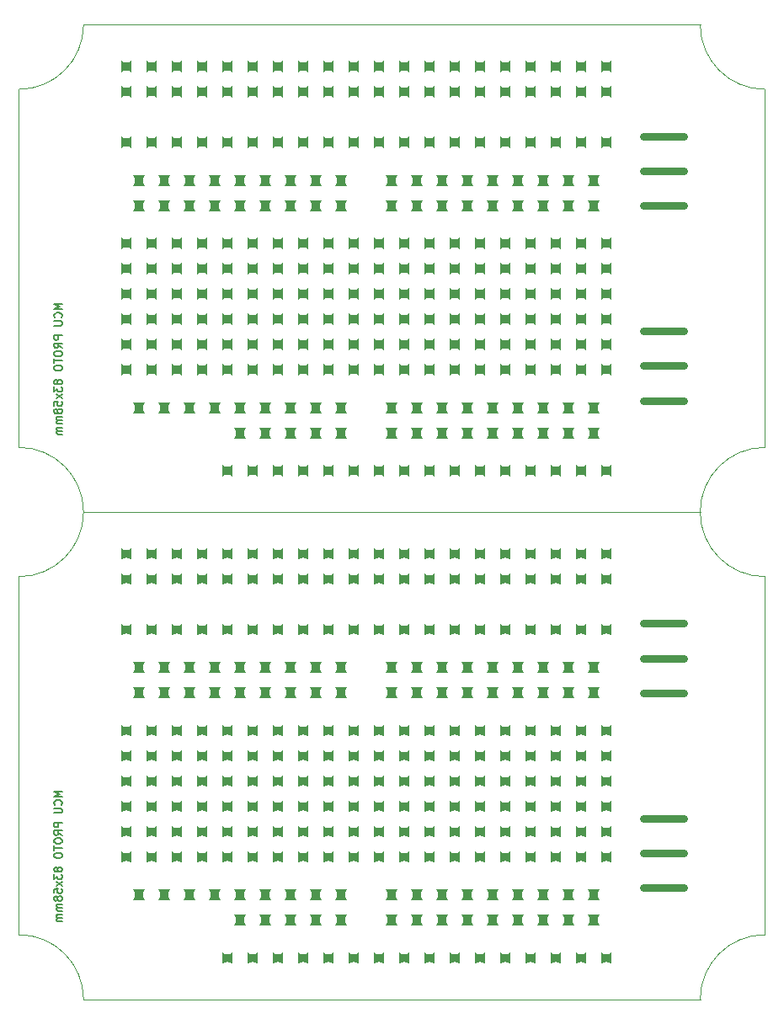
<source format=gbr>
G04 #@! TF.GenerationSoftware,KiCad,Pcbnew,7.0.11+dfsg-1build4*
G04 #@! TF.CreationDate,2025-11-24T13:09:25-05:00*
G04 #@! TF.ProjectId,,58585858-5858-4585-9858-585858585858,rev?*
G04 #@! TF.SameCoordinates,Original*
G04 #@! TF.FileFunction,Legend,Bot*
G04 #@! TF.FilePolarity,Positive*
%FSLAX46Y46*%
G04 Gerber Fmt 4.6, Leading zero omitted, Abs format (unit mm)*
G04 Created by KiCad (PCBNEW 7.0.11+dfsg-1build4) date 2025-11-24 13:09:25*
%MOMM*%
%LPD*%
G01*
G04 APERTURE LIST*
%ADD10C,0.150000*%
%ADD11C,0.800000*%
%ADD12C,0.100000*%
%ADD13C,1.700000*%
%ADD14C,3.000000*%
%ADD15R,2.400000X2.400000*%
%ADD16C,2.400000*%
G04 #@! TA.AperFunction,Profile*
%ADD17C,0.050000*%
G04 #@! TD*
G04 APERTURE END LIST*
D10*
X68777195Y-119890318D02*
X67977195Y-119890318D01*
X67977195Y-119890318D02*
X68548623Y-120156984D01*
X68548623Y-120156984D02*
X67977195Y-120423651D01*
X67977195Y-120423651D02*
X68777195Y-120423651D01*
X68701004Y-121261747D02*
X68739100Y-121223651D01*
X68739100Y-121223651D02*
X68777195Y-121109366D01*
X68777195Y-121109366D02*
X68777195Y-121033175D01*
X68777195Y-121033175D02*
X68739100Y-120918889D01*
X68739100Y-120918889D02*
X68662909Y-120842699D01*
X68662909Y-120842699D02*
X68586719Y-120804604D01*
X68586719Y-120804604D02*
X68434338Y-120766508D01*
X68434338Y-120766508D02*
X68320052Y-120766508D01*
X68320052Y-120766508D02*
X68167671Y-120804604D01*
X68167671Y-120804604D02*
X68091480Y-120842699D01*
X68091480Y-120842699D02*
X68015290Y-120918889D01*
X68015290Y-120918889D02*
X67977195Y-121033175D01*
X67977195Y-121033175D02*
X67977195Y-121109366D01*
X67977195Y-121109366D02*
X68015290Y-121223651D01*
X68015290Y-121223651D02*
X68053385Y-121261747D01*
X67977195Y-121604604D02*
X68624814Y-121604604D01*
X68624814Y-121604604D02*
X68701004Y-121642699D01*
X68701004Y-121642699D02*
X68739100Y-121680794D01*
X68739100Y-121680794D02*
X68777195Y-121756985D01*
X68777195Y-121756985D02*
X68777195Y-121909366D01*
X68777195Y-121909366D02*
X68739100Y-121985556D01*
X68739100Y-121985556D02*
X68701004Y-122023651D01*
X68701004Y-122023651D02*
X68624814Y-122061747D01*
X68624814Y-122061747D02*
X67977195Y-122061747D01*
X68777195Y-123052223D02*
X67977195Y-123052223D01*
X67977195Y-123052223D02*
X67977195Y-123356985D01*
X67977195Y-123356985D02*
X68015290Y-123433175D01*
X68015290Y-123433175D02*
X68053385Y-123471270D01*
X68053385Y-123471270D02*
X68129576Y-123509366D01*
X68129576Y-123509366D02*
X68243861Y-123509366D01*
X68243861Y-123509366D02*
X68320052Y-123471270D01*
X68320052Y-123471270D02*
X68358147Y-123433175D01*
X68358147Y-123433175D02*
X68396242Y-123356985D01*
X68396242Y-123356985D02*
X68396242Y-123052223D01*
X68777195Y-124309366D02*
X68396242Y-124042699D01*
X68777195Y-123852223D02*
X67977195Y-123852223D01*
X67977195Y-123852223D02*
X67977195Y-124156985D01*
X67977195Y-124156985D02*
X68015290Y-124233175D01*
X68015290Y-124233175D02*
X68053385Y-124271270D01*
X68053385Y-124271270D02*
X68129576Y-124309366D01*
X68129576Y-124309366D02*
X68243861Y-124309366D01*
X68243861Y-124309366D02*
X68320052Y-124271270D01*
X68320052Y-124271270D02*
X68358147Y-124233175D01*
X68358147Y-124233175D02*
X68396242Y-124156985D01*
X68396242Y-124156985D02*
X68396242Y-123852223D01*
X67977195Y-124804604D02*
X67977195Y-124956985D01*
X67977195Y-124956985D02*
X68015290Y-125033175D01*
X68015290Y-125033175D02*
X68091480Y-125109366D01*
X68091480Y-125109366D02*
X68243861Y-125147461D01*
X68243861Y-125147461D02*
X68510528Y-125147461D01*
X68510528Y-125147461D02*
X68662909Y-125109366D01*
X68662909Y-125109366D02*
X68739100Y-125033175D01*
X68739100Y-125033175D02*
X68777195Y-124956985D01*
X68777195Y-124956985D02*
X68777195Y-124804604D01*
X68777195Y-124804604D02*
X68739100Y-124728413D01*
X68739100Y-124728413D02*
X68662909Y-124652223D01*
X68662909Y-124652223D02*
X68510528Y-124614127D01*
X68510528Y-124614127D02*
X68243861Y-124614127D01*
X68243861Y-124614127D02*
X68091480Y-124652223D01*
X68091480Y-124652223D02*
X68015290Y-124728413D01*
X68015290Y-124728413D02*
X67977195Y-124804604D01*
X67977195Y-125376032D02*
X67977195Y-125833175D01*
X68777195Y-125604603D02*
X67977195Y-125604603D01*
X67977195Y-126252223D02*
X67977195Y-126404604D01*
X67977195Y-126404604D02*
X68015290Y-126480794D01*
X68015290Y-126480794D02*
X68091480Y-126556985D01*
X68091480Y-126556985D02*
X68243861Y-126595080D01*
X68243861Y-126595080D02*
X68510528Y-126595080D01*
X68510528Y-126595080D02*
X68662909Y-126556985D01*
X68662909Y-126556985D02*
X68739100Y-126480794D01*
X68739100Y-126480794D02*
X68777195Y-126404604D01*
X68777195Y-126404604D02*
X68777195Y-126252223D01*
X68777195Y-126252223D02*
X68739100Y-126176032D01*
X68739100Y-126176032D02*
X68662909Y-126099842D01*
X68662909Y-126099842D02*
X68510528Y-126061746D01*
X68510528Y-126061746D02*
X68243861Y-126061746D01*
X68243861Y-126061746D02*
X68091480Y-126099842D01*
X68091480Y-126099842D02*
X68015290Y-126176032D01*
X68015290Y-126176032D02*
X67977195Y-126252223D01*
X68320052Y-127661746D02*
X68281957Y-127585556D01*
X68281957Y-127585556D02*
X68243861Y-127547461D01*
X68243861Y-127547461D02*
X68167671Y-127509365D01*
X68167671Y-127509365D02*
X68129576Y-127509365D01*
X68129576Y-127509365D02*
X68053385Y-127547461D01*
X68053385Y-127547461D02*
X68015290Y-127585556D01*
X68015290Y-127585556D02*
X67977195Y-127661746D01*
X67977195Y-127661746D02*
X67977195Y-127814127D01*
X67977195Y-127814127D02*
X68015290Y-127890318D01*
X68015290Y-127890318D02*
X68053385Y-127928413D01*
X68053385Y-127928413D02*
X68129576Y-127966508D01*
X68129576Y-127966508D02*
X68167671Y-127966508D01*
X68167671Y-127966508D02*
X68243861Y-127928413D01*
X68243861Y-127928413D02*
X68281957Y-127890318D01*
X68281957Y-127890318D02*
X68320052Y-127814127D01*
X68320052Y-127814127D02*
X68320052Y-127661746D01*
X68320052Y-127661746D02*
X68358147Y-127585556D01*
X68358147Y-127585556D02*
X68396242Y-127547461D01*
X68396242Y-127547461D02*
X68472433Y-127509365D01*
X68472433Y-127509365D02*
X68624814Y-127509365D01*
X68624814Y-127509365D02*
X68701004Y-127547461D01*
X68701004Y-127547461D02*
X68739100Y-127585556D01*
X68739100Y-127585556D02*
X68777195Y-127661746D01*
X68777195Y-127661746D02*
X68777195Y-127814127D01*
X68777195Y-127814127D02*
X68739100Y-127890318D01*
X68739100Y-127890318D02*
X68701004Y-127928413D01*
X68701004Y-127928413D02*
X68624814Y-127966508D01*
X68624814Y-127966508D02*
X68472433Y-127966508D01*
X68472433Y-127966508D02*
X68396242Y-127928413D01*
X68396242Y-127928413D02*
X68358147Y-127890318D01*
X68358147Y-127890318D02*
X68320052Y-127814127D01*
X67977195Y-128233175D02*
X67977195Y-128728413D01*
X67977195Y-128728413D02*
X68281957Y-128461747D01*
X68281957Y-128461747D02*
X68281957Y-128576032D01*
X68281957Y-128576032D02*
X68320052Y-128652223D01*
X68320052Y-128652223D02*
X68358147Y-128690318D01*
X68358147Y-128690318D02*
X68434338Y-128728413D01*
X68434338Y-128728413D02*
X68624814Y-128728413D01*
X68624814Y-128728413D02*
X68701004Y-128690318D01*
X68701004Y-128690318D02*
X68739100Y-128652223D01*
X68739100Y-128652223D02*
X68777195Y-128576032D01*
X68777195Y-128576032D02*
X68777195Y-128347461D01*
X68777195Y-128347461D02*
X68739100Y-128271270D01*
X68739100Y-128271270D02*
X68701004Y-128233175D01*
X68777195Y-128995080D02*
X68243861Y-129414128D01*
X68243861Y-128995080D02*
X68777195Y-129414128D01*
X67977195Y-130099842D02*
X67977195Y-129718890D01*
X67977195Y-129718890D02*
X68358147Y-129680794D01*
X68358147Y-129680794D02*
X68320052Y-129718890D01*
X68320052Y-129718890D02*
X68281957Y-129795080D01*
X68281957Y-129795080D02*
X68281957Y-129985556D01*
X68281957Y-129985556D02*
X68320052Y-130061747D01*
X68320052Y-130061747D02*
X68358147Y-130099842D01*
X68358147Y-130099842D02*
X68434338Y-130137937D01*
X68434338Y-130137937D02*
X68624814Y-130137937D01*
X68624814Y-130137937D02*
X68701004Y-130099842D01*
X68701004Y-130099842D02*
X68739100Y-130061747D01*
X68739100Y-130061747D02*
X68777195Y-129985556D01*
X68777195Y-129985556D02*
X68777195Y-129795080D01*
X68777195Y-129795080D02*
X68739100Y-129718890D01*
X68739100Y-129718890D02*
X68701004Y-129680794D01*
X68320052Y-130595080D02*
X68281957Y-130518890D01*
X68281957Y-130518890D02*
X68243861Y-130480795D01*
X68243861Y-130480795D02*
X68167671Y-130442699D01*
X68167671Y-130442699D02*
X68129576Y-130442699D01*
X68129576Y-130442699D02*
X68053385Y-130480795D01*
X68053385Y-130480795D02*
X68015290Y-130518890D01*
X68015290Y-130518890D02*
X67977195Y-130595080D01*
X67977195Y-130595080D02*
X67977195Y-130747461D01*
X67977195Y-130747461D02*
X68015290Y-130823652D01*
X68015290Y-130823652D02*
X68053385Y-130861747D01*
X68053385Y-130861747D02*
X68129576Y-130899842D01*
X68129576Y-130899842D02*
X68167671Y-130899842D01*
X68167671Y-130899842D02*
X68243861Y-130861747D01*
X68243861Y-130861747D02*
X68281957Y-130823652D01*
X68281957Y-130823652D02*
X68320052Y-130747461D01*
X68320052Y-130747461D02*
X68320052Y-130595080D01*
X68320052Y-130595080D02*
X68358147Y-130518890D01*
X68358147Y-130518890D02*
X68396242Y-130480795D01*
X68396242Y-130480795D02*
X68472433Y-130442699D01*
X68472433Y-130442699D02*
X68624814Y-130442699D01*
X68624814Y-130442699D02*
X68701004Y-130480795D01*
X68701004Y-130480795D02*
X68739100Y-130518890D01*
X68739100Y-130518890D02*
X68777195Y-130595080D01*
X68777195Y-130595080D02*
X68777195Y-130747461D01*
X68777195Y-130747461D02*
X68739100Y-130823652D01*
X68739100Y-130823652D02*
X68701004Y-130861747D01*
X68701004Y-130861747D02*
X68624814Y-130899842D01*
X68624814Y-130899842D02*
X68472433Y-130899842D01*
X68472433Y-130899842D02*
X68396242Y-130861747D01*
X68396242Y-130861747D02*
X68358147Y-130823652D01*
X68358147Y-130823652D02*
X68320052Y-130747461D01*
X68777195Y-131242700D02*
X68243861Y-131242700D01*
X68320052Y-131242700D02*
X68281957Y-131280795D01*
X68281957Y-131280795D02*
X68243861Y-131356985D01*
X68243861Y-131356985D02*
X68243861Y-131471271D01*
X68243861Y-131471271D02*
X68281957Y-131547462D01*
X68281957Y-131547462D02*
X68358147Y-131585557D01*
X68358147Y-131585557D02*
X68777195Y-131585557D01*
X68358147Y-131585557D02*
X68281957Y-131623652D01*
X68281957Y-131623652D02*
X68243861Y-131699843D01*
X68243861Y-131699843D02*
X68243861Y-131814128D01*
X68243861Y-131814128D02*
X68281957Y-131890319D01*
X68281957Y-131890319D02*
X68358147Y-131928414D01*
X68358147Y-131928414D02*
X68777195Y-131928414D01*
X68777195Y-132309367D02*
X68243861Y-132309367D01*
X68320052Y-132309367D02*
X68281957Y-132347462D01*
X68281957Y-132347462D02*
X68243861Y-132423652D01*
X68243861Y-132423652D02*
X68243861Y-132537938D01*
X68243861Y-132537938D02*
X68281957Y-132614129D01*
X68281957Y-132614129D02*
X68358147Y-132652224D01*
X68358147Y-132652224D02*
X68777195Y-132652224D01*
X68358147Y-132652224D02*
X68281957Y-132690319D01*
X68281957Y-132690319D02*
X68243861Y-132766510D01*
X68243861Y-132766510D02*
X68243861Y-132880795D01*
X68243861Y-132880795D02*
X68281957Y-132956986D01*
X68281957Y-132956986D02*
X68358147Y-132995081D01*
X68358147Y-132995081D02*
X68777195Y-132995081D01*
D11*
X127240000Y-126110000D02*
X131290000Y-126110000D01*
X127240000Y-110010000D02*
X131290000Y-110010000D01*
X127240000Y-129610000D02*
X131290000Y-129610000D01*
X127240000Y-103010000D02*
X131290000Y-103010000D01*
X127240000Y-122610000D02*
X131290000Y-122610000D01*
X127240000Y-106510000D02*
X131290000Y-106510000D01*
X127240000Y-61010000D02*
X131290000Y-61010000D01*
X127240000Y-77110000D02*
X131290000Y-77110000D01*
X127240000Y-80610000D02*
X131290000Y-80610000D01*
X127240000Y-73610000D02*
X131290000Y-73610000D01*
X127240000Y-54010000D02*
X131290000Y-54010000D01*
X127240000Y-57510000D02*
X131290000Y-57510000D01*
D10*
X68777195Y-70890318D02*
X67977195Y-70890318D01*
X67977195Y-70890318D02*
X68548623Y-71156984D01*
X68548623Y-71156984D02*
X67977195Y-71423651D01*
X67977195Y-71423651D02*
X68777195Y-71423651D01*
X68701004Y-72261747D02*
X68739100Y-72223651D01*
X68739100Y-72223651D02*
X68777195Y-72109366D01*
X68777195Y-72109366D02*
X68777195Y-72033175D01*
X68777195Y-72033175D02*
X68739100Y-71918889D01*
X68739100Y-71918889D02*
X68662909Y-71842699D01*
X68662909Y-71842699D02*
X68586719Y-71804604D01*
X68586719Y-71804604D02*
X68434338Y-71766508D01*
X68434338Y-71766508D02*
X68320052Y-71766508D01*
X68320052Y-71766508D02*
X68167671Y-71804604D01*
X68167671Y-71804604D02*
X68091480Y-71842699D01*
X68091480Y-71842699D02*
X68015290Y-71918889D01*
X68015290Y-71918889D02*
X67977195Y-72033175D01*
X67977195Y-72033175D02*
X67977195Y-72109366D01*
X67977195Y-72109366D02*
X68015290Y-72223651D01*
X68015290Y-72223651D02*
X68053385Y-72261747D01*
X67977195Y-72604604D02*
X68624814Y-72604604D01*
X68624814Y-72604604D02*
X68701004Y-72642699D01*
X68701004Y-72642699D02*
X68739100Y-72680794D01*
X68739100Y-72680794D02*
X68777195Y-72756985D01*
X68777195Y-72756985D02*
X68777195Y-72909366D01*
X68777195Y-72909366D02*
X68739100Y-72985556D01*
X68739100Y-72985556D02*
X68701004Y-73023651D01*
X68701004Y-73023651D02*
X68624814Y-73061747D01*
X68624814Y-73061747D02*
X67977195Y-73061747D01*
X68777195Y-74052223D02*
X67977195Y-74052223D01*
X67977195Y-74052223D02*
X67977195Y-74356985D01*
X67977195Y-74356985D02*
X68015290Y-74433175D01*
X68015290Y-74433175D02*
X68053385Y-74471270D01*
X68053385Y-74471270D02*
X68129576Y-74509366D01*
X68129576Y-74509366D02*
X68243861Y-74509366D01*
X68243861Y-74509366D02*
X68320052Y-74471270D01*
X68320052Y-74471270D02*
X68358147Y-74433175D01*
X68358147Y-74433175D02*
X68396242Y-74356985D01*
X68396242Y-74356985D02*
X68396242Y-74052223D01*
X68777195Y-75309366D02*
X68396242Y-75042699D01*
X68777195Y-74852223D02*
X67977195Y-74852223D01*
X67977195Y-74852223D02*
X67977195Y-75156985D01*
X67977195Y-75156985D02*
X68015290Y-75233175D01*
X68015290Y-75233175D02*
X68053385Y-75271270D01*
X68053385Y-75271270D02*
X68129576Y-75309366D01*
X68129576Y-75309366D02*
X68243861Y-75309366D01*
X68243861Y-75309366D02*
X68320052Y-75271270D01*
X68320052Y-75271270D02*
X68358147Y-75233175D01*
X68358147Y-75233175D02*
X68396242Y-75156985D01*
X68396242Y-75156985D02*
X68396242Y-74852223D01*
X67977195Y-75804604D02*
X67977195Y-75956985D01*
X67977195Y-75956985D02*
X68015290Y-76033175D01*
X68015290Y-76033175D02*
X68091480Y-76109366D01*
X68091480Y-76109366D02*
X68243861Y-76147461D01*
X68243861Y-76147461D02*
X68510528Y-76147461D01*
X68510528Y-76147461D02*
X68662909Y-76109366D01*
X68662909Y-76109366D02*
X68739100Y-76033175D01*
X68739100Y-76033175D02*
X68777195Y-75956985D01*
X68777195Y-75956985D02*
X68777195Y-75804604D01*
X68777195Y-75804604D02*
X68739100Y-75728413D01*
X68739100Y-75728413D02*
X68662909Y-75652223D01*
X68662909Y-75652223D02*
X68510528Y-75614127D01*
X68510528Y-75614127D02*
X68243861Y-75614127D01*
X68243861Y-75614127D02*
X68091480Y-75652223D01*
X68091480Y-75652223D02*
X68015290Y-75728413D01*
X68015290Y-75728413D02*
X67977195Y-75804604D01*
X67977195Y-76376032D02*
X67977195Y-76833175D01*
X68777195Y-76604603D02*
X67977195Y-76604603D01*
X67977195Y-77252223D02*
X67977195Y-77404604D01*
X67977195Y-77404604D02*
X68015290Y-77480794D01*
X68015290Y-77480794D02*
X68091480Y-77556985D01*
X68091480Y-77556985D02*
X68243861Y-77595080D01*
X68243861Y-77595080D02*
X68510528Y-77595080D01*
X68510528Y-77595080D02*
X68662909Y-77556985D01*
X68662909Y-77556985D02*
X68739100Y-77480794D01*
X68739100Y-77480794D02*
X68777195Y-77404604D01*
X68777195Y-77404604D02*
X68777195Y-77252223D01*
X68777195Y-77252223D02*
X68739100Y-77176032D01*
X68739100Y-77176032D02*
X68662909Y-77099842D01*
X68662909Y-77099842D02*
X68510528Y-77061746D01*
X68510528Y-77061746D02*
X68243861Y-77061746D01*
X68243861Y-77061746D02*
X68091480Y-77099842D01*
X68091480Y-77099842D02*
X68015290Y-77176032D01*
X68015290Y-77176032D02*
X67977195Y-77252223D01*
X68320052Y-78661746D02*
X68281957Y-78585556D01*
X68281957Y-78585556D02*
X68243861Y-78547461D01*
X68243861Y-78547461D02*
X68167671Y-78509365D01*
X68167671Y-78509365D02*
X68129576Y-78509365D01*
X68129576Y-78509365D02*
X68053385Y-78547461D01*
X68053385Y-78547461D02*
X68015290Y-78585556D01*
X68015290Y-78585556D02*
X67977195Y-78661746D01*
X67977195Y-78661746D02*
X67977195Y-78814127D01*
X67977195Y-78814127D02*
X68015290Y-78890318D01*
X68015290Y-78890318D02*
X68053385Y-78928413D01*
X68053385Y-78928413D02*
X68129576Y-78966508D01*
X68129576Y-78966508D02*
X68167671Y-78966508D01*
X68167671Y-78966508D02*
X68243861Y-78928413D01*
X68243861Y-78928413D02*
X68281957Y-78890318D01*
X68281957Y-78890318D02*
X68320052Y-78814127D01*
X68320052Y-78814127D02*
X68320052Y-78661746D01*
X68320052Y-78661746D02*
X68358147Y-78585556D01*
X68358147Y-78585556D02*
X68396242Y-78547461D01*
X68396242Y-78547461D02*
X68472433Y-78509365D01*
X68472433Y-78509365D02*
X68624814Y-78509365D01*
X68624814Y-78509365D02*
X68701004Y-78547461D01*
X68701004Y-78547461D02*
X68739100Y-78585556D01*
X68739100Y-78585556D02*
X68777195Y-78661746D01*
X68777195Y-78661746D02*
X68777195Y-78814127D01*
X68777195Y-78814127D02*
X68739100Y-78890318D01*
X68739100Y-78890318D02*
X68701004Y-78928413D01*
X68701004Y-78928413D02*
X68624814Y-78966508D01*
X68624814Y-78966508D02*
X68472433Y-78966508D01*
X68472433Y-78966508D02*
X68396242Y-78928413D01*
X68396242Y-78928413D02*
X68358147Y-78890318D01*
X68358147Y-78890318D02*
X68320052Y-78814127D01*
X67977195Y-79233175D02*
X67977195Y-79728413D01*
X67977195Y-79728413D02*
X68281957Y-79461747D01*
X68281957Y-79461747D02*
X68281957Y-79576032D01*
X68281957Y-79576032D02*
X68320052Y-79652223D01*
X68320052Y-79652223D02*
X68358147Y-79690318D01*
X68358147Y-79690318D02*
X68434338Y-79728413D01*
X68434338Y-79728413D02*
X68624814Y-79728413D01*
X68624814Y-79728413D02*
X68701004Y-79690318D01*
X68701004Y-79690318D02*
X68739100Y-79652223D01*
X68739100Y-79652223D02*
X68777195Y-79576032D01*
X68777195Y-79576032D02*
X68777195Y-79347461D01*
X68777195Y-79347461D02*
X68739100Y-79271270D01*
X68739100Y-79271270D02*
X68701004Y-79233175D01*
X68777195Y-79995080D02*
X68243861Y-80414128D01*
X68243861Y-79995080D02*
X68777195Y-80414128D01*
X67977195Y-81099842D02*
X67977195Y-80718890D01*
X67977195Y-80718890D02*
X68358147Y-80680794D01*
X68358147Y-80680794D02*
X68320052Y-80718890D01*
X68320052Y-80718890D02*
X68281957Y-80795080D01*
X68281957Y-80795080D02*
X68281957Y-80985556D01*
X68281957Y-80985556D02*
X68320052Y-81061747D01*
X68320052Y-81061747D02*
X68358147Y-81099842D01*
X68358147Y-81099842D02*
X68434338Y-81137937D01*
X68434338Y-81137937D02*
X68624814Y-81137937D01*
X68624814Y-81137937D02*
X68701004Y-81099842D01*
X68701004Y-81099842D02*
X68739100Y-81061747D01*
X68739100Y-81061747D02*
X68777195Y-80985556D01*
X68777195Y-80985556D02*
X68777195Y-80795080D01*
X68777195Y-80795080D02*
X68739100Y-80718890D01*
X68739100Y-80718890D02*
X68701004Y-80680794D01*
X68320052Y-81595080D02*
X68281957Y-81518890D01*
X68281957Y-81518890D02*
X68243861Y-81480795D01*
X68243861Y-81480795D02*
X68167671Y-81442699D01*
X68167671Y-81442699D02*
X68129576Y-81442699D01*
X68129576Y-81442699D02*
X68053385Y-81480795D01*
X68053385Y-81480795D02*
X68015290Y-81518890D01*
X68015290Y-81518890D02*
X67977195Y-81595080D01*
X67977195Y-81595080D02*
X67977195Y-81747461D01*
X67977195Y-81747461D02*
X68015290Y-81823652D01*
X68015290Y-81823652D02*
X68053385Y-81861747D01*
X68053385Y-81861747D02*
X68129576Y-81899842D01*
X68129576Y-81899842D02*
X68167671Y-81899842D01*
X68167671Y-81899842D02*
X68243861Y-81861747D01*
X68243861Y-81861747D02*
X68281957Y-81823652D01*
X68281957Y-81823652D02*
X68320052Y-81747461D01*
X68320052Y-81747461D02*
X68320052Y-81595080D01*
X68320052Y-81595080D02*
X68358147Y-81518890D01*
X68358147Y-81518890D02*
X68396242Y-81480795D01*
X68396242Y-81480795D02*
X68472433Y-81442699D01*
X68472433Y-81442699D02*
X68624814Y-81442699D01*
X68624814Y-81442699D02*
X68701004Y-81480795D01*
X68701004Y-81480795D02*
X68739100Y-81518890D01*
X68739100Y-81518890D02*
X68777195Y-81595080D01*
X68777195Y-81595080D02*
X68777195Y-81747461D01*
X68777195Y-81747461D02*
X68739100Y-81823652D01*
X68739100Y-81823652D02*
X68701004Y-81861747D01*
X68701004Y-81861747D02*
X68624814Y-81899842D01*
X68624814Y-81899842D02*
X68472433Y-81899842D01*
X68472433Y-81899842D02*
X68396242Y-81861747D01*
X68396242Y-81861747D02*
X68358147Y-81823652D01*
X68358147Y-81823652D02*
X68320052Y-81747461D01*
X68777195Y-82242700D02*
X68243861Y-82242700D01*
X68320052Y-82242700D02*
X68281957Y-82280795D01*
X68281957Y-82280795D02*
X68243861Y-82356985D01*
X68243861Y-82356985D02*
X68243861Y-82471271D01*
X68243861Y-82471271D02*
X68281957Y-82547462D01*
X68281957Y-82547462D02*
X68358147Y-82585557D01*
X68358147Y-82585557D02*
X68777195Y-82585557D01*
X68358147Y-82585557D02*
X68281957Y-82623652D01*
X68281957Y-82623652D02*
X68243861Y-82699843D01*
X68243861Y-82699843D02*
X68243861Y-82814128D01*
X68243861Y-82814128D02*
X68281957Y-82890319D01*
X68281957Y-82890319D02*
X68358147Y-82928414D01*
X68358147Y-82928414D02*
X68777195Y-82928414D01*
X68777195Y-83309367D02*
X68243861Y-83309367D01*
X68320052Y-83309367D02*
X68281957Y-83347462D01*
X68281957Y-83347462D02*
X68243861Y-83423652D01*
X68243861Y-83423652D02*
X68243861Y-83537938D01*
X68243861Y-83537938D02*
X68281957Y-83614129D01*
X68281957Y-83614129D02*
X68358147Y-83652224D01*
X68358147Y-83652224D02*
X68777195Y-83652224D01*
X68358147Y-83652224D02*
X68281957Y-83690319D01*
X68281957Y-83690319D02*
X68243861Y-83766510D01*
X68243861Y-83766510D02*
X68243861Y-83880795D01*
X68243861Y-83880795D02*
X68281957Y-83956986D01*
X68281957Y-83956986D02*
X68358147Y-83995081D01*
X68358147Y-83995081D02*
X68777195Y-83995081D01*
D12*
X121420000Y-137150000D02*
X121344929Y-137103652D01*
X121181368Y-137037569D01*
X121008203Y-137003909D01*
X120831797Y-137003909D01*
X120658632Y-137037569D01*
X120495071Y-137103652D01*
X120420000Y-137150000D01*
X120420000Y-136110000D01*
X120495072Y-136156348D01*
X120658632Y-136222430D01*
X120831797Y-136256090D01*
X121008203Y-136256090D01*
X121181368Y-136222430D01*
X121344928Y-136156348D01*
X121420000Y-136110000D01*
X121420000Y-137150000D01*
G36*
X121420000Y-137150000D02*
G01*
X121344929Y-137103652D01*
X121181368Y-137037569D01*
X121008203Y-137003909D01*
X120831797Y-137003909D01*
X120658632Y-137037569D01*
X120495071Y-137103652D01*
X120420000Y-137150000D01*
X120420000Y-136110000D01*
X120495072Y-136156348D01*
X120658632Y-136222430D01*
X120831797Y-136256090D01*
X121008203Y-136256090D01*
X121181368Y-136222430D01*
X121344928Y-136156348D01*
X121420000Y-136110000D01*
X121420000Y-137150000D01*
G37*
X113800000Y-114290000D02*
X113724928Y-114243652D01*
X113561368Y-114177570D01*
X113388203Y-114143910D01*
X113211797Y-114143910D01*
X113038632Y-114177570D01*
X112875072Y-114243652D01*
X112800000Y-114290000D01*
X112800000Y-113250000D01*
X112875071Y-113296348D01*
X113038632Y-113362431D01*
X113211797Y-113396091D01*
X113388203Y-113396091D01*
X113561368Y-113362431D01*
X113724929Y-113296348D01*
X113800000Y-113250000D01*
X113800000Y-114290000D01*
G36*
X113800000Y-114290000D02*
G01*
X113724928Y-114243652D01*
X113561368Y-114177570D01*
X113388203Y-114143910D01*
X113211797Y-114143910D01*
X113038632Y-114177570D01*
X112875072Y-114243652D01*
X112800000Y-114290000D01*
X112800000Y-113250000D01*
X112875071Y-113296348D01*
X113038632Y-113362431D01*
X113211797Y-113396091D01*
X113388203Y-113396091D01*
X113561368Y-113362431D01*
X113724929Y-113296348D01*
X113800000Y-113250000D01*
X113800000Y-114290000D01*
G37*
X121420000Y-126990000D02*
X121344928Y-126943652D01*
X121181368Y-126877570D01*
X121008203Y-126843910D01*
X120831797Y-126843910D01*
X120658632Y-126877570D01*
X120495072Y-126943652D01*
X120420000Y-126990000D01*
X120420000Y-125950000D01*
X120495071Y-125996348D01*
X120658632Y-126062431D01*
X120831797Y-126096091D01*
X121008203Y-126096091D01*
X121181368Y-126062431D01*
X121344929Y-125996348D01*
X121420000Y-125950000D01*
X121420000Y-126990000D01*
G36*
X121420000Y-126990000D02*
G01*
X121344928Y-126943652D01*
X121181368Y-126877570D01*
X121008203Y-126843910D01*
X120831797Y-126843910D01*
X120658632Y-126877570D01*
X120495072Y-126943652D01*
X120420000Y-126990000D01*
X120420000Y-125950000D01*
X120495071Y-125996348D01*
X120658632Y-126062431D01*
X120831797Y-126096091D01*
X121008203Y-126096091D01*
X121181368Y-126062431D01*
X121344929Y-125996348D01*
X121420000Y-125950000D01*
X121420000Y-126990000D01*
G37*
X98560000Y-121910000D02*
X98484928Y-121863652D01*
X98321368Y-121797570D01*
X98148203Y-121763910D01*
X97971797Y-121763910D01*
X97798632Y-121797570D01*
X97635072Y-121863652D01*
X97560000Y-121910000D01*
X97560000Y-120870000D01*
X97635071Y-120916348D01*
X97798632Y-120982431D01*
X97971797Y-121016091D01*
X98148203Y-121016091D01*
X98321368Y-120982431D01*
X98484929Y-120916348D01*
X98560000Y-120870000D01*
X98560000Y-121910000D01*
G36*
X98560000Y-121910000D02*
G01*
X98484928Y-121863652D01*
X98321368Y-121797570D01*
X98148203Y-121763910D01*
X97971797Y-121763910D01*
X97798632Y-121797570D01*
X97635072Y-121863652D01*
X97560000Y-121910000D01*
X97560000Y-120870000D01*
X97635071Y-120916348D01*
X97798632Y-120982431D01*
X97971797Y-121016091D01*
X98148203Y-121016091D01*
X98321368Y-120982431D01*
X98484929Y-120916348D01*
X98560000Y-120870000D01*
X98560000Y-121910000D01*
G37*
X121420000Y-119370000D02*
X121344928Y-119323652D01*
X121181368Y-119257570D01*
X121008203Y-119223910D01*
X120831797Y-119223910D01*
X120658632Y-119257570D01*
X120495072Y-119323652D01*
X120420000Y-119370000D01*
X120420000Y-118330000D01*
X120495071Y-118376348D01*
X120658632Y-118442431D01*
X120831797Y-118476091D01*
X121008203Y-118476091D01*
X121181368Y-118442431D01*
X121344929Y-118376348D01*
X121420000Y-118330000D01*
X121420000Y-119370000D01*
G36*
X121420000Y-119370000D02*
G01*
X121344928Y-119323652D01*
X121181368Y-119257570D01*
X121008203Y-119223910D01*
X120831797Y-119223910D01*
X120658632Y-119257570D01*
X120495072Y-119323652D01*
X120420000Y-119370000D01*
X120420000Y-118330000D01*
X120495071Y-118376348D01*
X120658632Y-118442431D01*
X120831797Y-118476091D01*
X121008203Y-118476091D01*
X121181368Y-118442431D01*
X121344929Y-118376348D01*
X121420000Y-118330000D01*
X121420000Y-119370000D01*
G37*
X116340000Y-124450000D02*
X116264928Y-124403652D01*
X116101368Y-124337570D01*
X115928203Y-124303910D01*
X115751797Y-124303910D01*
X115578632Y-124337570D01*
X115415072Y-124403652D01*
X115340000Y-124450000D01*
X115340000Y-123410000D01*
X115415071Y-123456348D01*
X115578632Y-123522431D01*
X115751797Y-123556091D01*
X115928203Y-123556091D01*
X116101368Y-123522431D01*
X116264929Y-123456348D01*
X116340000Y-123410000D01*
X116340000Y-124450000D01*
G36*
X116340000Y-124450000D02*
G01*
X116264928Y-124403652D01*
X116101368Y-124337570D01*
X115928203Y-124303910D01*
X115751797Y-124303910D01*
X115578632Y-124337570D01*
X115415072Y-124403652D01*
X115340000Y-124450000D01*
X115340000Y-123410000D01*
X115415071Y-123456348D01*
X115578632Y-123522431D01*
X115751797Y-123556091D01*
X115928203Y-123556091D01*
X116101368Y-123522431D01*
X116264929Y-123456348D01*
X116340000Y-123410000D01*
X116340000Y-124450000D01*
G37*
X93480000Y-99050000D02*
X93404929Y-99003652D01*
X93241368Y-98937569D01*
X93068203Y-98903909D01*
X92891797Y-98903909D01*
X92718632Y-98937569D01*
X92555071Y-99003652D01*
X92480000Y-99050000D01*
X92480000Y-98010000D01*
X92555072Y-98056348D01*
X92718632Y-98122430D01*
X92891797Y-98156090D01*
X93068203Y-98156090D01*
X93241368Y-98122430D01*
X93404928Y-98056348D01*
X93480000Y-98010000D01*
X93480000Y-99050000D01*
G36*
X93480000Y-99050000D02*
G01*
X93404929Y-99003652D01*
X93241368Y-98937569D01*
X93068203Y-98903909D01*
X92891797Y-98903909D01*
X92718632Y-98937569D01*
X92555071Y-99003652D01*
X92480000Y-99050000D01*
X92480000Y-98010000D01*
X92555072Y-98056348D01*
X92718632Y-98122430D01*
X92891797Y-98156090D01*
X93068203Y-98156090D01*
X93241368Y-98122430D01*
X93404928Y-98056348D01*
X93480000Y-98010000D01*
X93480000Y-99050000D01*
G37*
X82023652Y-109535071D02*
X81957569Y-109698632D01*
X81923909Y-109871797D01*
X81923909Y-110048203D01*
X81957569Y-110221368D01*
X82023652Y-110384929D01*
X82070000Y-110460000D01*
X81030000Y-110460000D01*
X81076348Y-110384928D01*
X81142430Y-110221368D01*
X81176090Y-110048203D01*
X81176090Y-109871797D01*
X81142430Y-109698632D01*
X81076348Y-109535072D01*
X81030000Y-109460000D01*
X82070000Y-109460000D01*
X82023652Y-109535071D01*
G36*
X82023652Y-109535071D02*
G01*
X81957569Y-109698632D01*
X81923909Y-109871797D01*
X81923909Y-110048203D01*
X81957569Y-110221368D01*
X82023652Y-110384929D01*
X82070000Y-110460000D01*
X81030000Y-110460000D01*
X81076348Y-110384928D01*
X81142430Y-110221368D01*
X81176090Y-110048203D01*
X81176090Y-109871797D01*
X81142430Y-109698632D01*
X81076348Y-109535072D01*
X81030000Y-109460000D01*
X82070000Y-109460000D01*
X82023652Y-109535071D01*
G37*
X75700000Y-121910000D02*
X75624928Y-121863652D01*
X75461368Y-121797570D01*
X75288203Y-121763910D01*
X75111797Y-121763910D01*
X74938632Y-121797570D01*
X74775072Y-121863652D01*
X74700000Y-121910000D01*
X74700000Y-120870000D01*
X74775071Y-120916348D01*
X74938632Y-120982431D01*
X75111797Y-121016091D01*
X75288203Y-121016091D01*
X75461368Y-120982431D01*
X75624929Y-120916348D01*
X75700000Y-120870000D01*
X75700000Y-121910000D01*
G36*
X75700000Y-121910000D02*
G01*
X75624928Y-121863652D01*
X75461368Y-121797570D01*
X75288203Y-121763910D01*
X75111797Y-121763910D01*
X74938632Y-121797570D01*
X74775072Y-121863652D01*
X74700000Y-121910000D01*
X74700000Y-120870000D01*
X74775071Y-120916348D01*
X74938632Y-120982431D01*
X75111797Y-121016091D01*
X75288203Y-121016091D01*
X75461368Y-120982431D01*
X75624929Y-120916348D01*
X75700000Y-120870000D01*
X75700000Y-121910000D01*
G37*
X96020000Y-126990000D02*
X95944928Y-126943652D01*
X95781368Y-126877570D01*
X95608203Y-126843910D01*
X95431797Y-126843910D01*
X95258632Y-126877570D01*
X95095072Y-126943652D01*
X95020000Y-126990000D01*
X95020000Y-125950000D01*
X95095071Y-125996348D01*
X95258632Y-126062431D01*
X95431797Y-126096091D01*
X95608203Y-126096091D01*
X95781368Y-126062431D01*
X95944929Y-125996348D01*
X96020000Y-125950000D01*
X96020000Y-126990000D01*
G36*
X96020000Y-126990000D02*
G01*
X95944928Y-126943652D01*
X95781368Y-126877570D01*
X95608203Y-126843910D01*
X95431797Y-126843910D01*
X95258632Y-126877570D01*
X95095072Y-126943652D01*
X95020000Y-126990000D01*
X95020000Y-125950000D01*
X95095071Y-125996348D01*
X95258632Y-126062431D01*
X95431797Y-126096091D01*
X95608203Y-126096091D01*
X95781368Y-126062431D01*
X95944929Y-125996348D01*
X96020000Y-125950000D01*
X96020000Y-126990000D01*
G37*
X122663652Y-106995071D02*
X122597569Y-107158632D01*
X122563909Y-107331797D01*
X122563909Y-107508203D01*
X122597569Y-107681368D01*
X122663652Y-107844929D01*
X122710000Y-107920000D01*
X121670000Y-107920000D01*
X121716348Y-107844928D01*
X121782430Y-107681368D01*
X121816090Y-107508203D01*
X121816090Y-107331797D01*
X121782430Y-107158632D01*
X121716348Y-106995072D01*
X121670000Y-106920000D01*
X122710000Y-106920000D01*
X122663652Y-106995071D01*
G36*
X122663652Y-106995071D02*
G01*
X122597569Y-107158632D01*
X122563909Y-107331797D01*
X122563909Y-107508203D01*
X122597569Y-107681368D01*
X122663652Y-107844929D01*
X122710000Y-107920000D01*
X121670000Y-107920000D01*
X121716348Y-107844928D01*
X121782430Y-107681368D01*
X121816090Y-107508203D01*
X121816090Y-107331797D01*
X121782430Y-107158632D01*
X121716348Y-106995072D01*
X121670000Y-106920000D01*
X122710000Y-106920000D01*
X122663652Y-106995071D01*
G37*
X82023652Y-129855071D02*
X81957569Y-130018632D01*
X81923909Y-130191797D01*
X81923909Y-130368203D01*
X81957569Y-130541368D01*
X82023652Y-130704929D01*
X82070000Y-130780000D01*
X81030000Y-130780000D01*
X81076348Y-130704928D01*
X81142430Y-130541368D01*
X81176090Y-130368203D01*
X81176090Y-130191797D01*
X81142430Y-130018632D01*
X81076348Y-129855072D01*
X81030000Y-129780000D01*
X82070000Y-129780000D01*
X82023652Y-129855071D01*
G36*
X82023652Y-129855071D02*
G01*
X81957569Y-130018632D01*
X81923909Y-130191797D01*
X81923909Y-130368203D01*
X81957569Y-130541368D01*
X82023652Y-130704929D01*
X82070000Y-130780000D01*
X81030000Y-130780000D01*
X81076348Y-130704928D01*
X81142430Y-130541368D01*
X81176090Y-130368203D01*
X81176090Y-130191797D01*
X81142430Y-130018632D01*
X81076348Y-129855072D01*
X81030000Y-129780000D01*
X82070000Y-129780000D01*
X82023652Y-129855071D01*
G37*
X78240000Y-121910000D02*
X78164928Y-121863652D01*
X78001368Y-121797570D01*
X77828203Y-121763910D01*
X77651797Y-121763910D01*
X77478632Y-121797570D01*
X77315072Y-121863652D01*
X77240000Y-121910000D01*
X77240000Y-120870000D01*
X77315071Y-120916348D01*
X77478632Y-120982431D01*
X77651797Y-121016091D01*
X77828203Y-121016091D01*
X78001368Y-120982431D01*
X78164929Y-120916348D01*
X78240000Y-120870000D01*
X78240000Y-121910000D01*
G36*
X78240000Y-121910000D02*
G01*
X78164928Y-121863652D01*
X78001368Y-121797570D01*
X77828203Y-121763910D01*
X77651797Y-121763910D01*
X77478632Y-121797570D01*
X77315072Y-121863652D01*
X77240000Y-121910000D01*
X77240000Y-120870000D01*
X77315071Y-120916348D01*
X77478632Y-120982431D01*
X77651797Y-121016091D01*
X77828203Y-121016091D01*
X78001368Y-120982431D01*
X78164929Y-120916348D01*
X78240000Y-120870000D01*
X78240000Y-121910000D01*
G37*
X108720000Y-96510000D02*
X108644929Y-96463652D01*
X108481368Y-96397569D01*
X108308203Y-96363909D01*
X108131797Y-96363909D01*
X107958632Y-96397569D01*
X107795071Y-96463652D01*
X107720000Y-96510000D01*
X107720000Y-95470000D01*
X107795072Y-95516348D01*
X107958632Y-95582430D01*
X108131797Y-95616090D01*
X108308203Y-95616090D01*
X108481368Y-95582430D01*
X108644928Y-95516348D01*
X108720000Y-95470000D01*
X108720000Y-96510000D01*
G36*
X108720000Y-96510000D02*
G01*
X108644929Y-96463652D01*
X108481368Y-96397569D01*
X108308203Y-96363909D01*
X108131797Y-96363909D01*
X107958632Y-96397569D01*
X107795071Y-96463652D01*
X107720000Y-96510000D01*
X107720000Y-95470000D01*
X107795072Y-95516348D01*
X107958632Y-95582430D01*
X108131797Y-95616090D01*
X108308203Y-95616090D01*
X108481368Y-95582430D01*
X108644928Y-95516348D01*
X108720000Y-95470000D01*
X108720000Y-96510000D01*
G37*
X82023652Y-106995071D02*
X81957569Y-107158632D01*
X81923909Y-107331797D01*
X81923909Y-107508203D01*
X81957569Y-107681368D01*
X82023652Y-107844929D01*
X82070000Y-107920000D01*
X81030000Y-107920000D01*
X81076348Y-107844928D01*
X81142430Y-107681368D01*
X81176090Y-107508203D01*
X81176090Y-107331797D01*
X81142430Y-107158632D01*
X81076348Y-106995072D01*
X81030000Y-106920000D01*
X82070000Y-106920000D01*
X82023652Y-106995071D01*
G36*
X82023652Y-106995071D02*
G01*
X81957569Y-107158632D01*
X81923909Y-107331797D01*
X81923909Y-107508203D01*
X81957569Y-107681368D01*
X82023652Y-107844929D01*
X82070000Y-107920000D01*
X81030000Y-107920000D01*
X81076348Y-107844928D01*
X81142430Y-107681368D01*
X81176090Y-107508203D01*
X81176090Y-107331797D01*
X81142430Y-107158632D01*
X81076348Y-106995072D01*
X81030000Y-106920000D01*
X82070000Y-106920000D01*
X82023652Y-106995071D01*
G37*
X85860000Y-121910000D02*
X85784928Y-121863652D01*
X85621368Y-121797570D01*
X85448203Y-121763910D01*
X85271797Y-121763910D01*
X85098632Y-121797570D01*
X84935072Y-121863652D01*
X84860000Y-121910000D01*
X84860000Y-120870000D01*
X84935071Y-120916348D01*
X85098632Y-120982431D01*
X85271797Y-121016091D01*
X85448203Y-121016091D01*
X85621368Y-120982431D01*
X85784929Y-120916348D01*
X85860000Y-120870000D01*
X85860000Y-121910000D01*
G36*
X85860000Y-121910000D02*
G01*
X85784928Y-121863652D01*
X85621368Y-121797570D01*
X85448203Y-121763910D01*
X85271797Y-121763910D01*
X85098632Y-121797570D01*
X84935072Y-121863652D01*
X84860000Y-121910000D01*
X84860000Y-120870000D01*
X84935071Y-120916348D01*
X85098632Y-120982431D01*
X85271797Y-121016091D01*
X85448203Y-121016091D01*
X85621368Y-120982431D01*
X85784929Y-120916348D01*
X85860000Y-120870000D01*
X85860000Y-121910000D01*
G37*
X115043652Y-129855071D02*
X114977569Y-130018632D01*
X114943909Y-130191797D01*
X114943909Y-130368203D01*
X114977569Y-130541368D01*
X115043652Y-130704929D01*
X115090000Y-130780000D01*
X114050000Y-130780000D01*
X114096348Y-130704928D01*
X114162430Y-130541368D01*
X114196090Y-130368203D01*
X114196090Y-130191797D01*
X114162430Y-130018632D01*
X114096348Y-129855072D01*
X114050000Y-129780000D01*
X115090000Y-129780000D01*
X115043652Y-129855071D01*
G36*
X115043652Y-129855071D02*
G01*
X114977569Y-130018632D01*
X114943909Y-130191797D01*
X114943909Y-130368203D01*
X114977569Y-130541368D01*
X115043652Y-130704929D01*
X115090000Y-130780000D01*
X114050000Y-130780000D01*
X114096348Y-130704928D01*
X114162430Y-130541368D01*
X114196090Y-130368203D01*
X114196090Y-130191797D01*
X114162430Y-130018632D01*
X114096348Y-129855072D01*
X114050000Y-129780000D01*
X115090000Y-129780000D01*
X115043652Y-129855071D01*
G37*
X96020000Y-99050000D02*
X95944929Y-99003652D01*
X95781368Y-98937569D01*
X95608203Y-98903909D01*
X95431797Y-98903909D01*
X95258632Y-98937569D01*
X95095071Y-99003652D01*
X95020000Y-99050000D01*
X95020000Y-98010000D01*
X95095072Y-98056348D01*
X95258632Y-98122430D01*
X95431797Y-98156090D01*
X95608203Y-98156090D01*
X95781368Y-98122430D01*
X95944928Y-98056348D01*
X96020000Y-98010000D01*
X96020000Y-99050000D01*
G36*
X96020000Y-99050000D02*
G01*
X95944929Y-99003652D01*
X95781368Y-98937569D01*
X95608203Y-98903909D01*
X95431797Y-98903909D01*
X95258632Y-98937569D01*
X95095071Y-99003652D01*
X95020000Y-99050000D01*
X95020000Y-98010000D01*
X95095072Y-98056348D01*
X95258632Y-98122430D01*
X95431797Y-98156090D01*
X95608203Y-98156090D01*
X95781368Y-98122430D01*
X95944928Y-98056348D01*
X96020000Y-98010000D01*
X96020000Y-99050000D01*
G37*
X117583652Y-129855071D02*
X117517569Y-130018632D01*
X117483909Y-130191797D01*
X117483909Y-130368203D01*
X117517569Y-130541368D01*
X117583652Y-130704929D01*
X117630000Y-130780000D01*
X116590000Y-130780000D01*
X116636348Y-130704928D01*
X116702430Y-130541368D01*
X116736090Y-130368203D01*
X116736090Y-130191797D01*
X116702430Y-130018632D01*
X116636348Y-129855072D01*
X116590000Y-129780000D01*
X117630000Y-129780000D01*
X117583652Y-129855071D01*
G36*
X117583652Y-129855071D02*
G01*
X117517569Y-130018632D01*
X117483909Y-130191797D01*
X117483909Y-130368203D01*
X117517569Y-130541368D01*
X117583652Y-130704929D01*
X117630000Y-130780000D01*
X116590000Y-130780000D01*
X116636348Y-130704928D01*
X116702430Y-130541368D01*
X116736090Y-130368203D01*
X116736090Y-130191797D01*
X116702430Y-130018632D01*
X116636348Y-129855072D01*
X116590000Y-129780000D01*
X117630000Y-129780000D01*
X117583652Y-129855071D01*
G37*
X106180000Y-96510000D02*
X106104929Y-96463652D01*
X105941368Y-96397569D01*
X105768203Y-96363909D01*
X105591797Y-96363909D01*
X105418632Y-96397569D01*
X105255071Y-96463652D01*
X105180000Y-96510000D01*
X105180000Y-95470000D01*
X105255072Y-95516348D01*
X105418632Y-95582430D01*
X105591797Y-95616090D01*
X105768203Y-95616090D01*
X105941368Y-95582430D01*
X106104928Y-95516348D01*
X106180000Y-95470000D01*
X106180000Y-96510000D01*
G36*
X106180000Y-96510000D02*
G01*
X106104929Y-96463652D01*
X105941368Y-96397569D01*
X105768203Y-96363909D01*
X105591797Y-96363909D01*
X105418632Y-96397569D01*
X105255071Y-96463652D01*
X105180000Y-96510000D01*
X105180000Y-95470000D01*
X105255072Y-95516348D01*
X105418632Y-95582430D01*
X105591797Y-95616090D01*
X105768203Y-95616090D01*
X105941368Y-95582430D01*
X106104928Y-95516348D01*
X106180000Y-95470000D01*
X106180000Y-96510000D01*
G37*
X92183652Y-132395071D02*
X92117569Y-132558632D01*
X92083909Y-132731797D01*
X92083909Y-132908203D01*
X92117569Y-133081368D01*
X92183652Y-133244929D01*
X92230000Y-133320000D01*
X91190000Y-133320000D01*
X91236348Y-133244928D01*
X91302430Y-133081368D01*
X91336090Y-132908203D01*
X91336090Y-132731797D01*
X91302430Y-132558632D01*
X91236348Y-132395072D01*
X91190000Y-132320000D01*
X92230000Y-132320000D01*
X92183652Y-132395071D01*
G36*
X92183652Y-132395071D02*
G01*
X92117569Y-132558632D01*
X92083909Y-132731797D01*
X92083909Y-132908203D01*
X92117569Y-133081368D01*
X92183652Y-133244929D01*
X92230000Y-133320000D01*
X91190000Y-133320000D01*
X91236348Y-133244928D01*
X91302430Y-133081368D01*
X91336090Y-132908203D01*
X91336090Y-132731797D01*
X91302430Y-132558632D01*
X91236348Y-132395072D01*
X91190000Y-132320000D01*
X92230000Y-132320000D01*
X92183652Y-132395071D01*
G37*
X84563652Y-129855071D02*
X84497569Y-130018632D01*
X84463909Y-130191797D01*
X84463909Y-130368203D01*
X84497569Y-130541368D01*
X84563652Y-130704929D01*
X84610000Y-130780000D01*
X83570000Y-130780000D01*
X83616348Y-130704928D01*
X83682430Y-130541368D01*
X83716090Y-130368203D01*
X83716090Y-130191797D01*
X83682430Y-130018632D01*
X83616348Y-129855072D01*
X83570000Y-129780000D01*
X84610000Y-129780000D01*
X84563652Y-129855071D01*
G36*
X84563652Y-129855071D02*
G01*
X84497569Y-130018632D01*
X84463909Y-130191797D01*
X84463909Y-130368203D01*
X84497569Y-130541368D01*
X84563652Y-130704929D01*
X84610000Y-130780000D01*
X83570000Y-130780000D01*
X83616348Y-130704928D01*
X83682430Y-130541368D01*
X83716090Y-130368203D01*
X83716090Y-130191797D01*
X83682430Y-130018632D01*
X83616348Y-129855072D01*
X83570000Y-129780000D01*
X84610000Y-129780000D01*
X84563652Y-129855071D01*
G37*
X80780000Y-124450000D02*
X80704928Y-124403652D01*
X80541368Y-124337570D01*
X80368203Y-124303910D01*
X80191797Y-124303910D01*
X80018632Y-124337570D01*
X79855072Y-124403652D01*
X79780000Y-124450000D01*
X79780000Y-123410000D01*
X79855071Y-123456348D01*
X80018632Y-123522431D01*
X80191797Y-123556091D01*
X80368203Y-123556091D01*
X80541368Y-123522431D01*
X80704929Y-123456348D01*
X80780000Y-123410000D01*
X80780000Y-124450000D01*
G36*
X80780000Y-124450000D02*
G01*
X80704928Y-124403652D01*
X80541368Y-124337570D01*
X80368203Y-124303910D01*
X80191797Y-124303910D01*
X80018632Y-124337570D01*
X79855072Y-124403652D01*
X79780000Y-124450000D01*
X79780000Y-123410000D01*
X79855071Y-123456348D01*
X80018632Y-123522431D01*
X80191797Y-123556091D01*
X80368203Y-123556091D01*
X80541368Y-123522431D01*
X80704929Y-123456348D01*
X80780000Y-123410000D01*
X80780000Y-124450000D01*
G37*
X80780000Y-96510000D02*
X80704929Y-96463652D01*
X80541368Y-96397569D01*
X80368203Y-96363909D01*
X80191797Y-96363909D01*
X80018632Y-96397569D01*
X79855071Y-96463652D01*
X79780000Y-96510000D01*
X79780000Y-95470000D01*
X79855072Y-95516348D01*
X80018632Y-95582430D01*
X80191797Y-95616090D01*
X80368203Y-95616090D01*
X80541368Y-95582430D01*
X80704928Y-95516348D01*
X80780000Y-95470000D01*
X80780000Y-96510000D01*
G36*
X80780000Y-96510000D02*
G01*
X80704929Y-96463652D01*
X80541368Y-96397569D01*
X80368203Y-96363909D01*
X80191797Y-96363909D01*
X80018632Y-96397569D01*
X79855071Y-96463652D01*
X79780000Y-96510000D01*
X79780000Y-95470000D01*
X79855072Y-95516348D01*
X80018632Y-95582430D01*
X80191797Y-95616090D01*
X80368203Y-95616090D01*
X80541368Y-95582430D01*
X80704928Y-95516348D01*
X80780000Y-95470000D01*
X80780000Y-96510000D01*
G37*
X107423652Y-109535071D02*
X107357569Y-109698632D01*
X107323909Y-109871797D01*
X107323909Y-110048203D01*
X107357569Y-110221368D01*
X107423652Y-110384929D01*
X107470000Y-110460000D01*
X106430000Y-110460000D01*
X106476348Y-110384928D01*
X106542430Y-110221368D01*
X106576090Y-110048203D01*
X106576090Y-109871797D01*
X106542430Y-109698632D01*
X106476348Y-109535072D01*
X106430000Y-109460000D01*
X107470000Y-109460000D01*
X107423652Y-109535071D01*
G36*
X107423652Y-109535071D02*
G01*
X107357569Y-109698632D01*
X107323909Y-109871797D01*
X107323909Y-110048203D01*
X107357569Y-110221368D01*
X107423652Y-110384929D01*
X107470000Y-110460000D01*
X106430000Y-110460000D01*
X106476348Y-110384928D01*
X106542430Y-110221368D01*
X106576090Y-110048203D01*
X106576090Y-109871797D01*
X106542430Y-109698632D01*
X106476348Y-109535072D01*
X106430000Y-109460000D01*
X107470000Y-109460000D01*
X107423652Y-109535071D01*
G37*
X118880000Y-99050000D02*
X118804929Y-99003652D01*
X118641368Y-98937569D01*
X118468203Y-98903909D01*
X118291797Y-98903909D01*
X118118632Y-98937569D01*
X117955071Y-99003652D01*
X117880000Y-99050000D01*
X117880000Y-98010000D01*
X117955072Y-98056348D01*
X118118632Y-98122430D01*
X118291797Y-98156090D01*
X118468203Y-98156090D01*
X118641368Y-98122430D01*
X118804928Y-98056348D01*
X118880000Y-98010000D01*
X118880000Y-99050000D01*
G36*
X118880000Y-99050000D02*
G01*
X118804929Y-99003652D01*
X118641368Y-98937569D01*
X118468203Y-98903909D01*
X118291797Y-98903909D01*
X118118632Y-98937569D01*
X117955071Y-99003652D01*
X117880000Y-99050000D01*
X117880000Y-98010000D01*
X117955072Y-98056348D01*
X118118632Y-98122430D01*
X118291797Y-98156090D01*
X118468203Y-98156090D01*
X118641368Y-98122430D01*
X118804928Y-98056348D01*
X118880000Y-98010000D01*
X118880000Y-99050000D01*
G37*
X98560000Y-114290000D02*
X98484928Y-114243652D01*
X98321368Y-114177570D01*
X98148203Y-114143910D01*
X97971797Y-114143910D01*
X97798632Y-114177570D01*
X97635072Y-114243652D01*
X97560000Y-114290000D01*
X97560000Y-113250000D01*
X97635071Y-113296348D01*
X97798632Y-113362431D01*
X97971797Y-113396091D01*
X98148203Y-113396091D01*
X98321368Y-113362431D01*
X98484929Y-113296348D01*
X98560000Y-113250000D01*
X98560000Y-114290000D01*
G36*
X98560000Y-114290000D02*
G01*
X98484928Y-114243652D01*
X98321368Y-114177570D01*
X98148203Y-114143910D01*
X97971797Y-114143910D01*
X97798632Y-114177570D01*
X97635072Y-114243652D01*
X97560000Y-114290000D01*
X97560000Y-113250000D01*
X97635071Y-113296348D01*
X97798632Y-113362431D01*
X97971797Y-113396091D01*
X98148203Y-113396091D01*
X98321368Y-113362431D01*
X98484929Y-113296348D01*
X98560000Y-113250000D01*
X98560000Y-114290000D01*
G37*
X113800000Y-126990000D02*
X113724928Y-126943652D01*
X113561368Y-126877570D01*
X113388203Y-126843910D01*
X113211797Y-126843910D01*
X113038632Y-126877570D01*
X112875072Y-126943652D01*
X112800000Y-126990000D01*
X112800000Y-125950000D01*
X112875071Y-125996348D01*
X113038632Y-126062431D01*
X113211797Y-126096091D01*
X113388203Y-126096091D01*
X113561368Y-126062431D01*
X113724929Y-125996348D01*
X113800000Y-125950000D01*
X113800000Y-126990000D01*
G36*
X113800000Y-126990000D02*
G01*
X113724928Y-126943652D01*
X113561368Y-126877570D01*
X113388203Y-126843910D01*
X113211797Y-126843910D01*
X113038632Y-126877570D01*
X112875072Y-126943652D01*
X112800000Y-126990000D01*
X112800000Y-125950000D01*
X112875071Y-125996348D01*
X113038632Y-126062431D01*
X113211797Y-126096091D01*
X113388203Y-126096091D01*
X113561368Y-126062431D01*
X113724929Y-125996348D01*
X113800000Y-125950000D01*
X113800000Y-126990000D01*
G37*
X103640000Y-137150000D02*
X103564929Y-137103652D01*
X103401368Y-137037569D01*
X103228203Y-137003909D01*
X103051797Y-137003909D01*
X102878632Y-137037569D01*
X102715071Y-137103652D01*
X102640000Y-137150000D01*
X102640000Y-136110000D01*
X102715072Y-136156348D01*
X102878632Y-136222430D01*
X103051797Y-136256090D01*
X103228203Y-136256090D01*
X103401368Y-136222430D01*
X103564928Y-136156348D01*
X103640000Y-136110000D01*
X103640000Y-137150000D01*
G36*
X103640000Y-137150000D02*
G01*
X103564929Y-137103652D01*
X103401368Y-137037569D01*
X103228203Y-137003909D01*
X103051797Y-137003909D01*
X102878632Y-137037569D01*
X102715071Y-137103652D01*
X102640000Y-137150000D01*
X102640000Y-136110000D01*
X102715072Y-136156348D01*
X102878632Y-136222430D01*
X103051797Y-136256090D01*
X103228203Y-136256090D01*
X103401368Y-136222430D01*
X103564928Y-136156348D01*
X103640000Y-136110000D01*
X103640000Y-137150000D01*
G37*
X90940000Y-137150000D02*
X90864929Y-137103652D01*
X90701368Y-137037569D01*
X90528203Y-137003909D01*
X90351797Y-137003909D01*
X90178632Y-137037569D01*
X90015071Y-137103652D01*
X89940000Y-137150000D01*
X89940000Y-136110000D01*
X90015072Y-136156348D01*
X90178632Y-136222430D01*
X90351797Y-136256090D01*
X90528203Y-136256090D01*
X90701368Y-136222430D01*
X90864928Y-136156348D01*
X90940000Y-136110000D01*
X90940000Y-137150000D01*
G36*
X90940000Y-137150000D02*
G01*
X90864929Y-137103652D01*
X90701368Y-137037569D01*
X90528203Y-137003909D01*
X90351797Y-137003909D01*
X90178632Y-137037569D01*
X90015071Y-137103652D01*
X89940000Y-137150000D01*
X89940000Y-136110000D01*
X90015072Y-136156348D01*
X90178632Y-136222430D01*
X90351797Y-136256090D01*
X90528203Y-136256090D01*
X90701368Y-136222430D01*
X90864928Y-136156348D01*
X90940000Y-136110000D01*
X90940000Y-137150000D01*
G37*
X101100000Y-96510000D02*
X101024929Y-96463652D01*
X100861368Y-96397569D01*
X100688203Y-96363909D01*
X100511797Y-96363909D01*
X100338632Y-96397569D01*
X100175071Y-96463652D01*
X100100000Y-96510000D01*
X100100000Y-95470000D01*
X100175072Y-95516348D01*
X100338632Y-95582430D01*
X100511797Y-95616090D01*
X100688203Y-95616090D01*
X100861368Y-95582430D01*
X101024928Y-95516348D01*
X101100000Y-95470000D01*
X101100000Y-96510000D01*
G36*
X101100000Y-96510000D02*
G01*
X101024929Y-96463652D01*
X100861368Y-96397569D01*
X100688203Y-96363909D01*
X100511797Y-96363909D01*
X100338632Y-96397569D01*
X100175071Y-96463652D01*
X100100000Y-96510000D01*
X100100000Y-95470000D01*
X100175072Y-95516348D01*
X100338632Y-95582430D01*
X100511797Y-95616090D01*
X100688203Y-95616090D01*
X100861368Y-95582430D01*
X101024928Y-95516348D01*
X101100000Y-95470000D01*
X101100000Y-96510000D01*
G37*
X96020000Y-137150000D02*
X95944929Y-137103652D01*
X95781368Y-137037569D01*
X95608203Y-137003909D01*
X95431797Y-137003909D01*
X95258632Y-137037569D01*
X95095071Y-137103652D01*
X95020000Y-137150000D01*
X95020000Y-136110000D01*
X95095072Y-136156348D01*
X95258632Y-136222430D01*
X95431797Y-136256090D01*
X95608203Y-136256090D01*
X95781368Y-136222430D01*
X95944928Y-136156348D01*
X96020000Y-136110000D01*
X96020000Y-137150000D01*
G36*
X96020000Y-137150000D02*
G01*
X95944929Y-137103652D01*
X95781368Y-137037569D01*
X95608203Y-137003909D01*
X95431797Y-137003909D01*
X95258632Y-137037569D01*
X95095071Y-137103652D01*
X95020000Y-137150000D01*
X95020000Y-136110000D01*
X95095072Y-136156348D01*
X95258632Y-136222430D01*
X95431797Y-136256090D01*
X95608203Y-136256090D01*
X95781368Y-136222430D01*
X95944928Y-136156348D01*
X96020000Y-136110000D01*
X96020000Y-137150000D01*
G37*
X98560000Y-124450000D02*
X98484928Y-124403652D01*
X98321368Y-124337570D01*
X98148203Y-124303910D01*
X97971797Y-124303910D01*
X97798632Y-124337570D01*
X97635072Y-124403652D01*
X97560000Y-124450000D01*
X97560000Y-123410000D01*
X97635071Y-123456348D01*
X97798632Y-123522431D01*
X97971797Y-123556091D01*
X98148203Y-123556091D01*
X98321368Y-123522431D01*
X98484929Y-123456348D01*
X98560000Y-123410000D01*
X98560000Y-124450000D01*
G36*
X98560000Y-124450000D02*
G01*
X98484928Y-124403652D01*
X98321368Y-124337570D01*
X98148203Y-124303910D01*
X97971797Y-124303910D01*
X97798632Y-124337570D01*
X97635072Y-124403652D01*
X97560000Y-124450000D01*
X97560000Y-123410000D01*
X97635071Y-123456348D01*
X97798632Y-123522431D01*
X97971797Y-123556091D01*
X98148203Y-123556091D01*
X98321368Y-123522431D01*
X98484929Y-123456348D01*
X98560000Y-123410000D01*
X98560000Y-124450000D01*
G37*
X75700000Y-124450000D02*
X75624928Y-124403652D01*
X75461368Y-124337570D01*
X75288203Y-124303910D01*
X75111797Y-124303910D01*
X74938632Y-124337570D01*
X74775072Y-124403652D01*
X74700000Y-124450000D01*
X74700000Y-123410000D01*
X74775071Y-123456348D01*
X74938632Y-123522431D01*
X75111797Y-123556091D01*
X75288203Y-123556091D01*
X75461368Y-123522431D01*
X75624929Y-123456348D01*
X75700000Y-123410000D01*
X75700000Y-124450000D01*
G36*
X75700000Y-124450000D02*
G01*
X75624928Y-124403652D01*
X75461368Y-124337570D01*
X75288203Y-124303910D01*
X75111797Y-124303910D01*
X74938632Y-124337570D01*
X74775072Y-124403652D01*
X74700000Y-124450000D01*
X74700000Y-123410000D01*
X74775071Y-123456348D01*
X74938632Y-123522431D01*
X75111797Y-123556091D01*
X75288203Y-123556091D01*
X75461368Y-123522431D01*
X75624929Y-123456348D01*
X75700000Y-123410000D01*
X75700000Y-124450000D01*
G37*
X106180000Y-124450000D02*
X106104928Y-124403652D01*
X105941368Y-124337570D01*
X105768203Y-124303910D01*
X105591797Y-124303910D01*
X105418632Y-124337570D01*
X105255072Y-124403652D01*
X105180000Y-124450000D01*
X105180000Y-123410000D01*
X105255071Y-123456348D01*
X105418632Y-123522431D01*
X105591797Y-123556091D01*
X105768203Y-123556091D01*
X105941368Y-123522431D01*
X106104929Y-123456348D01*
X106180000Y-123410000D01*
X106180000Y-124450000D01*
G36*
X106180000Y-124450000D02*
G01*
X106104928Y-124403652D01*
X105941368Y-124337570D01*
X105768203Y-124303910D01*
X105591797Y-124303910D01*
X105418632Y-124337570D01*
X105255072Y-124403652D01*
X105180000Y-124450000D01*
X105180000Y-123410000D01*
X105255071Y-123456348D01*
X105418632Y-123522431D01*
X105591797Y-123556091D01*
X105768203Y-123556091D01*
X105941368Y-123522431D01*
X106104929Y-123456348D01*
X106180000Y-123410000D01*
X106180000Y-124450000D01*
G37*
X122663652Y-109535071D02*
X122597569Y-109698632D01*
X122563909Y-109871797D01*
X122563909Y-110048203D01*
X122597569Y-110221368D01*
X122663652Y-110384929D01*
X122710000Y-110460000D01*
X121670000Y-110460000D01*
X121716348Y-110384928D01*
X121782430Y-110221368D01*
X121816090Y-110048203D01*
X121816090Y-109871797D01*
X121782430Y-109698632D01*
X121716348Y-109535072D01*
X121670000Y-109460000D01*
X122710000Y-109460000D01*
X122663652Y-109535071D01*
G36*
X122663652Y-109535071D02*
G01*
X122597569Y-109698632D01*
X122563909Y-109871797D01*
X122563909Y-110048203D01*
X122597569Y-110221368D01*
X122663652Y-110384929D01*
X122710000Y-110460000D01*
X121670000Y-110460000D01*
X121716348Y-110384928D01*
X121782430Y-110221368D01*
X121816090Y-110048203D01*
X121816090Y-109871797D01*
X121782430Y-109698632D01*
X121716348Y-109535072D01*
X121670000Y-109460000D01*
X122710000Y-109460000D01*
X122663652Y-109535071D01*
G37*
X88400000Y-119370000D02*
X88324928Y-119323652D01*
X88161368Y-119257570D01*
X87988203Y-119223910D01*
X87811797Y-119223910D01*
X87638632Y-119257570D01*
X87475072Y-119323652D01*
X87400000Y-119370000D01*
X87400000Y-118330000D01*
X87475071Y-118376348D01*
X87638632Y-118442431D01*
X87811797Y-118476091D01*
X87988203Y-118476091D01*
X88161368Y-118442431D01*
X88324929Y-118376348D01*
X88400000Y-118330000D01*
X88400000Y-119370000D01*
G36*
X88400000Y-119370000D02*
G01*
X88324928Y-119323652D01*
X88161368Y-119257570D01*
X87988203Y-119223910D01*
X87811797Y-119223910D01*
X87638632Y-119257570D01*
X87475072Y-119323652D01*
X87400000Y-119370000D01*
X87400000Y-118330000D01*
X87475071Y-118376348D01*
X87638632Y-118442431D01*
X87811797Y-118476091D01*
X87988203Y-118476091D01*
X88161368Y-118442431D01*
X88324929Y-118376348D01*
X88400000Y-118330000D01*
X88400000Y-119370000D01*
G37*
X102343652Y-106995071D02*
X102277569Y-107158632D01*
X102243909Y-107331797D01*
X102243909Y-107508203D01*
X102277569Y-107681368D01*
X102343652Y-107844929D01*
X102390000Y-107920000D01*
X101350000Y-107920000D01*
X101396348Y-107844928D01*
X101462430Y-107681368D01*
X101496090Y-107508203D01*
X101496090Y-107331797D01*
X101462430Y-107158632D01*
X101396348Y-106995072D01*
X101350000Y-106920000D01*
X102390000Y-106920000D01*
X102343652Y-106995071D01*
G36*
X102343652Y-106995071D02*
G01*
X102277569Y-107158632D01*
X102243909Y-107331797D01*
X102243909Y-107508203D01*
X102277569Y-107681368D01*
X102343652Y-107844929D01*
X102390000Y-107920000D01*
X101350000Y-107920000D01*
X101396348Y-107844928D01*
X101462430Y-107681368D01*
X101496090Y-107508203D01*
X101496090Y-107331797D01*
X101462430Y-107158632D01*
X101396348Y-106995072D01*
X101350000Y-106920000D01*
X102390000Y-106920000D01*
X102343652Y-106995071D01*
G37*
X101100000Y-124450000D02*
X101024928Y-124403652D01*
X100861368Y-124337570D01*
X100688203Y-124303910D01*
X100511797Y-124303910D01*
X100338632Y-124337570D01*
X100175072Y-124403652D01*
X100100000Y-124450000D01*
X100100000Y-123410000D01*
X100175071Y-123456348D01*
X100338632Y-123522431D01*
X100511797Y-123556091D01*
X100688203Y-123556091D01*
X100861368Y-123522431D01*
X101024929Y-123456348D01*
X101100000Y-123410000D01*
X101100000Y-124450000D01*
G36*
X101100000Y-124450000D02*
G01*
X101024928Y-124403652D01*
X100861368Y-124337570D01*
X100688203Y-124303910D01*
X100511797Y-124303910D01*
X100338632Y-124337570D01*
X100175072Y-124403652D01*
X100100000Y-124450000D01*
X100100000Y-123410000D01*
X100175071Y-123456348D01*
X100338632Y-123522431D01*
X100511797Y-123556091D01*
X100688203Y-123556091D01*
X100861368Y-123522431D01*
X101024929Y-123456348D01*
X101100000Y-123410000D01*
X101100000Y-124450000D01*
G37*
X79483652Y-129855071D02*
X79417569Y-130018632D01*
X79383909Y-130191797D01*
X79383909Y-130368203D01*
X79417569Y-130541368D01*
X79483652Y-130704929D01*
X79530000Y-130780000D01*
X78490000Y-130780000D01*
X78536348Y-130704928D01*
X78602430Y-130541368D01*
X78636090Y-130368203D01*
X78636090Y-130191797D01*
X78602430Y-130018632D01*
X78536348Y-129855072D01*
X78490000Y-129780000D01*
X79530000Y-129780000D01*
X79483652Y-129855071D01*
G36*
X79483652Y-129855071D02*
G01*
X79417569Y-130018632D01*
X79383909Y-130191797D01*
X79383909Y-130368203D01*
X79417569Y-130541368D01*
X79483652Y-130704929D01*
X79530000Y-130780000D01*
X78490000Y-130780000D01*
X78536348Y-130704928D01*
X78602430Y-130541368D01*
X78636090Y-130368203D01*
X78636090Y-130191797D01*
X78602430Y-130018632D01*
X78536348Y-129855072D01*
X78490000Y-129780000D01*
X79530000Y-129780000D01*
X79483652Y-129855071D01*
G37*
X78240000Y-114290000D02*
X78164928Y-114243652D01*
X78001368Y-114177570D01*
X77828203Y-114143910D01*
X77651797Y-114143910D01*
X77478632Y-114177570D01*
X77315072Y-114243652D01*
X77240000Y-114290000D01*
X77240000Y-113250000D01*
X77315071Y-113296348D01*
X77478632Y-113362431D01*
X77651797Y-113396091D01*
X77828203Y-113396091D01*
X78001368Y-113362431D01*
X78164929Y-113296348D01*
X78240000Y-113250000D01*
X78240000Y-114290000D01*
G36*
X78240000Y-114290000D02*
G01*
X78164928Y-114243652D01*
X78001368Y-114177570D01*
X77828203Y-114143910D01*
X77651797Y-114143910D01*
X77478632Y-114177570D01*
X77315072Y-114243652D01*
X77240000Y-114290000D01*
X77240000Y-113250000D01*
X77315071Y-113296348D01*
X77478632Y-113362431D01*
X77651797Y-113396091D01*
X77828203Y-113396091D01*
X78001368Y-113362431D01*
X78164929Y-113296348D01*
X78240000Y-113250000D01*
X78240000Y-114290000D01*
G37*
X93480000Y-119370000D02*
X93404928Y-119323652D01*
X93241368Y-119257570D01*
X93068203Y-119223910D01*
X92891797Y-119223910D01*
X92718632Y-119257570D01*
X92555072Y-119323652D01*
X92480000Y-119370000D01*
X92480000Y-118330000D01*
X92555071Y-118376348D01*
X92718632Y-118442431D01*
X92891797Y-118476091D01*
X93068203Y-118476091D01*
X93241368Y-118442431D01*
X93404929Y-118376348D01*
X93480000Y-118330000D01*
X93480000Y-119370000D01*
G36*
X93480000Y-119370000D02*
G01*
X93404928Y-119323652D01*
X93241368Y-119257570D01*
X93068203Y-119223910D01*
X92891797Y-119223910D01*
X92718632Y-119257570D01*
X92555072Y-119323652D01*
X92480000Y-119370000D01*
X92480000Y-118330000D01*
X92555071Y-118376348D01*
X92718632Y-118442431D01*
X92891797Y-118476091D01*
X93068203Y-118476091D01*
X93241368Y-118442431D01*
X93404929Y-118376348D01*
X93480000Y-118330000D01*
X93480000Y-119370000D01*
G37*
X84563652Y-109535071D02*
X84497569Y-109698632D01*
X84463909Y-109871797D01*
X84463909Y-110048203D01*
X84497569Y-110221368D01*
X84563652Y-110384929D01*
X84610000Y-110460000D01*
X83570000Y-110460000D01*
X83616348Y-110384928D01*
X83682430Y-110221368D01*
X83716090Y-110048203D01*
X83716090Y-109871797D01*
X83682430Y-109698632D01*
X83616348Y-109535072D01*
X83570000Y-109460000D01*
X84610000Y-109460000D01*
X84563652Y-109535071D01*
G36*
X84563652Y-109535071D02*
G01*
X84497569Y-109698632D01*
X84463909Y-109871797D01*
X84463909Y-110048203D01*
X84497569Y-110221368D01*
X84563652Y-110384929D01*
X84610000Y-110460000D01*
X83570000Y-110460000D01*
X83616348Y-110384928D01*
X83682430Y-110221368D01*
X83716090Y-110048203D01*
X83716090Y-109871797D01*
X83682430Y-109698632D01*
X83616348Y-109535072D01*
X83570000Y-109460000D01*
X84610000Y-109460000D01*
X84563652Y-109535071D01*
G37*
X101100000Y-104130000D02*
X101024929Y-104083652D01*
X100861368Y-104017569D01*
X100688203Y-103983909D01*
X100511797Y-103983909D01*
X100338632Y-104017569D01*
X100175071Y-104083652D01*
X100100000Y-104130000D01*
X100100000Y-103090000D01*
X100175072Y-103136348D01*
X100338632Y-103202430D01*
X100511797Y-103236090D01*
X100688203Y-103236090D01*
X100861368Y-103202430D01*
X101024928Y-103136348D01*
X101100000Y-103090000D01*
X101100000Y-104130000D01*
G36*
X101100000Y-104130000D02*
G01*
X101024929Y-104083652D01*
X100861368Y-104017569D01*
X100688203Y-103983909D01*
X100511797Y-103983909D01*
X100338632Y-104017569D01*
X100175071Y-104083652D01*
X100100000Y-104130000D01*
X100100000Y-103090000D01*
X100175072Y-103136348D01*
X100338632Y-103202430D01*
X100511797Y-103236090D01*
X100688203Y-103236090D01*
X100861368Y-103202430D01*
X101024928Y-103136348D01*
X101100000Y-103090000D01*
X101100000Y-104130000D01*
G37*
X115043652Y-109535071D02*
X114977569Y-109698632D01*
X114943909Y-109871797D01*
X114943909Y-110048203D01*
X114977569Y-110221368D01*
X115043652Y-110384929D01*
X115090000Y-110460000D01*
X114050000Y-110460000D01*
X114096348Y-110384928D01*
X114162430Y-110221368D01*
X114196090Y-110048203D01*
X114196090Y-109871797D01*
X114162430Y-109698632D01*
X114096348Y-109535072D01*
X114050000Y-109460000D01*
X115090000Y-109460000D01*
X115043652Y-109535071D01*
G36*
X115043652Y-109535071D02*
G01*
X114977569Y-109698632D01*
X114943909Y-109871797D01*
X114943909Y-110048203D01*
X114977569Y-110221368D01*
X115043652Y-110384929D01*
X115090000Y-110460000D01*
X114050000Y-110460000D01*
X114096348Y-110384928D01*
X114162430Y-110221368D01*
X114196090Y-110048203D01*
X114196090Y-109871797D01*
X114162430Y-109698632D01*
X114096348Y-109535072D01*
X114050000Y-109460000D01*
X115090000Y-109460000D01*
X115043652Y-109535071D01*
G37*
X93480000Y-104130000D02*
X93404929Y-104083652D01*
X93241368Y-104017569D01*
X93068203Y-103983909D01*
X92891797Y-103983909D01*
X92718632Y-104017569D01*
X92555071Y-104083652D01*
X92480000Y-104130000D01*
X92480000Y-103090000D01*
X92555072Y-103136348D01*
X92718632Y-103202430D01*
X92891797Y-103236090D01*
X93068203Y-103236090D01*
X93241368Y-103202430D01*
X93404928Y-103136348D01*
X93480000Y-103090000D01*
X93480000Y-104130000D01*
G36*
X93480000Y-104130000D02*
G01*
X93404929Y-104083652D01*
X93241368Y-104017569D01*
X93068203Y-103983909D01*
X92891797Y-103983909D01*
X92718632Y-104017569D01*
X92555071Y-104083652D01*
X92480000Y-104130000D01*
X92480000Y-103090000D01*
X92555072Y-103136348D01*
X92718632Y-103202430D01*
X92891797Y-103236090D01*
X93068203Y-103236090D01*
X93241368Y-103202430D01*
X93404928Y-103136348D01*
X93480000Y-103090000D01*
X93480000Y-104130000D01*
G37*
X96020000Y-114290000D02*
X95944928Y-114243652D01*
X95781368Y-114177570D01*
X95608203Y-114143910D01*
X95431797Y-114143910D01*
X95258632Y-114177570D01*
X95095072Y-114243652D01*
X95020000Y-114290000D01*
X95020000Y-113250000D01*
X95095071Y-113296348D01*
X95258632Y-113362431D01*
X95431797Y-113396091D01*
X95608203Y-113396091D01*
X95781368Y-113362431D01*
X95944929Y-113296348D01*
X96020000Y-113250000D01*
X96020000Y-114290000D01*
G36*
X96020000Y-114290000D02*
G01*
X95944928Y-114243652D01*
X95781368Y-114177570D01*
X95608203Y-114143910D01*
X95431797Y-114143910D01*
X95258632Y-114177570D01*
X95095072Y-114243652D01*
X95020000Y-114290000D01*
X95020000Y-113250000D01*
X95095071Y-113296348D01*
X95258632Y-113362431D01*
X95431797Y-113396091D01*
X95608203Y-113396091D01*
X95781368Y-113362431D01*
X95944929Y-113296348D01*
X96020000Y-113250000D01*
X96020000Y-114290000D01*
G37*
X116340000Y-96510000D02*
X116264929Y-96463652D01*
X116101368Y-96397569D01*
X115928203Y-96363909D01*
X115751797Y-96363909D01*
X115578632Y-96397569D01*
X115415071Y-96463652D01*
X115340000Y-96510000D01*
X115340000Y-95470000D01*
X115415072Y-95516348D01*
X115578632Y-95582430D01*
X115751797Y-95616090D01*
X115928203Y-95616090D01*
X116101368Y-95582430D01*
X116264928Y-95516348D01*
X116340000Y-95470000D01*
X116340000Y-96510000D01*
G36*
X116340000Y-96510000D02*
G01*
X116264929Y-96463652D01*
X116101368Y-96397569D01*
X115928203Y-96363909D01*
X115751797Y-96363909D01*
X115578632Y-96397569D01*
X115415071Y-96463652D01*
X115340000Y-96510000D01*
X115340000Y-95470000D01*
X115415072Y-95516348D01*
X115578632Y-95582430D01*
X115751797Y-95616090D01*
X115928203Y-95616090D01*
X116101368Y-95582430D01*
X116264928Y-95516348D01*
X116340000Y-95470000D01*
X116340000Y-96510000D01*
G37*
X115043652Y-132395071D02*
X114977569Y-132558632D01*
X114943909Y-132731797D01*
X114943909Y-132908203D01*
X114977569Y-133081368D01*
X115043652Y-133244929D01*
X115090000Y-133320000D01*
X114050000Y-133320000D01*
X114096348Y-133244928D01*
X114162430Y-133081368D01*
X114196090Y-132908203D01*
X114196090Y-132731797D01*
X114162430Y-132558632D01*
X114096348Y-132395072D01*
X114050000Y-132320000D01*
X115090000Y-132320000D01*
X115043652Y-132395071D01*
G36*
X115043652Y-132395071D02*
G01*
X114977569Y-132558632D01*
X114943909Y-132731797D01*
X114943909Y-132908203D01*
X114977569Y-133081368D01*
X115043652Y-133244929D01*
X115090000Y-133320000D01*
X114050000Y-133320000D01*
X114096348Y-133244928D01*
X114162430Y-133081368D01*
X114196090Y-132908203D01*
X114196090Y-132731797D01*
X114162430Y-132558632D01*
X114096348Y-132395072D01*
X114050000Y-132320000D01*
X115090000Y-132320000D01*
X115043652Y-132395071D01*
G37*
X78240000Y-96510000D02*
X78164929Y-96463652D01*
X78001368Y-96397569D01*
X77828203Y-96363909D01*
X77651797Y-96363909D01*
X77478632Y-96397569D01*
X77315071Y-96463652D01*
X77240000Y-96510000D01*
X77240000Y-95470000D01*
X77315072Y-95516348D01*
X77478632Y-95582430D01*
X77651797Y-95616090D01*
X77828203Y-95616090D01*
X78001368Y-95582430D01*
X78164928Y-95516348D01*
X78240000Y-95470000D01*
X78240000Y-96510000D01*
G36*
X78240000Y-96510000D02*
G01*
X78164929Y-96463652D01*
X78001368Y-96397569D01*
X77828203Y-96363909D01*
X77651797Y-96363909D01*
X77478632Y-96397569D01*
X77315071Y-96463652D01*
X77240000Y-96510000D01*
X77240000Y-95470000D01*
X77315072Y-95516348D01*
X77478632Y-95582430D01*
X77651797Y-95616090D01*
X77828203Y-95616090D01*
X78001368Y-95582430D01*
X78164928Y-95516348D01*
X78240000Y-95470000D01*
X78240000Y-96510000D01*
G37*
X112503652Y-109535071D02*
X112437569Y-109698632D01*
X112403909Y-109871797D01*
X112403909Y-110048203D01*
X112437569Y-110221368D01*
X112503652Y-110384929D01*
X112550000Y-110460000D01*
X111510000Y-110460000D01*
X111556348Y-110384928D01*
X111622430Y-110221368D01*
X111656090Y-110048203D01*
X111656090Y-109871797D01*
X111622430Y-109698632D01*
X111556348Y-109535072D01*
X111510000Y-109460000D01*
X112550000Y-109460000D01*
X112503652Y-109535071D01*
G36*
X112503652Y-109535071D02*
G01*
X112437569Y-109698632D01*
X112403909Y-109871797D01*
X112403909Y-110048203D01*
X112437569Y-110221368D01*
X112503652Y-110384929D01*
X112550000Y-110460000D01*
X111510000Y-110460000D01*
X111556348Y-110384928D01*
X111622430Y-110221368D01*
X111656090Y-110048203D01*
X111656090Y-109871797D01*
X111622430Y-109698632D01*
X111556348Y-109535072D01*
X111510000Y-109460000D01*
X112550000Y-109460000D01*
X112503652Y-109535071D01*
G37*
X118880000Y-114290000D02*
X118804928Y-114243652D01*
X118641368Y-114177570D01*
X118468203Y-114143910D01*
X118291797Y-114143910D01*
X118118632Y-114177570D01*
X117955072Y-114243652D01*
X117880000Y-114290000D01*
X117880000Y-113250000D01*
X117955071Y-113296348D01*
X118118632Y-113362431D01*
X118291797Y-113396091D01*
X118468203Y-113396091D01*
X118641368Y-113362431D01*
X118804929Y-113296348D01*
X118880000Y-113250000D01*
X118880000Y-114290000D01*
G36*
X118880000Y-114290000D02*
G01*
X118804928Y-114243652D01*
X118641368Y-114177570D01*
X118468203Y-114143910D01*
X118291797Y-114143910D01*
X118118632Y-114177570D01*
X117955072Y-114243652D01*
X117880000Y-114290000D01*
X117880000Y-113250000D01*
X117955071Y-113296348D01*
X118118632Y-113362431D01*
X118291797Y-113396091D01*
X118468203Y-113396091D01*
X118641368Y-113362431D01*
X118804929Y-113296348D01*
X118880000Y-113250000D01*
X118880000Y-114290000D01*
G37*
X76943652Y-109535071D02*
X76877569Y-109698632D01*
X76843909Y-109871797D01*
X76843909Y-110048203D01*
X76877569Y-110221368D01*
X76943652Y-110384929D01*
X76990000Y-110460000D01*
X75950000Y-110460000D01*
X75996348Y-110384928D01*
X76062430Y-110221368D01*
X76096090Y-110048203D01*
X76096090Y-109871797D01*
X76062430Y-109698632D01*
X75996348Y-109535072D01*
X75950000Y-109460000D01*
X76990000Y-109460000D01*
X76943652Y-109535071D01*
G36*
X76943652Y-109535071D02*
G01*
X76877569Y-109698632D01*
X76843909Y-109871797D01*
X76843909Y-110048203D01*
X76877569Y-110221368D01*
X76943652Y-110384929D01*
X76990000Y-110460000D01*
X75950000Y-110460000D01*
X75996348Y-110384928D01*
X76062430Y-110221368D01*
X76096090Y-110048203D01*
X76096090Y-109871797D01*
X76062430Y-109698632D01*
X75996348Y-109535072D01*
X75950000Y-109460000D01*
X76990000Y-109460000D01*
X76943652Y-109535071D01*
G37*
X107423652Y-129855071D02*
X107357569Y-130018632D01*
X107323909Y-130191797D01*
X107323909Y-130368203D01*
X107357569Y-130541368D01*
X107423652Y-130704929D01*
X107470000Y-130780000D01*
X106430000Y-130780000D01*
X106476348Y-130704928D01*
X106542430Y-130541368D01*
X106576090Y-130368203D01*
X106576090Y-130191797D01*
X106542430Y-130018632D01*
X106476348Y-129855072D01*
X106430000Y-129780000D01*
X107470000Y-129780000D01*
X107423652Y-129855071D01*
G36*
X107423652Y-129855071D02*
G01*
X107357569Y-130018632D01*
X107323909Y-130191797D01*
X107323909Y-130368203D01*
X107357569Y-130541368D01*
X107423652Y-130704929D01*
X107470000Y-130780000D01*
X106430000Y-130780000D01*
X106476348Y-130704928D01*
X106542430Y-130541368D01*
X106576090Y-130368203D01*
X106576090Y-130191797D01*
X106542430Y-130018632D01*
X106476348Y-129855072D01*
X106430000Y-129780000D01*
X107470000Y-129780000D01*
X107423652Y-129855071D01*
G37*
X93480000Y-124450000D02*
X93404928Y-124403652D01*
X93241368Y-124337570D01*
X93068203Y-124303910D01*
X92891797Y-124303910D01*
X92718632Y-124337570D01*
X92555072Y-124403652D01*
X92480000Y-124450000D01*
X92480000Y-123410000D01*
X92555071Y-123456348D01*
X92718632Y-123522431D01*
X92891797Y-123556091D01*
X93068203Y-123556091D01*
X93241368Y-123522431D01*
X93404929Y-123456348D01*
X93480000Y-123410000D01*
X93480000Y-124450000D01*
G36*
X93480000Y-124450000D02*
G01*
X93404928Y-124403652D01*
X93241368Y-124337570D01*
X93068203Y-124303910D01*
X92891797Y-124303910D01*
X92718632Y-124337570D01*
X92555072Y-124403652D01*
X92480000Y-124450000D01*
X92480000Y-123410000D01*
X92555071Y-123456348D01*
X92718632Y-123522431D01*
X92891797Y-123556091D01*
X93068203Y-123556091D01*
X93241368Y-123522431D01*
X93404929Y-123456348D01*
X93480000Y-123410000D01*
X93480000Y-124450000D01*
G37*
X116340000Y-99050000D02*
X116264929Y-99003652D01*
X116101368Y-98937569D01*
X115928203Y-98903909D01*
X115751797Y-98903909D01*
X115578632Y-98937569D01*
X115415071Y-99003652D01*
X115340000Y-99050000D01*
X115340000Y-98010000D01*
X115415072Y-98056348D01*
X115578632Y-98122430D01*
X115751797Y-98156090D01*
X115928203Y-98156090D01*
X116101368Y-98122430D01*
X116264928Y-98056348D01*
X116340000Y-98010000D01*
X116340000Y-99050000D01*
G36*
X116340000Y-99050000D02*
G01*
X116264929Y-99003652D01*
X116101368Y-98937569D01*
X115928203Y-98903909D01*
X115751797Y-98903909D01*
X115578632Y-98937569D01*
X115415071Y-99003652D01*
X115340000Y-99050000D01*
X115340000Y-98010000D01*
X115415072Y-98056348D01*
X115578632Y-98122430D01*
X115751797Y-98156090D01*
X115928203Y-98156090D01*
X116101368Y-98122430D01*
X116264928Y-98056348D01*
X116340000Y-98010000D01*
X116340000Y-99050000D01*
G37*
X83320000Y-116830000D02*
X83244928Y-116783652D01*
X83081368Y-116717570D01*
X82908203Y-116683910D01*
X82731797Y-116683910D01*
X82558632Y-116717570D01*
X82395072Y-116783652D01*
X82320000Y-116830000D01*
X82320000Y-115790000D01*
X82395071Y-115836348D01*
X82558632Y-115902431D01*
X82731797Y-115936091D01*
X82908203Y-115936091D01*
X83081368Y-115902431D01*
X83244929Y-115836348D01*
X83320000Y-115790000D01*
X83320000Y-116830000D01*
G36*
X83320000Y-116830000D02*
G01*
X83244928Y-116783652D01*
X83081368Y-116717570D01*
X82908203Y-116683910D01*
X82731797Y-116683910D01*
X82558632Y-116717570D01*
X82395072Y-116783652D01*
X82320000Y-116830000D01*
X82320000Y-115790000D01*
X82395071Y-115836348D01*
X82558632Y-115902431D01*
X82731797Y-115936091D01*
X82908203Y-115936091D01*
X83081368Y-115902431D01*
X83244929Y-115836348D01*
X83320000Y-115790000D01*
X83320000Y-116830000D01*
G37*
X111260000Y-114290000D02*
X111184928Y-114243652D01*
X111021368Y-114177570D01*
X110848203Y-114143910D01*
X110671797Y-114143910D01*
X110498632Y-114177570D01*
X110335072Y-114243652D01*
X110260000Y-114290000D01*
X110260000Y-113250000D01*
X110335071Y-113296348D01*
X110498632Y-113362431D01*
X110671797Y-113396091D01*
X110848203Y-113396091D01*
X111021368Y-113362431D01*
X111184929Y-113296348D01*
X111260000Y-113250000D01*
X111260000Y-114290000D01*
G36*
X111260000Y-114290000D02*
G01*
X111184928Y-114243652D01*
X111021368Y-114177570D01*
X110848203Y-114143910D01*
X110671797Y-114143910D01*
X110498632Y-114177570D01*
X110335072Y-114243652D01*
X110260000Y-114290000D01*
X110260000Y-113250000D01*
X110335071Y-113296348D01*
X110498632Y-113362431D01*
X110671797Y-113396091D01*
X110848203Y-113396091D01*
X111021368Y-113362431D01*
X111184929Y-113296348D01*
X111260000Y-113250000D01*
X111260000Y-114290000D01*
G37*
X85860000Y-114290000D02*
X85784928Y-114243652D01*
X85621368Y-114177570D01*
X85448203Y-114143910D01*
X85271797Y-114143910D01*
X85098632Y-114177570D01*
X84935072Y-114243652D01*
X84860000Y-114290000D01*
X84860000Y-113250000D01*
X84935071Y-113296348D01*
X85098632Y-113362431D01*
X85271797Y-113396091D01*
X85448203Y-113396091D01*
X85621368Y-113362431D01*
X85784929Y-113296348D01*
X85860000Y-113250000D01*
X85860000Y-114290000D01*
G36*
X85860000Y-114290000D02*
G01*
X85784928Y-114243652D01*
X85621368Y-114177570D01*
X85448203Y-114143910D01*
X85271797Y-114143910D01*
X85098632Y-114177570D01*
X84935072Y-114243652D01*
X84860000Y-114290000D01*
X84860000Y-113250000D01*
X84935071Y-113296348D01*
X85098632Y-113362431D01*
X85271797Y-113396091D01*
X85448203Y-113396091D01*
X85621368Y-113362431D01*
X85784929Y-113296348D01*
X85860000Y-113250000D01*
X85860000Y-114290000D01*
G37*
X79483652Y-109535071D02*
X79417569Y-109698632D01*
X79383909Y-109871797D01*
X79383909Y-110048203D01*
X79417569Y-110221368D01*
X79483652Y-110384929D01*
X79530000Y-110460000D01*
X78490000Y-110460000D01*
X78536348Y-110384928D01*
X78602430Y-110221368D01*
X78636090Y-110048203D01*
X78636090Y-109871797D01*
X78602430Y-109698632D01*
X78536348Y-109535072D01*
X78490000Y-109460000D01*
X79530000Y-109460000D01*
X79483652Y-109535071D01*
G36*
X79483652Y-109535071D02*
G01*
X79417569Y-109698632D01*
X79383909Y-109871797D01*
X79383909Y-110048203D01*
X79417569Y-110221368D01*
X79483652Y-110384929D01*
X79530000Y-110460000D01*
X78490000Y-110460000D01*
X78536348Y-110384928D01*
X78602430Y-110221368D01*
X78636090Y-110048203D01*
X78636090Y-109871797D01*
X78602430Y-109698632D01*
X78536348Y-109535072D01*
X78490000Y-109460000D01*
X79530000Y-109460000D01*
X79483652Y-109535071D01*
G37*
X88400000Y-124450000D02*
X88324928Y-124403652D01*
X88161368Y-124337570D01*
X87988203Y-124303910D01*
X87811797Y-124303910D01*
X87638632Y-124337570D01*
X87475072Y-124403652D01*
X87400000Y-124450000D01*
X87400000Y-123410000D01*
X87475071Y-123456348D01*
X87638632Y-123522431D01*
X87811797Y-123556091D01*
X87988203Y-123556091D01*
X88161368Y-123522431D01*
X88324929Y-123456348D01*
X88400000Y-123410000D01*
X88400000Y-124450000D01*
G36*
X88400000Y-124450000D02*
G01*
X88324928Y-124403652D01*
X88161368Y-124337570D01*
X87988203Y-124303910D01*
X87811797Y-124303910D01*
X87638632Y-124337570D01*
X87475072Y-124403652D01*
X87400000Y-124450000D01*
X87400000Y-123410000D01*
X87475071Y-123456348D01*
X87638632Y-123522431D01*
X87811797Y-123556091D01*
X87988203Y-123556091D01*
X88161368Y-123522431D01*
X88324929Y-123456348D01*
X88400000Y-123410000D01*
X88400000Y-124450000D01*
G37*
X80780000Y-104130000D02*
X80704929Y-104083652D01*
X80541368Y-104017569D01*
X80368203Y-103983909D01*
X80191797Y-103983909D01*
X80018632Y-104017569D01*
X79855071Y-104083652D01*
X79780000Y-104130000D01*
X79780000Y-103090000D01*
X79855072Y-103136348D01*
X80018632Y-103202430D01*
X80191797Y-103236090D01*
X80368203Y-103236090D01*
X80541368Y-103202430D01*
X80704928Y-103136348D01*
X80780000Y-103090000D01*
X80780000Y-104130000D01*
G36*
X80780000Y-104130000D02*
G01*
X80704929Y-104083652D01*
X80541368Y-104017569D01*
X80368203Y-103983909D01*
X80191797Y-103983909D01*
X80018632Y-104017569D01*
X79855071Y-104083652D01*
X79780000Y-104130000D01*
X79780000Y-103090000D01*
X79855072Y-103136348D01*
X80018632Y-103202430D01*
X80191797Y-103236090D01*
X80368203Y-103236090D01*
X80541368Y-103202430D01*
X80704928Y-103136348D01*
X80780000Y-103090000D01*
X80780000Y-104130000D01*
G37*
X89643652Y-109535071D02*
X89577569Y-109698632D01*
X89543909Y-109871797D01*
X89543909Y-110048203D01*
X89577569Y-110221368D01*
X89643652Y-110384929D01*
X89690000Y-110460000D01*
X88650000Y-110460000D01*
X88696348Y-110384928D01*
X88762430Y-110221368D01*
X88796090Y-110048203D01*
X88796090Y-109871797D01*
X88762430Y-109698632D01*
X88696348Y-109535072D01*
X88650000Y-109460000D01*
X89690000Y-109460000D01*
X89643652Y-109535071D01*
G36*
X89643652Y-109535071D02*
G01*
X89577569Y-109698632D01*
X89543909Y-109871797D01*
X89543909Y-110048203D01*
X89577569Y-110221368D01*
X89643652Y-110384929D01*
X89690000Y-110460000D01*
X88650000Y-110460000D01*
X88696348Y-110384928D01*
X88762430Y-110221368D01*
X88796090Y-110048203D01*
X88796090Y-109871797D01*
X88762430Y-109698632D01*
X88696348Y-109535072D01*
X88650000Y-109460000D01*
X89690000Y-109460000D01*
X89643652Y-109535071D01*
G37*
X101100000Y-99050000D02*
X101024929Y-99003652D01*
X100861368Y-98937569D01*
X100688203Y-98903909D01*
X100511797Y-98903909D01*
X100338632Y-98937569D01*
X100175071Y-99003652D01*
X100100000Y-99050000D01*
X100100000Y-98010000D01*
X100175072Y-98056348D01*
X100338632Y-98122430D01*
X100511797Y-98156090D01*
X100688203Y-98156090D01*
X100861368Y-98122430D01*
X101024928Y-98056348D01*
X101100000Y-98010000D01*
X101100000Y-99050000D01*
G36*
X101100000Y-99050000D02*
G01*
X101024929Y-99003652D01*
X100861368Y-98937569D01*
X100688203Y-98903909D01*
X100511797Y-98903909D01*
X100338632Y-98937569D01*
X100175071Y-99003652D01*
X100100000Y-99050000D01*
X100100000Y-98010000D01*
X100175072Y-98056348D01*
X100338632Y-98122430D01*
X100511797Y-98156090D01*
X100688203Y-98156090D01*
X100861368Y-98122430D01*
X101024928Y-98056348D01*
X101100000Y-98010000D01*
X101100000Y-99050000D01*
G37*
X113800000Y-124450000D02*
X113724928Y-124403652D01*
X113561368Y-124337570D01*
X113388203Y-124303910D01*
X113211797Y-124303910D01*
X113038632Y-124337570D01*
X112875072Y-124403652D01*
X112800000Y-124450000D01*
X112800000Y-123410000D01*
X112875071Y-123456348D01*
X113038632Y-123522431D01*
X113211797Y-123556091D01*
X113388203Y-123556091D01*
X113561368Y-123522431D01*
X113724929Y-123456348D01*
X113800000Y-123410000D01*
X113800000Y-124450000D01*
G36*
X113800000Y-124450000D02*
G01*
X113724928Y-124403652D01*
X113561368Y-124337570D01*
X113388203Y-124303910D01*
X113211797Y-124303910D01*
X113038632Y-124337570D01*
X112875072Y-124403652D01*
X112800000Y-124450000D01*
X112800000Y-123410000D01*
X112875071Y-123456348D01*
X113038632Y-123522431D01*
X113211797Y-123556091D01*
X113388203Y-123556091D01*
X113561368Y-123522431D01*
X113724929Y-123456348D01*
X113800000Y-123410000D01*
X113800000Y-124450000D01*
G37*
X93480000Y-96510000D02*
X93404929Y-96463652D01*
X93241368Y-96397569D01*
X93068203Y-96363909D01*
X92891797Y-96363909D01*
X92718632Y-96397569D01*
X92555071Y-96463652D01*
X92480000Y-96510000D01*
X92480000Y-95470000D01*
X92555072Y-95516348D01*
X92718632Y-95582430D01*
X92891797Y-95616090D01*
X93068203Y-95616090D01*
X93241368Y-95582430D01*
X93404928Y-95516348D01*
X93480000Y-95470000D01*
X93480000Y-96510000D01*
G36*
X93480000Y-96510000D02*
G01*
X93404929Y-96463652D01*
X93241368Y-96397569D01*
X93068203Y-96363909D01*
X92891797Y-96363909D01*
X92718632Y-96397569D01*
X92555071Y-96463652D01*
X92480000Y-96510000D01*
X92480000Y-95470000D01*
X92555072Y-95516348D01*
X92718632Y-95582430D01*
X92891797Y-95616090D01*
X93068203Y-95616090D01*
X93241368Y-95582430D01*
X93404928Y-95516348D01*
X93480000Y-95470000D01*
X93480000Y-96510000D01*
G37*
X94723652Y-106995071D02*
X94657569Y-107158632D01*
X94623909Y-107331797D01*
X94623909Y-107508203D01*
X94657569Y-107681368D01*
X94723652Y-107844929D01*
X94770000Y-107920000D01*
X93730000Y-107920000D01*
X93776348Y-107844928D01*
X93842430Y-107681368D01*
X93876090Y-107508203D01*
X93876090Y-107331797D01*
X93842430Y-107158632D01*
X93776348Y-106995072D01*
X93730000Y-106920000D01*
X94770000Y-106920000D01*
X94723652Y-106995071D01*
G36*
X94723652Y-106995071D02*
G01*
X94657569Y-107158632D01*
X94623909Y-107331797D01*
X94623909Y-107508203D01*
X94657569Y-107681368D01*
X94723652Y-107844929D01*
X94770000Y-107920000D01*
X93730000Y-107920000D01*
X93776348Y-107844928D01*
X93842430Y-107681368D01*
X93876090Y-107508203D01*
X93876090Y-107331797D01*
X93842430Y-107158632D01*
X93776348Y-106995072D01*
X93730000Y-106920000D01*
X94770000Y-106920000D01*
X94723652Y-106995071D01*
G37*
X76943652Y-129855071D02*
X76877569Y-130018632D01*
X76843909Y-130191797D01*
X76843909Y-130368203D01*
X76877569Y-130541368D01*
X76943652Y-130704929D01*
X76990000Y-130780000D01*
X75950000Y-130780000D01*
X75996348Y-130704928D01*
X76062430Y-130541368D01*
X76096090Y-130368203D01*
X76096090Y-130191797D01*
X76062430Y-130018632D01*
X75996348Y-129855072D01*
X75950000Y-129780000D01*
X76990000Y-129780000D01*
X76943652Y-129855071D01*
G36*
X76943652Y-129855071D02*
G01*
X76877569Y-130018632D01*
X76843909Y-130191797D01*
X76843909Y-130368203D01*
X76877569Y-130541368D01*
X76943652Y-130704929D01*
X76990000Y-130780000D01*
X75950000Y-130780000D01*
X75996348Y-130704928D01*
X76062430Y-130541368D01*
X76096090Y-130368203D01*
X76096090Y-130191797D01*
X76062430Y-130018632D01*
X75996348Y-129855072D01*
X75950000Y-129780000D01*
X76990000Y-129780000D01*
X76943652Y-129855071D01*
G37*
X88400000Y-114290000D02*
X88324928Y-114243652D01*
X88161368Y-114177570D01*
X87988203Y-114143910D01*
X87811797Y-114143910D01*
X87638632Y-114177570D01*
X87475072Y-114243652D01*
X87400000Y-114290000D01*
X87400000Y-113250000D01*
X87475071Y-113296348D01*
X87638632Y-113362431D01*
X87811797Y-113396091D01*
X87988203Y-113396091D01*
X88161368Y-113362431D01*
X88324929Y-113296348D01*
X88400000Y-113250000D01*
X88400000Y-114290000D01*
G36*
X88400000Y-114290000D02*
G01*
X88324928Y-114243652D01*
X88161368Y-114177570D01*
X87988203Y-114143910D01*
X87811797Y-114143910D01*
X87638632Y-114177570D01*
X87475072Y-114243652D01*
X87400000Y-114290000D01*
X87400000Y-113250000D01*
X87475071Y-113296348D01*
X87638632Y-113362431D01*
X87811797Y-113396091D01*
X87988203Y-113396091D01*
X88161368Y-113362431D01*
X88324929Y-113296348D01*
X88400000Y-113250000D01*
X88400000Y-114290000D01*
G37*
X96020000Y-124450000D02*
X95944928Y-124403652D01*
X95781368Y-124337570D01*
X95608203Y-124303910D01*
X95431797Y-124303910D01*
X95258632Y-124337570D01*
X95095072Y-124403652D01*
X95020000Y-124450000D01*
X95020000Y-123410000D01*
X95095071Y-123456348D01*
X95258632Y-123522431D01*
X95431797Y-123556091D01*
X95608203Y-123556091D01*
X95781368Y-123522431D01*
X95944929Y-123456348D01*
X96020000Y-123410000D01*
X96020000Y-124450000D01*
G36*
X96020000Y-124450000D02*
G01*
X95944928Y-124403652D01*
X95781368Y-124337570D01*
X95608203Y-124303910D01*
X95431797Y-124303910D01*
X95258632Y-124337570D01*
X95095072Y-124403652D01*
X95020000Y-124450000D01*
X95020000Y-123410000D01*
X95095071Y-123456348D01*
X95258632Y-123522431D01*
X95431797Y-123556091D01*
X95608203Y-123556091D01*
X95781368Y-123522431D01*
X95944929Y-123456348D01*
X96020000Y-123410000D01*
X96020000Y-124450000D01*
G37*
X116340000Y-104130000D02*
X116264929Y-104083652D01*
X116101368Y-104017569D01*
X115928203Y-103983909D01*
X115751797Y-103983909D01*
X115578632Y-104017569D01*
X115415071Y-104083652D01*
X115340000Y-104130000D01*
X115340000Y-103090000D01*
X115415072Y-103136348D01*
X115578632Y-103202430D01*
X115751797Y-103236090D01*
X115928203Y-103236090D01*
X116101368Y-103202430D01*
X116264928Y-103136348D01*
X116340000Y-103090000D01*
X116340000Y-104130000D01*
G36*
X116340000Y-104130000D02*
G01*
X116264929Y-104083652D01*
X116101368Y-104017569D01*
X115928203Y-103983909D01*
X115751797Y-103983909D01*
X115578632Y-104017569D01*
X115415071Y-104083652D01*
X115340000Y-104130000D01*
X115340000Y-103090000D01*
X115415072Y-103136348D01*
X115578632Y-103202430D01*
X115751797Y-103236090D01*
X115928203Y-103236090D01*
X116101368Y-103202430D01*
X116264928Y-103136348D01*
X116340000Y-103090000D01*
X116340000Y-104130000D01*
G37*
X106180000Y-126990000D02*
X106104928Y-126943652D01*
X105941368Y-126877570D01*
X105768203Y-126843910D01*
X105591797Y-126843910D01*
X105418632Y-126877570D01*
X105255072Y-126943652D01*
X105180000Y-126990000D01*
X105180000Y-125950000D01*
X105255071Y-125996348D01*
X105418632Y-126062431D01*
X105591797Y-126096091D01*
X105768203Y-126096091D01*
X105941368Y-126062431D01*
X106104929Y-125996348D01*
X106180000Y-125950000D01*
X106180000Y-126990000D01*
G36*
X106180000Y-126990000D02*
G01*
X106104928Y-126943652D01*
X105941368Y-126877570D01*
X105768203Y-126843910D01*
X105591797Y-126843910D01*
X105418632Y-126877570D01*
X105255072Y-126943652D01*
X105180000Y-126990000D01*
X105180000Y-125950000D01*
X105255071Y-125996348D01*
X105418632Y-126062431D01*
X105591797Y-126096091D01*
X105768203Y-126096091D01*
X105941368Y-126062431D01*
X106104929Y-125996348D01*
X106180000Y-125950000D01*
X106180000Y-126990000D01*
G37*
X98560000Y-126990000D02*
X98484928Y-126943652D01*
X98321368Y-126877570D01*
X98148203Y-126843910D01*
X97971797Y-126843910D01*
X97798632Y-126877570D01*
X97635072Y-126943652D01*
X97560000Y-126990000D01*
X97560000Y-125950000D01*
X97635071Y-125996348D01*
X97798632Y-126062431D01*
X97971797Y-126096091D01*
X98148203Y-126096091D01*
X98321368Y-126062431D01*
X98484929Y-125996348D01*
X98560000Y-125950000D01*
X98560000Y-126990000D01*
G36*
X98560000Y-126990000D02*
G01*
X98484928Y-126943652D01*
X98321368Y-126877570D01*
X98148203Y-126843910D01*
X97971797Y-126843910D01*
X97798632Y-126877570D01*
X97635072Y-126943652D01*
X97560000Y-126990000D01*
X97560000Y-125950000D01*
X97635071Y-125996348D01*
X97798632Y-126062431D01*
X97971797Y-126096091D01*
X98148203Y-126096091D01*
X98321368Y-126062431D01*
X98484929Y-125996348D01*
X98560000Y-125950000D01*
X98560000Y-126990000D01*
G37*
X111260000Y-137150000D02*
X111184929Y-137103652D01*
X111021368Y-137037569D01*
X110848203Y-137003909D01*
X110671797Y-137003909D01*
X110498632Y-137037569D01*
X110335071Y-137103652D01*
X110260000Y-137150000D01*
X110260000Y-136110000D01*
X110335072Y-136156348D01*
X110498632Y-136222430D01*
X110671797Y-136256090D01*
X110848203Y-136256090D01*
X111021368Y-136222430D01*
X111184928Y-136156348D01*
X111260000Y-136110000D01*
X111260000Y-137150000D01*
G36*
X111260000Y-137150000D02*
G01*
X111184929Y-137103652D01*
X111021368Y-137037569D01*
X110848203Y-137003909D01*
X110671797Y-137003909D01*
X110498632Y-137037569D01*
X110335071Y-137103652D01*
X110260000Y-137150000D01*
X110260000Y-136110000D01*
X110335072Y-136156348D01*
X110498632Y-136222430D01*
X110671797Y-136256090D01*
X110848203Y-136256090D01*
X111021368Y-136222430D01*
X111184928Y-136156348D01*
X111260000Y-136110000D01*
X111260000Y-137150000D01*
G37*
X89643652Y-132395071D02*
X89577569Y-132558632D01*
X89543909Y-132731797D01*
X89543909Y-132908203D01*
X89577569Y-133081368D01*
X89643652Y-133244929D01*
X89690000Y-133320000D01*
X88650000Y-133320000D01*
X88696348Y-133244928D01*
X88762430Y-133081368D01*
X88796090Y-132908203D01*
X88796090Y-132731797D01*
X88762430Y-132558632D01*
X88696348Y-132395072D01*
X88650000Y-132320000D01*
X89690000Y-132320000D01*
X89643652Y-132395071D01*
G36*
X89643652Y-132395071D02*
G01*
X89577569Y-132558632D01*
X89543909Y-132731797D01*
X89543909Y-132908203D01*
X89577569Y-133081368D01*
X89643652Y-133244929D01*
X89690000Y-133320000D01*
X88650000Y-133320000D01*
X88696348Y-133244928D01*
X88762430Y-133081368D01*
X88796090Y-132908203D01*
X88796090Y-132731797D01*
X88762430Y-132558632D01*
X88696348Y-132395072D01*
X88650000Y-132320000D01*
X89690000Y-132320000D01*
X89643652Y-132395071D01*
G37*
X108720000Y-119370000D02*
X108644928Y-119323652D01*
X108481368Y-119257570D01*
X108308203Y-119223910D01*
X108131797Y-119223910D01*
X107958632Y-119257570D01*
X107795072Y-119323652D01*
X107720000Y-119370000D01*
X107720000Y-118330000D01*
X107795071Y-118376348D01*
X107958632Y-118442431D01*
X108131797Y-118476091D01*
X108308203Y-118476091D01*
X108481368Y-118442431D01*
X108644929Y-118376348D01*
X108720000Y-118330000D01*
X108720000Y-119370000D01*
G36*
X108720000Y-119370000D02*
G01*
X108644928Y-119323652D01*
X108481368Y-119257570D01*
X108308203Y-119223910D01*
X108131797Y-119223910D01*
X107958632Y-119257570D01*
X107795072Y-119323652D01*
X107720000Y-119370000D01*
X107720000Y-118330000D01*
X107795071Y-118376348D01*
X107958632Y-118442431D01*
X108131797Y-118476091D01*
X108308203Y-118476091D01*
X108481368Y-118442431D01*
X108644929Y-118376348D01*
X108720000Y-118330000D01*
X108720000Y-119370000D01*
G37*
X103640000Y-96510000D02*
X103564929Y-96463652D01*
X103401368Y-96397569D01*
X103228203Y-96363909D01*
X103051797Y-96363909D01*
X102878632Y-96397569D01*
X102715071Y-96463652D01*
X102640000Y-96510000D01*
X102640000Y-95470000D01*
X102715072Y-95516348D01*
X102878632Y-95582430D01*
X103051797Y-95616090D01*
X103228203Y-95616090D01*
X103401368Y-95582430D01*
X103564928Y-95516348D01*
X103640000Y-95470000D01*
X103640000Y-96510000D01*
G36*
X103640000Y-96510000D02*
G01*
X103564929Y-96463652D01*
X103401368Y-96397569D01*
X103228203Y-96363909D01*
X103051797Y-96363909D01*
X102878632Y-96397569D01*
X102715071Y-96463652D01*
X102640000Y-96510000D01*
X102640000Y-95470000D01*
X102715072Y-95516348D01*
X102878632Y-95582430D01*
X103051797Y-95616090D01*
X103228203Y-95616090D01*
X103401368Y-95582430D01*
X103564928Y-95516348D01*
X103640000Y-95470000D01*
X103640000Y-96510000D01*
G37*
X111260000Y-104130000D02*
X111184929Y-104083652D01*
X111021368Y-104017569D01*
X110848203Y-103983909D01*
X110671797Y-103983909D01*
X110498632Y-104017569D01*
X110335071Y-104083652D01*
X110260000Y-104130000D01*
X110260000Y-103090000D01*
X110335072Y-103136348D01*
X110498632Y-103202430D01*
X110671797Y-103236090D01*
X110848203Y-103236090D01*
X111021368Y-103202430D01*
X111184928Y-103136348D01*
X111260000Y-103090000D01*
X111260000Y-104130000D01*
G36*
X111260000Y-104130000D02*
G01*
X111184929Y-104083652D01*
X111021368Y-104017569D01*
X110848203Y-103983909D01*
X110671797Y-103983909D01*
X110498632Y-104017569D01*
X110335071Y-104083652D01*
X110260000Y-104130000D01*
X110260000Y-103090000D01*
X110335072Y-103136348D01*
X110498632Y-103202430D01*
X110671797Y-103236090D01*
X110848203Y-103236090D01*
X111021368Y-103202430D01*
X111184928Y-103136348D01*
X111260000Y-103090000D01*
X111260000Y-104130000D01*
G37*
X123960000Y-137150000D02*
X123884929Y-137103652D01*
X123721368Y-137037569D01*
X123548203Y-137003909D01*
X123371797Y-137003909D01*
X123198632Y-137037569D01*
X123035071Y-137103652D01*
X122960000Y-137150000D01*
X122960000Y-136110000D01*
X123035072Y-136156348D01*
X123198632Y-136222430D01*
X123371797Y-136256090D01*
X123548203Y-136256090D01*
X123721368Y-136222430D01*
X123884928Y-136156348D01*
X123960000Y-136110000D01*
X123960000Y-137150000D01*
G36*
X123960000Y-137150000D02*
G01*
X123884929Y-137103652D01*
X123721368Y-137037569D01*
X123548203Y-137003909D01*
X123371797Y-137003909D01*
X123198632Y-137037569D01*
X123035071Y-137103652D01*
X122960000Y-137150000D01*
X122960000Y-136110000D01*
X123035072Y-136156348D01*
X123198632Y-136222430D01*
X123371797Y-136256090D01*
X123548203Y-136256090D01*
X123721368Y-136222430D01*
X123884928Y-136156348D01*
X123960000Y-136110000D01*
X123960000Y-137150000D01*
G37*
X116340000Y-121910000D02*
X116264928Y-121863652D01*
X116101368Y-121797570D01*
X115928203Y-121763910D01*
X115751797Y-121763910D01*
X115578632Y-121797570D01*
X115415072Y-121863652D01*
X115340000Y-121910000D01*
X115340000Y-120870000D01*
X115415071Y-120916348D01*
X115578632Y-120982431D01*
X115751797Y-121016091D01*
X115928203Y-121016091D01*
X116101368Y-120982431D01*
X116264929Y-120916348D01*
X116340000Y-120870000D01*
X116340000Y-121910000D01*
G36*
X116340000Y-121910000D02*
G01*
X116264928Y-121863652D01*
X116101368Y-121797570D01*
X115928203Y-121763910D01*
X115751797Y-121763910D01*
X115578632Y-121797570D01*
X115415072Y-121863652D01*
X115340000Y-121910000D01*
X115340000Y-120870000D01*
X115415071Y-120916348D01*
X115578632Y-120982431D01*
X115751797Y-121016091D01*
X115928203Y-121016091D01*
X116101368Y-120982431D01*
X116264929Y-120916348D01*
X116340000Y-120870000D01*
X116340000Y-121910000D01*
G37*
X96020000Y-121910000D02*
X95944928Y-121863652D01*
X95781368Y-121797570D01*
X95608203Y-121763910D01*
X95431797Y-121763910D01*
X95258632Y-121797570D01*
X95095072Y-121863652D01*
X95020000Y-121910000D01*
X95020000Y-120870000D01*
X95095071Y-120916348D01*
X95258632Y-120982431D01*
X95431797Y-121016091D01*
X95608203Y-121016091D01*
X95781368Y-120982431D01*
X95944929Y-120916348D01*
X96020000Y-120870000D01*
X96020000Y-121910000D01*
G36*
X96020000Y-121910000D02*
G01*
X95944928Y-121863652D01*
X95781368Y-121797570D01*
X95608203Y-121763910D01*
X95431797Y-121763910D01*
X95258632Y-121797570D01*
X95095072Y-121863652D01*
X95020000Y-121910000D01*
X95020000Y-120870000D01*
X95095071Y-120916348D01*
X95258632Y-120982431D01*
X95431797Y-121016091D01*
X95608203Y-121016091D01*
X95781368Y-120982431D01*
X95944929Y-120916348D01*
X96020000Y-120870000D01*
X96020000Y-121910000D01*
G37*
X118880000Y-116830000D02*
X118804928Y-116783652D01*
X118641368Y-116717570D01*
X118468203Y-116683910D01*
X118291797Y-116683910D01*
X118118632Y-116717570D01*
X117955072Y-116783652D01*
X117880000Y-116830000D01*
X117880000Y-115790000D01*
X117955071Y-115836348D01*
X118118632Y-115902431D01*
X118291797Y-115936091D01*
X118468203Y-115936091D01*
X118641368Y-115902431D01*
X118804929Y-115836348D01*
X118880000Y-115790000D01*
X118880000Y-116830000D01*
G36*
X118880000Y-116830000D02*
G01*
X118804928Y-116783652D01*
X118641368Y-116717570D01*
X118468203Y-116683910D01*
X118291797Y-116683910D01*
X118118632Y-116717570D01*
X117955072Y-116783652D01*
X117880000Y-116830000D01*
X117880000Y-115790000D01*
X117955071Y-115836348D01*
X118118632Y-115902431D01*
X118291797Y-115936091D01*
X118468203Y-115936091D01*
X118641368Y-115902431D01*
X118804929Y-115836348D01*
X118880000Y-115790000D01*
X118880000Y-116830000D01*
G37*
X88400000Y-104130000D02*
X88324929Y-104083652D01*
X88161368Y-104017569D01*
X87988203Y-103983909D01*
X87811797Y-103983909D01*
X87638632Y-104017569D01*
X87475071Y-104083652D01*
X87400000Y-104130000D01*
X87400000Y-103090000D01*
X87475072Y-103136348D01*
X87638632Y-103202430D01*
X87811797Y-103236090D01*
X87988203Y-103236090D01*
X88161368Y-103202430D01*
X88324928Y-103136348D01*
X88400000Y-103090000D01*
X88400000Y-104130000D01*
G36*
X88400000Y-104130000D02*
G01*
X88324929Y-104083652D01*
X88161368Y-104017569D01*
X87988203Y-103983909D01*
X87811797Y-103983909D01*
X87638632Y-104017569D01*
X87475071Y-104083652D01*
X87400000Y-104130000D01*
X87400000Y-103090000D01*
X87475072Y-103136348D01*
X87638632Y-103202430D01*
X87811797Y-103236090D01*
X87988203Y-103236090D01*
X88161368Y-103202430D01*
X88324928Y-103136348D01*
X88400000Y-103090000D01*
X88400000Y-104130000D01*
G37*
X75700000Y-119370000D02*
X75624928Y-119323652D01*
X75461368Y-119257570D01*
X75288203Y-119223910D01*
X75111797Y-119223910D01*
X74938632Y-119257570D01*
X74775072Y-119323652D01*
X74700000Y-119370000D01*
X74700000Y-118330000D01*
X74775071Y-118376348D01*
X74938632Y-118442431D01*
X75111797Y-118476091D01*
X75288203Y-118476091D01*
X75461368Y-118442431D01*
X75624929Y-118376348D01*
X75700000Y-118330000D01*
X75700000Y-119370000D01*
G36*
X75700000Y-119370000D02*
G01*
X75624928Y-119323652D01*
X75461368Y-119257570D01*
X75288203Y-119223910D01*
X75111797Y-119223910D01*
X74938632Y-119257570D01*
X74775072Y-119323652D01*
X74700000Y-119370000D01*
X74700000Y-118330000D01*
X74775071Y-118376348D01*
X74938632Y-118442431D01*
X75111797Y-118476091D01*
X75288203Y-118476091D01*
X75461368Y-118442431D01*
X75624929Y-118376348D01*
X75700000Y-118330000D01*
X75700000Y-119370000D01*
G37*
X78240000Y-104130000D02*
X78164929Y-104083652D01*
X78001368Y-104017569D01*
X77828203Y-103983909D01*
X77651797Y-103983909D01*
X77478632Y-104017569D01*
X77315071Y-104083652D01*
X77240000Y-104130000D01*
X77240000Y-103090000D01*
X77315072Y-103136348D01*
X77478632Y-103202430D01*
X77651797Y-103236090D01*
X77828203Y-103236090D01*
X78001368Y-103202430D01*
X78164928Y-103136348D01*
X78240000Y-103090000D01*
X78240000Y-104130000D01*
G36*
X78240000Y-104130000D02*
G01*
X78164929Y-104083652D01*
X78001368Y-104017569D01*
X77828203Y-103983909D01*
X77651797Y-103983909D01*
X77478632Y-104017569D01*
X77315071Y-104083652D01*
X77240000Y-104130000D01*
X77240000Y-103090000D01*
X77315072Y-103136348D01*
X77478632Y-103202430D01*
X77651797Y-103236090D01*
X77828203Y-103236090D01*
X78001368Y-103202430D01*
X78164928Y-103136348D01*
X78240000Y-103090000D01*
X78240000Y-104130000D01*
G37*
X78240000Y-119370000D02*
X78164928Y-119323652D01*
X78001368Y-119257570D01*
X77828203Y-119223910D01*
X77651797Y-119223910D01*
X77478632Y-119257570D01*
X77315072Y-119323652D01*
X77240000Y-119370000D01*
X77240000Y-118330000D01*
X77315071Y-118376348D01*
X77478632Y-118442431D01*
X77651797Y-118476091D01*
X77828203Y-118476091D01*
X78001368Y-118442431D01*
X78164929Y-118376348D01*
X78240000Y-118330000D01*
X78240000Y-119370000D01*
G36*
X78240000Y-119370000D02*
G01*
X78164928Y-119323652D01*
X78001368Y-119257570D01*
X77828203Y-119223910D01*
X77651797Y-119223910D01*
X77478632Y-119257570D01*
X77315072Y-119323652D01*
X77240000Y-119370000D01*
X77240000Y-118330000D01*
X77315071Y-118376348D01*
X77478632Y-118442431D01*
X77651797Y-118476091D01*
X77828203Y-118476091D01*
X78001368Y-118442431D01*
X78164929Y-118376348D01*
X78240000Y-118330000D01*
X78240000Y-119370000D01*
G37*
X123960000Y-116830000D02*
X123884928Y-116783652D01*
X123721368Y-116717570D01*
X123548203Y-116683910D01*
X123371797Y-116683910D01*
X123198632Y-116717570D01*
X123035072Y-116783652D01*
X122960000Y-116830000D01*
X122960000Y-115790000D01*
X123035071Y-115836348D01*
X123198632Y-115902431D01*
X123371797Y-115936091D01*
X123548203Y-115936091D01*
X123721368Y-115902431D01*
X123884929Y-115836348D01*
X123960000Y-115790000D01*
X123960000Y-116830000D01*
G36*
X123960000Y-116830000D02*
G01*
X123884928Y-116783652D01*
X123721368Y-116717570D01*
X123548203Y-116683910D01*
X123371797Y-116683910D01*
X123198632Y-116717570D01*
X123035072Y-116783652D01*
X122960000Y-116830000D01*
X122960000Y-115790000D01*
X123035071Y-115836348D01*
X123198632Y-115902431D01*
X123371797Y-115936091D01*
X123548203Y-115936091D01*
X123721368Y-115902431D01*
X123884929Y-115836348D01*
X123960000Y-115790000D01*
X123960000Y-116830000D01*
G37*
X123960000Y-121910000D02*
X123884928Y-121863652D01*
X123721368Y-121797570D01*
X123548203Y-121763910D01*
X123371797Y-121763910D01*
X123198632Y-121797570D01*
X123035072Y-121863652D01*
X122960000Y-121910000D01*
X122960000Y-120870000D01*
X123035071Y-120916348D01*
X123198632Y-120982431D01*
X123371797Y-121016091D01*
X123548203Y-121016091D01*
X123721368Y-120982431D01*
X123884929Y-120916348D01*
X123960000Y-120870000D01*
X123960000Y-121910000D01*
G36*
X123960000Y-121910000D02*
G01*
X123884928Y-121863652D01*
X123721368Y-121797570D01*
X123548203Y-121763910D01*
X123371797Y-121763910D01*
X123198632Y-121797570D01*
X123035072Y-121863652D01*
X122960000Y-121910000D01*
X122960000Y-120870000D01*
X123035071Y-120916348D01*
X123198632Y-120982431D01*
X123371797Y-121016091D01*
X123548203Y-121016091D01*
X123721368Y-120982431D01*
X123884929Y-120916348D01*
X123960000Y-120870000D01*
X123960000Y-121910000D01*
G37*
X108720000Y-104130000D02*
X108644929Y-104083652D01*
X108481368Y-104017569D01*
X108308203Y-103983909D01*
X108131797Y-103983909D01*
X107958632Y-104017569D01*
X107795071Y-104083652D01*
X107720000Y-104130000D01*
X107720000Y-103090000D01*
X107795072Y-103136348D01*
X107958632Y-103202430D01*
X108131797Y-103236090D01*
X108308203Y-103236090D01*
X108481368Y-103202430D01*
X108644928Y-103136348D01*
X108720000Y-103090000D01*
X108720000Y-104130000D01*
G36*
X108720000Y-104130000D02*
G01*
X108644929Y-104083652D01*
X108481368Y-104017569D01*
X108308203Y-103983909D01*
X108131797Y-103983909D01*
X107958632Y-104017569D01*
X107795071Y-104083652D01*
X107720000Y-104130000D01*
X107720000Y-103090000D01*
X107795072Y-103136348D01*
X107958632Y-103202430D01*
X108131797Y-103236090D01*
X108308203Y-103236090D01*
X108481368Y-103202430D01*
X108644928Y-103136348D01*
X108720000Y-103090000D01*
X108720000Y-104130000D01*
G37*
X85860000Y-126990000D02*
X85784928Y-126943652D01*
X85621368Y-126877570D01*
X85448203Y-126843910D01*
X85271797Y-126843910D01*
X85098632Y-126877570D01*
X84935072Y-126943652D01*
X84860000Y-126990000D01*
X84860000Y-125950000D01*
X84935071Y-125996348D01*
X85098632Y-126062431D01*
X85271797Y-126096091D01*
X85448203Y-126096091D01*
X85621368Y-126062431D01*
X85784929Y-125996348D01*
X85860000Y-125950000D01*
X85860000Y-126990000D01*
G36*
X85860000Y-126990000D02*
G01*
X85784928Y-126943652D01*
X85621368Y-126877570D01*
X85448203Y-126843910D01*
X85271797Y-126843910D01*
X85098632Y-126877570D01*
X84935072Y-126943652D01*
X84860000Y-126990000D01*
X84860000Y-125950000D01*
X84935071Y-125996348D01*
X85098632Y-126062431D01*
X85271797Y-126096091D01*
X85448203Y-126096091D01*
X85621368Y-126062431D01*
X85784929Y-125996348D01*
X85860000Y-125950000D01*
X85860000Y-126990000D01*
G37*
X80780000Y-126990000D02*
X80704928Y-126943652D01*
X80541368Y-126877570D01*
X80368203Y-126843910D01*
X80191797Y-126843910D01*
X80018632Y-126877570D01*
X79855072Y-126943652D01*
X79780000Y-126990000D01*
X79780000Y-125950000D01*
X79855071Y-125996348D01*
X80018632Y-126062431D01*
X80191797Y-126096091D01*
X80368203Y-126096091D01*
X80541368Y-126062431D01*
X80704929Y-125996348D01*
X80780000Y-125950000D01*
X80780000Y-126990000D01*
G36*
X80780000Y-126990000D02*
G01*
X80704928Y-126943652D01*
X80541368Y-126877570D01*
X80368203Y-126843910D01*
X80191797Y-126843910D01*
X80018632Y-126877570D01*
X79855072Y-126943652D01*
X79780000Y-126990000D01*
X79780000Y-125950000D01*
X79855071Y-125996348D01*
X80018632Y-126062431D01*
X80191797Y-126096091D01*
X80368203Y-126096091D01*
X80541368Y-126062431D01*
X80704929Y-125996348D01*
X80780000Y-125950000D01*
X80780000Y-126990000D01*
G37*
X121420000Y-121910000D02*
X121344928Y-121863652D01*
X121181368Y-121797570D01*
X121008203Y-121763910D01*
X120831797Y-121763910D01*
X120658632Y-121797570D01*
X120495072Y-121863652D01*
X120420000Y-121910000D01*
X120420000Y-120870000D01*
X120495071Y-120916348D01*
X120658632Y-120982431D01*
X120831797Y-121016091D01*
X121008203Y-121016091D01*
X121181368Y-120982431D01*
X121344929Y-120916348D01*
X121420000Y-120870000D01*
X121420000Y-121910000D01*
G36*
X121420000Y-121910000D02*
G01*
X121344928Y-121863652D01*
X121181368Y-121797570D01*
X121008203Y-121763910D01*
X120831797Y-121763910D01*
X120658632Y-121797570D01*
X120495072Y-121863652D01*
X120420000Y-121910000D01*
X120420000Y-120870000D01*
X120495071Y-120916348D01*
X120658632Y-120982431D01*
X120831797Y-121016091D01*
X121008203Y-121016091D01*
X121181368Y-120982431D01*
X121344929Y-120916348D01*
X121420000Y-120870000D01*
X121420000Y-121910000D01*
G37*
X78240000Y-116830000D02*
X78164928Y-116783652D01*
X78001368Y-116717570D01*
X77828203Y-116683910D01*
X77651797Y-116683910D01*
X77478632Y-116717570D01*
X77315072Y-116783652D01*
X77240000Y-116830000D01*
X77240000Y-115790000D01*
X77315071Y-115836348D01*
X77478632Y-115902431D01*
X77651797Y-115936091D01*
X77828203Y-115936091D01*
X78001368Y-115902431D01*
X78164929Y-115836348D01*
X78240000Y-115790000D01*
X78240000Y-116830000D01*
G36*
X78240000Y-116830000D02*
G01*
X78164928Y-116783652D01*
X78001368Y-116717570D01*
X77828203Y-116683910D01*
X77651797Y-116683910D01*
X77478632Y-116717570D01*
X77315072Y-116783652D01*
X77240000Y-116830000D01*
X77240000Y-115790000D01*
X77315071Y-115836348D01*
X77478632Y-115902431D01*
X77651797Y-115936091D01*
X77828203Y-115936091D01*
X78001368Y-115902431D01*
X78164929Y-115836348D01*
X78240000Y-115790000D01*
X78240000Y-116830000D01*
G37*
X120123652Y-132395071D02*
X120057569Y-132558632D01*
X120023909Y-132731797D01*
X120023909Y-132908203D01*
X120057569Y-133081368D01*
X120123652Y-133244929D01*
X120170000Y-133320000D01*
X119130000Y-133320000D01*
X119176348Y-133244928D01*
X119242430Y-133081368D01*
X119276090Y-132908203D01*
X119276090Y-132731797D01*
X119242430Y-132558632D01*
X119176348Y-132395072D01*
X119130000Y-132320000D01*
X120170000Y-132320000D01*
X120123652Y-132395071D01*
G36*
X120123652Y-132395071D02*
G01*
X120057569Y-132558632D01*
X120023909Y-132731797D01*
X120023909Y-132908203D01*
X120057569Y-133081368D01*
X120123652Y-133244929D01*
X120170000Y-133320000D01*
X119130000Y-133320000D01*
X119176348Y-133244928D01*
X119242430Y-133081368D01*
X119276090Y-132908203D01*
X119276090Y-132731797D01*
X119242430Y-132558632D01*
X119176348Y-132395072D01*
X119130000Y-132320000D01*
X120170000Y-132320000D01*
X120123652Y-132395071D01*
G37*
X90940000Y-124450000D02*
X90864928Y-124403652D01*
X90701368Y-124337570D01*
X90528203Y-124303910D01*
X90351797Y-124303910D01*
X90178632Y-124337570D01*
X90015072Y-124403652D01*
X89940000Y-124450000D01*
X89940000Y-123410000D01*
X90015071Y-123456348D01*
X90178632Y-123522431D01*
X90351797Y-123556091D01*
X90528203Y-123556091D01*
X90701368Y-123522431D01*
X90864929Y-123456348D01*
X90940000Y-123410000D01*
X90940000Y-124450000D01*
G36*
X90940000Y-124450000D02*
G01*
X90864928Y-124403652D01*
X90701368Y-124337570D01*
X90528203Y-124303910D01*
X90351797Y-124303910D01*
X90178632Y-124337570D01*
X90015072Y-124403652D01*
X89940000Y-124450000D01*
X89940000Y-123410000D01*
X90015071Y-123456348D01*
X90178632Y-123522431D01*
X90351797Y-123556091D01*
X90528203Y-123556091D01*
X90701368Y-123522431D01*
X90864929Y-123456348D01*
X90940000Y-123410000D01*
X90940000Y-124450000D01*
G37*
X83320000Y-119370000D02*
X83244928Y-119323652D01*
X83081368Y-119257570D01*
X82908203Y-119223910D01*
X82731797Y-119223910D01*
X82558632Y-119257570D01*
X82395072Y-119323652D01*
X82320000Y-119370000D01*
X82320000Y-118330000D01*
X82395071Y-118376348D01*
X82558632Y-118442431D01*
X82731797Y-118476091D01*
X82908203Y-118476091D01*
X83081368Y-118442431D01*
X83244929Y-118376348D01*
X83320000Y-118330000D01*
X83320000Y-119370000D01*
G36*
X83320000Y-119370000D02*
G01*
X83244928Y-119323652D01*
X83081368Y-119257570D01*
X82908203Y-119223910D01*
X82731797Y-119223910D01*
X82558632Y-119257570D01*
X82395072Y-119323652D01*
X82320000Y-119370000D01*
X82320000Y-118330000D01*
X82395071Y-118376348D01*
X82558632Y-118442431D01*
X82731797Y-118476091D01*
X82908203Y-118476091D01*
X83081368Y-118442431D01*
X83244929Y-118376348D01*
X83320000Y-118330000D01*
X83320000Y-119370000D01*
G37*
X94723652Y-109535071D02*
X94657569Y-109698632D01*
X94623909Y-109871797D01*
X94623909Y-110048203D01*
X94657569Y-110221368D01*
X94723652Y-110384929D01*
X94770000Y-110460000D01*
X93730000Y-110460000D01*
X93776348Y-110384928D01*
X93842430Y-110221368D01*
X93876090Y-110048203D01*
X93876090Y-109871797D01*
X93842430Y-109698632D01*
X93776348Y-109535072D01*
X93730000Y-109460000D01*
X94770000Y-109460000D01*
X94723652Y-109535071D01*
G36*
X94723652Y-109535071D02*
G01*
X94657569Y-109698632D01*
X94623909Y-109871797D01*
X94623909Y-110048203D01*
X94657569Y-110221368D01*
X94723652Y-110384929D01*
X94770000Y-110460000D01*
X93730000Y-110460000D01*
X93776348Y-110384928D01*
X93842430Y-110221368D01*
X93876090Y-110048203D01*
X93876090Y-109871797D01*
X93842430Y-109698632D01*
X93776348Y-109535072D01*
X93730000Y-109460000D01*
X94770000Y-109460000D01*
X94723652Y-109535071D01*
G37*
X117583652Y-109535071D02*
X117517569Y-109698632D01*
X117483909Y-109871797D01*
X117483909Y-110048203D01*
X117517569Y-110221368D01*
X117583652Y-110384929D01*
X117630000Y-110460000D01*
X116590000Y-110460000D01*
X116636348Y-110384928D01*
X116702430Y-110221368D01*
X116736090Y-110048203D01*
X116736090Y-109871797D01*
X116702430Y-109698632D01*
X116636348Y-109535072D01*
X116590000Y-109460000D01*
X117630000Y-109460000D01*
X117583652Y-109535071D01*
G36*
X117583652Y-109535071D02*
G01*
X117517569Y-109698632D01*
X117483909Y-109871797D01*
X117483909Y-110048203D01*
X117517569Y-110221368D01*
X117583652Y-110384929D01*
X117630000Y-110460000D01*
X116590000Y-110460000D01*
X116636348Y-110384928D01*
X116702430Y-110221368D01*
X116736090Y-110048203D01*
X116736090Y-109871797D01*
X116702430Y-109698632D01*
X116636348Y-109535072D01*
X116590000Y-109460000D01*
X117630000Y-109460000D01*
X117583652Y-109535071D01*
G37*
X122663652Y-129855071D02*
X122597569Y-130018632D01*
X122563909Y-130191797D01*
X122563909Y-130368203D01*
X122597569Y-130541368D01*
X122663652Y-130704929D01*
X122710000Y-130780000D01*
X121670000Y-130780000D01*
X121716348Y-130704928D01*
X121782430Y-130541368D01*
X121816090Y-130368203D01*
X121816090Y-130191797D01*
X121782430Y-130018632D01*
X121716348Y-129855072D01*
X121670000Y-129780000D01*
X122710000Y-129780000D01*
X122663652Y-129855071D01*
G36*
X122663652Y-129855071D02*
G01*
X122597569Y-130018632D01*
X122563909Y-130191797D01*
X122563909Y-130368203D01*
X122597569Y-130541368D01*
X122663652Y-130704929D01*
X122710000Y-130780000D01*
X121670000Y-130780000D01*
X121716348Y-130704928D01*
X121782430Y-130541368D01*
X121816090Y-130368203D01*
X121816090Y-130191797D01*
X121782430Y-130018632D01*
X121716348Y-129855072D01*
X121670000Y-129780000D01*
X122710000Y-129780000D01*
X122663652Y-129855071D01*
G37*
X111260000Y-96510000D02*
X111184929Y-96463652D01*
X111021368Y-96397569D01*
X110848203Y-96363909D01*
X110671797Y-96363909D01*
X110498632Y-96397569D01*
X110335071Y-96463652D01*
X110260000Y-96510000D01*
X110260000Y-95470000D01*
X110335072Y-95516348D01*
X110498632Y-95582430D01*
X110671797Y-95616090D01*
X110848203Y-95616090D01*
X111021368Y-95582430D01*
X111184928Y-95516348D01*
X111260000Y-95470000D01*
X111260000Y-96510000D01*
G36*
X111260000Y-96510000D02*
G01*
X111184929Y-96463652D01*
X111021368Y-96397569D01*
X110848203Y-96363909D01*
X110671797Y-96363909D01*
X110498632Y-96397569D01*
X110335071Y-96463652D01*
X110260000Y-96510000D01*
X110260000Y-95470000D01*
X110335072Y-95516348D01*
X110498632Y-95582430D01*
X110671797Y-95616090D01*
X110848203Y-95616090D01*
X111021368Y-95582430D01*
X111184928Y-95516348D01*
X111260000Y-95470000D01*
X111260000Y-96510000D01*
G37*
X112503652Y-106995071D02*
X112437569Y-107158632D01*
X112403909Y-107331797D01*
X112403909Y-107508203D01*
X112437569Y-107681368D01*
X112503652Y-107844929D01*
X112550000Y-107920000D01*
X111510000Y-107920000D01*
X111556348Y-107844928D01*
X111622430Y-107681368D01*
X111656090Y-107508203D01*
X111656090Y-107331797D01*
X111622430Y-107158632D01*
X111556348Y-106995072D01*
X111510000Y-106920000D01*
X112550000Y-106920000D01*
X112503652Y-106995071D01*
G36*
X112503652Y-106995071D02*
G01*
X112437569Y-107158632D01*
X112403909Y-107331797D01*
X112403909Y-107508203D01*
X112437569Y-107681368D01*
X112503652Y-107844929D01*
X112550000Y-107920000D01*
X111510000Y-107920000D01*
X111556348Y-107844928D01*
X111622430Y-107681368D01*
X111656090Y-107508203D01*
X111656090Y-107331797D01*
X111622430Y-107158632D01*
X111556348Y-106995072D01*
X111510000Y-106920000D01*
X112550000Y-106920000D01*
X112503652Y-106995071D01*
G37*
X101100000Y-121910000D02*
X101024928Y-121863652D01*
X100861368Y-121797570D01*
X100688203Y-121763910D01*
X100511797Y-121763910D01*
X100338632Y-121797570D01*
X100175072Y-121863652D01*
X100100000Y-121910000D01*
X100100000Y-120870000D01*
X100175071Y-120916348D01*
X100338632Y-120982431D01*
X100511797Y-121016091D01*
X100688203Y-121016091D01*
X100861368Y-120982431D01*
X101024929Y-120916348D01*
X101100000Y-120870000D01*
X101100000Y-121910000D01*
G36*
X101100000Y-121910000D02*
G01*
X101024928Y-121863652D01*
X100861368Y-121797570D01*
X100688203Y-121763910D01*
X100511797Y-121763910D01*
X100338632Y-121797570D01*
X100175072Y-121863652D01*
X100100000Y-121910000D01*
X100100000Y-120870000D01*
X100175071Y-120916348D01*
X100338632Y-120982431D01*
X100511797Y-121016091D01*
X100688203Y-121016091D01*
X100861368Y-120982431D01*
X101024929Y-120916348D01*
X101100000Y-120870000D01*
X101100000Y-121910000D01*
G37*
X111260000Y-116830000D02*
X111184928Y-116783652D01*
X111021368Y-116717570D01*
X110848203Y-116683910D01*
X110671797Y-116683910D01*
X110498632Y-116717570D01*
X110335072Y-116783652D01*
X110260000Y-116830000D01*
X110260000Y-115790000D01*
X110335071Y-115836348D01*
X110498632Y-115902431D01*
X110671797Y-115936091D01*
X110848203Y-115936091D01*
X111021368Y-115902431D01*
X111184929Y-115836348D01*
X111260000Y-115790000D01*
X111260000Y-116830000D01*
G36*
X111260000Y-116830000D02*
G01*
X111184928Y-116783652D01*
X111021368Y-116717570D01*
X110848203Y-116683910D01*
X110671797Y-116683910D01*
X110498632Y-116717570D01*
X110335072Y-116783652D01*
X110260000Y-116830000D01*
X110260000Y-115790000D01*
X110335071Y-115836348D01*
X110498632Y-115902431D01*
X110671797Y-115936091D01*
X110848203Y-115936091D01*
X111021368Y-115902431D01*
X111184929Y-115836348D01*
X111260000Y-115790000D01*
X111260000Y-116830000D01*
G37*
X88400000Y-126990000D02*
X88324928Y-126943652D01*
X88161368Y-126877570D01*
X87988203Y-126843910D01*
X87811797Y-126843910D01*
X87638632Y-126877570D01*
X87475072Y-126943652D01*
X87400000Y-126990000D01*
X87400000Y-125950000D01*
X87475071Y-125996348D01*
X87638632Y-126062431D01*
X87811797Y-126096091D01*
X87988203Y-126096091D01*
X88161368Y-126062431D01*
X88324929Y-125996348D01*
X88400000Y-125950000D01*
X88400000Y-126990000D01*
G36*
X88400000Y-126990000D02*
G01*
X88324928Y-126943652D01*
X88161368Y-126877570D01*
X87988203Y-126843910D01*
X87811797Y-126843910D01*
X87638632Y-126877570D01*
X87475072Y-126943652D01*
X87400000Y-126990000D01*
X87400000Y-125950000D01*
X87475071Y-125996348D01*
X87638632Y-126062431D01*
X87811797Y-126096091D01*
X87988203Y-126096091D01*
X88161368Y-126062431D01*
X88324929Y-125996348D01*
X88400000Y-125950000D01*
X88400000Y-126990000D01*
G37*
X116340000Y-116830000D02*
X116264928Y-116783652D01*
X116101368Y-116717570D01*
X115928203Y-116683910D01*
X115751797Y-116683910D01*
X115578632Y-116717570D01*
X115415072Y-116783652D01*
X115340000Y-116830000D01*
X115340000Y-115790000D01*
X115415071Y-115836348D01*
X115578632Y-115902431D01*
X115751797Y-115936091D01*
X115928203Y-115936091D01*
X116101368Y-115902431D01*
X116264929Y-115836348D01*
X116340000Y-115790000D01*
X116340000Y-116830000D01*
G36*
X116340000Y-116830000D02*
G01*
X116264928Y-116783652D01*
X116101368Y-116717570D01*
X115928203Y-116683910D01*
X115751797Y-116683910D01*
X115578632Y-116717570D01*
X115415072Y-116783652D01*
X115340000Y-116830000D01*
X115340000Y-115790000D01*
X115415071Y-115836348D01*
X115578632Y-115902431D01*
X115751797Y-115936091D01*
X115928203Y-115936091D01*
X116101368Y-115902431D01*
X116264929Y-115836348D01*
X116340000Y-115790000D01*
X116340000Y-116830000D01*
G37*
X113800000Y-104130000D02*
X113724929Y-104083652D01*
X113561368Y-104017569D01*
X113388203Y-103983909D01*
X113211797Y-103983909D01*
X113038632Y-104017569D01*
X112875071Y-104083652D01*
X112800000Y-104130000D01*
X112800000Y-103090000D01*
X112875072Y-103136348D01*
X113038632Y-103202430D01*
X113211797Y-103236090D01*
X113388203Y-103236090D01*
X113561368Y-103202430D01*
X113724928Y-103136348D01*
X113800000Y-103090000D01*
X113800000Y-104130000D01*
G36*
X113800000Y-104130000D02*
G01*
X113724929Y-104083652D01*
X113561368Y-104017569D01*
X113388203Y-103983909D01*
X113211797Y-103983909D01*
X113038632Y-104017569D01*
X112875071Y-104083652D01*
X112800000Y-104130000D01*
X112800000Y-103090000D01*
X112875072Y-103136348D01*
X113038632Y-103202430D01*
X113211797Y-103236090D01*
X113388203Y-103236090D01*
X113561368Y-103202430D01*
X113724928Y-103136348D01*
X113800000Y-103090000D01*
X113800000Y-104130000D01*
G37*
X92183652Y-109535071D02*
X92117569Y-109698632D01*
X92083909Y-109871797D01*
X92083909Y-110048203D01*
X92117569Y-110221368D01*
X92183652Y-110384929D01*
X92230000Y-110460000D01*
X91190000Y-110460000D01*
X91236348Y-110384928D01*
X91302430Y-110221368D01*
X91336090Y-110048203D01*
X91336090Y-109871797D01*
X91302430Y-109698632D01*
X91236348Y-109535072D01*
X91190000Y-109460000D01*
X92230000Y-109460000D01*
X92183652Y-109535071D01*
G36*
X92183652Y-109535071D02*
G01*
X92117569Y-109698632D01*
X92083909Y-109871797D01*
X92083909Y-110048203D01*
X92117569Y-110221368D01*
X92183652Y-110384929D01*
X92230000Y-110460000D01*
X91190000Y-110460000D01*
X91236348Y-110384928D01*
X91302430Y-110221368D01*
X91336090Y-110048203D01*
X91336090Y-109871797D01*
X91302430Y-109698632D01*
X91236348Y-109535072D01*
X91190000Y-109460000D01*
X92230000Y-109460000D01*
X92183652Y-109535071D01*
G37*
X123960000Y-124450000D02*
X123884928Y-124403652D01*
X123721368Y-124337570D01*
X123548203Y-124303910D01*
X123371797Y-124303910D01*
X123198632Y-124337570D01*
X123035072Y-124403652D01*
X122960000Y-124450000D01*
X122960000Y-123410000D01*
X123035071Y-123456348D01*
X123198632Y-123522431D01*
X123371797Y-123556091D01*
X123548203Y-123556091D01*
X123721368Y-123522431D01*
X123884929Y-123456348D01*
X123960000Y-123410000D01*
X123960000Y-124450000D01*
G36*
X123960000Y-124450000D02*
G01*
X123884928Y-124403652D01*
X123721368Y-124337570D01*
X123548203Y-124303910D01*
X123371797Y-124303910D01*
X123198632Y-124337570D01*
X123035072Y-124403652D01*
X122960000Y-124450000D01*
X122960000Y-123410000D01*
X123035071Y-123456348D01*
X123198632Y-123522431D01*
X123371797Y-123556091D01*
X123548203Y-123556091D01*
X123721368Y-123522431D01*
X123884929Y-123456348D01*
X123960000Y-123410000D01*
X123960000Y-124450000D01*
G37*
X118880000Y-119370000D02*
X118804928Y-119323652D01*
X118641368Y-119257570D01*
X118468203Y-119223910D01*
X118291797Y-119223910D01*
X118118632Y-119257570D01*
X117955072Y-119323652D01*
X117880000Y-119370000D01*
X117880000Y-118330000D01*
X117955071Y-118376348D01*
X118118632Y-118442431D01*
X118291797Y-118476091D01*
X118468203Y-118476091D01*
X118641368Y-118442431D01*
X118804929Y-118376348D01*
X118880000Y-118330000D01*
X118880000Y-119370000D01*
G36*
X118880000Y-119370000D02*
G01*
X118804928Y-119323652D01*
X118641368Y-119257570D01*
X118468203Y-119223910D01*
X118291797Y-119223910D01*
X118118632Y-119257570D01*
X117955072Y-119323652D01*
X117880000Y-119370000D01*
X117880000Y-118330000D01*
X117955071Y-118376348D01*
X118118632Y-118442431D01*
X118291797Y-118476091D01*
X118468203Y-118476091D01*
X118641368Y-118442431D01*
X118804929Y-118376348D01*
X118880000Y-118330000D01*
X118880000Y-119370000D01*
G37*
X87103652Y-132395071D02*
X87037569Y-132558632D01*
X87003909Y-132731797D01*
X87003909Y-132908203D01*
X87037569Y-133081368D01*
X87103652Y-133244929D01*
X87150000Y-133320000D01*
X86110000Y-133320000D01*
X86156348Y-133244928D01*
X86222430Y-133081368D01*
X86256090Y-132908203D01*
X86256090Y-132731797D01*
X86222430Y-132558632D01*
X86156348Y-132395072D01*
X86110000Y-132320000D01*
X87150000Y-132320000D01*
X87103652Y-132395071D01*
G36*
X87103652Y-132395071D02*
G01*
X87037569Y-132558632D01*
X87003909Y-132731797D01*
X87003909Y-132908203D01*
X87037569Y-133081368D01*
X87103652Y-133244929D01*
X87150000Y-133320000D01*
X86110000Y-133320000D01*
X86156348Y-133244928D01*
X86222430Y-133081368D01*
X86256090Y-132908203D01*
X86256090Y-132731797D01*
X86222430Y-132558632D01*
X86156348Y-132395072D01*
X86110000Y-132320000D01*
X87150000Y-132320000D01*
X87103652Y-132395071D01*
G37*
X108720000Y-124450000D02*
X108644928Y-124403652D01*
X108481368Y-124337570D01*
X108308203Y-124303910D01*
X108131797Y-124303910D01*
X107958632Y-124337570D01*
X107795072Y-124403652D01*
X107720000Y-124450000D01*
X107720000Y-123410000D01*
X107795071Y-123456348D01*
X107958632Y-123522431D01*
X108131797Y-123556091D01*
X108308203Y-123556091D01*
X108481368Y-123522431D01*
X108644929Y-123456348D01*
X108720000Y-123410000D01*
X108720000Y-124450000D01*
G36*
X108720000Y-124450000D02*
G01*
X108644928Y-124403652D01*
X108481368Y-124337570D01*
X108308203Y-124303910D01*
X108131797Y-124303910D01*
X107958632Y-124337570D01*
X107795072Y-124403652D01*
X107720000Y-124450000D01*
X107720000Y-123410000D01*
X107795071Y-123456348D01*
X107958632Y-123522431D01*
X108131797Y-123556091D01*
X108308203Y-123556091D01*
X108481368Y-123522431D01*
X108644929Y-123456348D01*
X108720000Y-123410000D01*
X108720000Y-124450000D01*
G37*
X123960000Y-114290000D02*
X123884928Y-114243652D01*
X123721368Y-114177570D01*
X123548203Y-114143910D01*
X123371797Y-114143910D01*
X123198632Y-114177570D01*
X123035072Y-114243652D01*
X122960000Y-114290000D01*
X122960000Y-113250000D01*
X123035071Y-113296348D01*
X123198632Y-113362431D01*
X123371797Y-113396091D01*
X123548203Y-113396091D01*
X123721368Y-113362431D01*
X123884929Y-113296348D01*
X123960000Y-113250000D01*
X123960000Y-114290000D01*
G36*
X123960000Y-114290000D02*
G01*
X123884928Y-114243652D01*
X123721368Y-114177570D01*
X123548203Y-114143910D01*
X123371797Y-114143910D01*
X123198632Y-114177570D01*
X123035072Y-114243652D01*
X122960000Y-114290000D01*
X122960000Y-113250000D01*
X123035071Y-113296348D01*
X123198632Y-113362431D01*
X123371797Y-113396091D01*
X123548203Y-113396091D01*
X123721368Y-113362431D01*
X123884929Y-113296348D01*
X123960000Y-113250000D01*
X123960000Y-114290000D01*
G37*
X118880000Y-121910000D02*
X118804928Y-121863652D01*
X118641368Y-121797570D01*
X118468203Y-121763910D01*
X118291797Y-121763910D01*
X118118632Y-121797570D01*
X117955072Y-121863652D01*
X117880000Y-121910000D01*
X117880000Y-120870000D01*
X117955071Y-120916348D01*
X118118632Y-120982431D01*
X118291797Y-121016091D01*
X118468203Y-121016091D01*
X118641368Y-120982431D01*
X118804929Y-120916348D01*
X118880000Y-120870000D01*
X118880000Y-121910000D01*
G36*
X118880000Y-121910000D02*
G01*
X118804928Y-121863652D01*
X118641368Y-121797570D01*
X118468203Y-121763910D01*
X118291797Y-121763910D01*
X118118632Y-121797570D01*
X117955072Y-121863652D01*
X117880000Y-121910000D01*
X117880000Y-120870000D01*
X117955071Y-120916348D01*
X118118632Y-120982431D01*
X118291797Y-121016091D01*
X118468203Y-121016091D01*
X118641368Y-120982431D01*
X118804929Y-120916348D01*
X118880000Y-120870000D01*
X118880000Y-121910000D01*
G37*
X109963652Y-106995071D02*
X109897569Y-107158632D01*
X109863909Y-107331797D01*
X109863909Y-107508203D01*
X109897569Y-107681368D01*
X109963652Y-107844929D01*
X110010000Y-107920000D01*
X108970000Y-107920000D01*
X109016348Y-107844928D01*
X109082430Y-107681368D01*
X109116090Y-107508203D01*
X109116090Y-107331797D01*
X109082430Y-107158632D01*
X109016348Y-106995072D01*
X108970000Y-106920000D01*
X110010000Y-106920000D01*
X109963652Y-106995071D01*
G36*
X109963652Y-106995071D02*
G01*
X109897569Y-107158632D01*
X109863909Y-107331797D01*
X109863909Y-107508203D01*
X109897569Y-107681368D01*
X109963652Y-107844929D01*
X110010000Y-107920000D01*
X108970000Y-107920000D01*
X109016348Y-107844928D01*
X109082430Y-107681368D01*
X109116090Y-107508203D01*
X109116090Y-107331797D01*
X109082430Y-107158632D01*
X109016348Y-106995072D01*
X108970000Y-106920000D01*
X110010000Y-106920000D01*
X109963652Y-106995071D01*
G37*
X85860000Y-116830000D02*
X85784928Y-116783652D01*
X85621368Y-116717570D01*
X85448203Y-116683910D01*
X85271797Y-116683910D01*
X85098632Y-116717570D01*
X84935072Y-116783652D01*
X84860000Y-116830000D01*
X84860000Y-115790000D01*
X84935071Y-115836348D01*
X85098632Y-115902431D01*
X85271797Y-115936091D01*
X85448203Y-115936091D01*
X85621368Y-115902431D01*
X85784929Y-115836348D01*
X85860000Y-115790000D01*
X85860000Y-116830000D01*
G36*
X85860000Y-116830000D02*
G01*
X85784928Y-116783652D01*
X85621368Y-116717570D01*
X85448203Y-116683910D01*
X85271797Y-116683910D01*
X85098632Y-116717570D01*
X84935072Y-116783652D01*
X84860000Y-116830000D01*
X84860000Y-115790000D01*
X84935071Y-115836348D01*
X85098632Y-115902431D01*
X85271797Y-115936091D01*
X85448203Y-115936091D01*
X85621368Y-115902431D01*
X85784929Y-115836348D01*
X85860000Y-115790000D01*
X85860000Y-116830000D01*
G37*
X116340000Y-114290000D02*
X116264928Y-114243652D01*
X116101368Y-114177570D01*
X115928203Y-114143910D01*
X115751797Y-114143910D01*
X115578632Y-114177570D01*
X115415072Y-114243652D01*
X115340000Y-114290000D01*
X115340000Y-113250000D01*
X115415071Y-113296348D01*
X115578632Y-113362431D01*
X115751797Y-113396091D01*
X115928203Y-113396091D01*
X116101368Y-113362431D01*
X116264929Y-113296348D01*
X116340000Y-113250000D01*
X116340000Y-114290000D01*
G36*
X116340000Y-114290000D02*
G01*
X116264928Y-114243652D01*
X116101368Y-114177570D01*
X115928203Y-114143910D01*
X115751797Y-114143910D01*
X115578632Y-114177570D01*
X115415072Y-114243652D01*
X115340000Y-114290000D01*
X115340000Y-113250000D01*
X115415071Y-113296348D01*
X115578632Y-113362431D01*
X115751797Y-113396091D01*
X115928203Y-113396091D01*
X116101368Y-113362431D01*
X116264929Y-113296348D01*
X116340000Y-113250000D01*
X116340000Y-114290000D01*
G37*
X97263652Y-132395071D02*
X97197569Y-132558632D01*
X97163909Y-132731797D01*
X97163909Y-132908203D01*
X97197569Y-133081368D01*
X97263652Y-133244929D01*
X97310000Y-133320000D01*
X96270000Y-133320000D01*
X96316348Y-133244928D01*
X96382430Y-133081368D01*
X96416090Y-132908203D01*
X96416090Y-132731797D01*
X96382430Y-132558632D01*
X96316348Y-132395072D01*
X96270000Y-132320000D01*
X97310000Y-132320000D01*
X97263652Y-132395071D01*
G36*
X97263652Y-132395071D02*
G01*
X97197569Y-132558632D01*
X97163909Y-132731797D01*
X97163909Y-132908203D01*
X97197569Y-133081368D01*
X97263652Y-133244929D01*
X97310000Y-133320000D01*
X96270000Y-133320000D01*
X96316348Y-133244928D01*
X96382430Y-133081368D01*
X96416090Y-132908203D01*
X96416090Y-132731797D01*
X96382430Y-132558632D01*
X96316348Y-132395072D01*
X96270000Y-132320000D01*
X97310000Y-132320000D01*
X97263652Y-132395071D01*
G37*
X98560000Y-119370000D02*
X98484928Y-119323652D01*
X98321368Y-119257570D01*
X98148203Y-119223910D01*
X97971797Y-119223910D01*
X97798632Y-119257570D01*
X97635072Y-119323652D01*
X97560000Y-119370000D01*
X97560000Y-118330000D01*
X97635071Y-118376348D01*
X97798632Y-118442431D01*
X97971797Y-118476091D01*
X98148203Y-118476091D01*
X98321368Y-118442431D01*
X98484929Y-118376348D01*
X98560000Y-118330000D01*
X98560000Y-119370000D01*
G36*
X98560000Y-119370000D02*
G01*
X98484928Y-119323652D01*
X98321368Y-119257570D01*
X98148203Y-119223910D01*
X97971797Y-119223910D01*
X97798632Y-119257570D01*
X97635072Y-119323652D01*
X97560000Y-119370000D01*
X97560000Y-118330000D01*
X97635071Y-118376348D01*
X97798632Y-118442431D01*
X97971797Y-118476091D01*
X98148203Y-118476091D01*
X98321368Y-118442431D01*
X98484929Y-118376348D01*
X98560000Y-118330000D01*
X98560000Y-119370000D01*
G37*
X90940000Y-114290000D02*
X90864928Y-114243652D01*
X90701368Y-114177570D01*
X90528203Y-114143910D01*
X90351797Y-114143910D01*
X90178632Y-114177570D01*
X90015072Y-114243652D01*
X89940000Y-114290000D01*
X89940000Y-113250000D01*
X90015071Y-113296348D01*
X90178632Y-113362431D01*
X90351797Y-113396091D01*
X90528203Y-113396091D01*
X90701368Y-113362431D01*
X90864929Y-113296348D01*
X90940000Y-113250000D01*
X90940000Y-114290000D01*
G36*
X90940000Y-114290000D02*
G01*
X90864928Y-114243652D01*
X90701368Y-114177570D01*
X90528203Y-114143910D01*
X90351797Y-114143910D01*
X90178632Y-114177570D01*
X90015072Y-114243652D01*
X89940000Y-114290000D01*
X89940000Y-113250000D01*
X90015071Y-113296348D01*
X90178632Y-113362431D01*
X90351797Y-113396091D01*
X90528203Y-113396091D01*
X90701368Y-113362431D01*
X90864929Y-113296348D01*
X90940000Y-113250000D01*
X90940000Y-114290000D01*
G37*
X92183652Y-106995071D02*
X92117569Y-107158632D01*
X92083909Y-107331797D01*
X92083909Y-107508203D01*
X92117569Y-107681368D01*
X92183652Y-107844929D01*
X92230000Y-107920000D01*
X91190000Y-107920000D01*
X91236348Y-107844928D01*
X91302430Y-107681368D01*
X91336090Y-107508203D01*
X91336090Y-107331797D01*
X91302430Y-107158632D01*
X91236348Y-106995072D01*
X91190000Y-106920000D01*
X92230000Y-106920000D01*
X92183652Y-106995071D01*
G36*
X92183652Y-106995071D02*
G01*
X92117569Y-107158632D01*
X92083909Y-107331797D01*
X92083909Y-107508203D01*
X92117569Y-107681368D01*
X92183652Y-107844929D01*
X92230000Y-107920000D01*
X91190000Y-107920000D01*
X91236348Y-107844928D01*
X91302430Y-107681368D01*
X91336090Y-107508203D01*
X91336090Y-107331797D01*
X91302430Y-107158632D01*
X91236348Y-106995072D01*
X91190000Y-106920000D01*
X92230000Y-106920000D01*
X92183652Y-106995071D01*
G37*
X108720000Y-121910000D02*
X108644928Y-121863652D01*
X108481368Y-121797570D01*
X108308203Y-121763910D01*
X108131797Y-121763910D01*
X107958632Y-121797570D01*
X107795072Y-121863652D01*
X107720000Y-121910000D01*
X107720000Y-120870000D01*
X107795071Y-120916348D01*
X107958632Y-120982431D01*
X108131797Y-121016091D01*
X108308203Y-121016091D01*
X108481368Y-120982431D01*
X108644929Y-120916348D01*
X108720000Y-120870000D01*
X108720000Y-121910000D01*
G36*
X108720000Y-121910000D02*
G01*
X108644928Y-121863652D01*
X108481368Y-121797570D01*
X108308203Y-121763910D01*
X108131797Y-121763910D01*
X107958632Y-121797570D01*
X107795072Y-121863652D01*
X107720000Y-121910000D01*
X107720000Y-120870000D01*
X107795071Y-120916348D01*
X107958632Y-120982431D01*
X108131797Y-121016091D01*
X108308203Y-121016091D01*
X108481368Y-120982431D01*
X108644929Y-120916348D01*
X108720000Y-120870000D01*
X108720000Y-121910000D01*
G37*
X94723652Y-129855071D02*
X94657569Y-130018632D01*
X94623909Y-130191797D01*
X94623909Y-130368203D01*
X94657569Y-130541368D01*
X94723652Y-130704929D01*
X94770000Y-130780000D01*
X93730000Y-130780000D01*
X93776348Y-130704928D01*
X93842430Y-130541368D01*
X93876090Y-130368203D01*
X93876090Y-130191797D01*
X93842430Y-130018632D01*
X93776348Y-129855072D01*
X93730000Y-129780000D01*
X94770000Y-129780000D01*
X94723652Y-129855071D01*
G36*
X94723652Y-129855071D02*
G01*
X94657569Y-130018632D01*
X94623909Y-130191797D01*
X94623909Y-130368203D01*
X94657569Y-130541368D01*
X94723652Y-130704929D01*
X94770000Y-130780000D01*
X93730000Y-130780000D01*
X93776348Y-130704928D01*
X93842430Y-130541368D01*
X93876090Y-130368203D01*
X93876090Y-130191797D01*
X93842430Y-130018632D01*
X93776348Y-129855072D01*
X93730000Y-129780000D01*
X94770000Y-129780000D01*
X94723652Y-129855071D01*
G37*
X109963652Y-129855071D02*
X109897569Y-130018632D01*
X109863909Y-130191797D01*
X109863909Y-130368203D01*
X109897569Y-130541368D01*
X109963652Y-130704929D01*
X110010000Y-130780000D01*
X108970000Y-130780000D01*
X109016348Y-130704928D01*
X109082430Y-130541368D01*
X109116090Y-130368203D01*
X109116090Y-130191797D01*
X109082430Y-130018632D01*
X109016348Y-129855072D01*
X108970000Y-129780000D01*
X110010000Y-129780000D01*
X109963652Y-129855071D01*
G36*
X109963652Y-129855071D02*
G01*
X109897569Y-130018632D01*
X109863909Y-130191797D01*
X109863909Y-130368203D01*
X109897569Y-130541368D01*
X109963652Y-130704929D01*
X110010000Y-130780000D01*
X108970000Y-130780000D01*
X109016348Y-130704928D01*
X109082430Y-130541368D01*
X109116090Y-130368203D01*
X109116090Y-130191797D01*
X109082430Y-130018632D01*
X109016348Y-129855072D01*
X108970000Y-129780000D01*
X110010000Y-129780000D01*
X109963652Y-129855071D01*
G37*
X103640000Y-116830000D02*
X103564928Y-116783652D01*
X103401368Y-116717570D01*
X103228203Y-116683910D01*
X103051797Y-116683910D01*
X102878632Y-116717570D01*
X102715072Y-116783652D01*
X102640000Y-116830000D01*
X102640000Y-115790000D01*
X102715071Y-115836348D01*
X102878632Y-115902431D01*
X103051797Y-115936091D01*
X103228203Y-115936091D01*
X103401368Y-115902431D01*
X103564929Y-115836348D01*
X103640000Y-115790000D01*
X103640000Y-116830000D01*
G36*
X103640000Y-116830000D02*
G01*
X103564928Y-116783652D01*
X103401368Y-116717570D01*
X103228203Y-116683910D01*
X103051797Y-116683910D01*
X102878632Y-116717570D01*
X102715072Y-116783652D01*
X102640000Y-116830000D01*
X102640000Y-115790000D01*
X102715071Y-115836348D01*
X102878632Y-115902431D01*
X103051797Y-115936091D01*
X103228203Y-115936091D01*
X103401368Y-115902431D01*
X103564929Y-115836348D01*
X103640000Y-115790000D01*
X103640000Y-116830000D01*
G37*
X85860000Y-137150000D02*
X85784929Y-137103652D01*
X85621368Y-137037569D01*
X85448203Y-137003909D01*
X85271797Y-137003909D01*
X85098632Y-137037569D01*
X84935071Y-137103652D01*
X84860000Y-137150000D01*
X84860000Y-136110000D01*
X84935072Y-136156348D01*
X85098632Y-136222430D01*
X85271797Y-136256090D01*
X85448203Y-136256090D01*
X85621368Y-136222430D01*
X85784928Y-136156348D01*
X85860000Y-136110000D01*
X85860000Y-137150000D01*
G36*
X85860000Y-137150000D02*
G01*
X85784929Y-137103652D01*
X85621368Y-137037569D01*
X85448203Y-137003909D01*
X85271797Y-137003909D01*
X85098632Y-137037569D01*
X84935071Y-137103652D01*
X84860000Y-137150000D01*
X84860000Y-136110000D01*
X84935072Y-136156348D01*
X85098632Y-136222430D01*
X85271797Y-136256090D01*
X85448203Y-136256090D01*
X85621368Y-136222430D01*
X85784928Y-136156348D01*
X85860000Y-136110000D01*
X85860000Y-137150000D01*
G37*
X121420000Y-116830000D02*
X121344928Y-116783652D01*
X121181368Y-116717570D01*
X121008203Y-116683910D01*
X120831797Y-116683910D01*
X120658632Y-116717570D01*
X120495072Y-116783652D01*
X120420000Y-116830000D01*
X120420000Y-115790000D01*
X120495071Y-115836348D01*
X120658632Y-115902431D01*
X120831797Y-115936091D01*
X121008203Y-115936091D01*
X121181368Y-115902431D01*
X121344929Y-115836348D01*
X121420000Y-115790000D01*
X121420000Y-116830000D01*
G36*
X121420000Y-116830000D02*
G01*
X121344928Y-116783652D01*
X121181368Y-116717570D01*
X121008203Y-116683910D01*
X120831797Y-116683910D01*
X120658632Y-116717570D01*
X120495072Y-116783652D01*
X120420000Y-116830000D01*
X120420000Y-115790000D01*
X120495071Y-115836348D01*
X120658632Y-115902431D01*
X120831797Y-115936091D01*
X121008203Y-115936091D01*
X121181368Y-115902431D01*
X121344929Y-115836348D01*
X121420000Y-115790000D01*
X121420000Y-116830000D01*
G37*
X118880000Y-124450000D02*
X118804928Y-124403652D01*
X118641368Y-124337570D01*
X118468203Y-124303910D01*
X118291797Y-124303910D01*
X118118632Y-124337570D01*
X117955072Y-124403652D01*
X117880000Y-124450000D01*
X117880000Y-123410000D01*
X117955071Y-123456348D01*
X118118632Y-123522431D01*
X118291797Y-123556091D01*
X118468203Y-123556091D01*
X118641368Y-123522431D01*
X118804929Y-123456348D01*
X118880000Y-123410000D01*
X118880000Y-124450000D01*
G36*
X118880000Y-124450000D02*
G01*
X118804928Y-124403652D01*
X118641368Y-124337570D01*
X118468203Y-124303910D01*
X118291797Y-124303910D01*
X118118632Y-124337570D01*
X117955072Y-124403652D01*
X117880000Y-124450000D01*
X117880000Y-123410000D01*
X117955071Y-123456348D01*
X118118632Y-123522431D01*
X118291797Y-123556091D01*
X118468203Y-123556091D01*
X118641368Y-123522431D01*
X118804929Y-123456348D01*
X118880000Y-123410000D01*
X118880000Y-124450000D01*
G37*
X97263652Y-106995071D02*
X97197569Y-107158632D01*
X97163909Y-107331797D01*
X97163909Y-107508203D01*
X97197569Y-107681368D01*
X97263652Y-107844929D01*
X97310000Y-107920000D01*
X96270000Y-107920000D01*
X96316348Y-107844928D01*
X96382430Y-107681368D01*
X96416090Y-107508203D01*
X96416090Y-107331797D01*
X96382430Y-107158632D01*
X96316348Y-106995072D01*
X96270000Y-106920000D01*
X97310000Y-106920000D01*
X97263652Y-106995071D01*
G36*
X97263652Y-106995071D02*
G01*
X97197569Y-107158632D01*
X97163909Y-107331797D01*
X97163909Y-107508203D01*
X97197569Y-107681368D01*
X97263652Y-107844929D01*
X97310000Y-107920000D01*
X96270000Y-107920000D01*
X96316348Y-107844928D01*
X96382430Y-107681368D01*
X96416090Y-107508203D01*
X96416090Y-107331797D01*
X96382430Y-107158632D01*
X96316348Y-106995072D01*
X96270000Y-106920000D01*
X97310000Y-106920000D01*
X97263652Y-106995071D01*
G37*
X93480000Y-114290000D02*
X93404928Y-114243652D01*
X93241368Y-114177570D01*
X93068203Y-114143910D01*
X92891797Y-114143910D01*
X92718632Y-114177570D01*
X92555072Y-114243652D01*
X92480000Y-114290000D01*
X92480000Y-113250000D01*
X92555071Y-113296348D01*
X92718632Y-113362431D01*
X92891797Y-113396091D01*
X93068203Y-113396091D01*
X93241368Y-113362431D01*
X93404929Y-113296348D01*
X93480000Y-113250000D01*
X93480000Y-114290000D01*
G36*
X93480000Y-114290000D02*
G01*
X93404928Y-114243652D01*
X93241368Y-114177570D01*
X93068203Y-114143910D01*
X92891797Y-114143910D01*
X92718632Y-114177570D01*
X92555072Y-114243652D01*
X92480000Y-114290000D01*
X92480000Y-113250000D01*
X92555071Y-113296348D01*
X92718632Y-113362431D01*
X92891797Y-113396091D01*
X93068203Y-113396091D01*
X93241368Y-113362431D01*
X93404929Y-113296348D01*
X93480000Y-113250000D01*
X93480000Y-114290000D01*
G37*
X89643652Y-106995071D02*
X89577569Y-107158632D01*
X89543909Y-107331797D01*
X89543909Y-107508203D01*
X89577569Y-107681368D01*
X89643652Y-107844929D01*
X89690000Y-107920000D01*
X88650000Y-107920000D01*
X88696348Y-107844928D01*
X88762430Y-107681368D01*
X88796090Y-107508203D01*
X88796090Y-107331797D01*
X88762430Y-107158632D01*
X88696348Y-106995072D01*
X88650000Y-106920000D01*
X89690000Y-106920000D01*
X89643652Y-106995071D01*
G36*
X89643652Y-106995071D02*
G01*
X89577569Y-107158632D01*
X89543909Y-107331797D01*
X89543909Y-107508203D01*
X89577569Y-107681368D01*
X89643652Y-107844929D01*
X89690000Y-107920000D01*
X88650000Y-107920000D01*
X88696348Y-107844928D01*
X88762430Y-107681368D01*
X88796090Y-107508203D01*
X88796090Y-107331797D01*
X88762430Y-107158632D01*
X88696348Y-106995072D01*
X88650000Y-106920000D01*
X89690000Y-106920000D01*
X89643652Y-106995071D01*
G37*
X116340000Y-137150000D02*
X116264929Y-137103652D01*
X116101368Y-137037569D01*
X115928203Y-137003909D01*
X115751797Y-137003909D01*
X115578632Y-137037569D01*
X115415071Y-137103652D01*
X115340000Y-137150000D01*
X115340000Y-136110000D01*
X115415072Y-136156348D01*
X115578632Y-136222430D01*
X115751797Y-136256090D01*
X115928203Y-136256090D01*
X116101368Y-136222430D01*
X116264928Y-136156348D01*
X116340000Y-136110000D01*
X116340000Y-137150000D01*
G36*
X116340000Y-137150000D02*
G01*
X116264929Y-137103652D01*
X116101368Y-137037569D01*
X115928203Y-137003909D01*
X115751797Y-137003909D01*
X115578632Y-137037569D01*
X115415071Y-137103652D01*
X115340000Y-137150000D01*
X115340000Y-136110000D01*
X115415072Y-136156348D01*
X115578632Y-136222430D01*
X115751797Y-136256090D01*
X115928203Y-136256090D01*
X116101368Y-136222430D01*
X116264928Y-136156348D01*
X116340000Y-136110000D01*
X116340000Y-137150000D01*
G37*
X122663652Y-132395071D02*
X122597569Y-132558632D01*
X122563909Y-132731797D01*
X122563909Y-132908203D01*
X122597569Y-133081368D01*
X122663652Y-133244929D01*
X122710000Y-133320000D01*
X121670000Y-133320000D01*
X121716348Y-133244928D01*
X121782430Y-133081368D01*
X121816090Y-132908203D01*
X121816090Y-132731797D01*
X121782430Y-132558632D01*
X121716348Y-132395072D01*
X121670000Y-132320000D01*
X122710000Y-132320000D01*
X122663652Y-132395071D01*
G36*
X122663652Y-132395071D02*
G01*
X122597569Y-132558632D01*
X122563909Y-132731797D01*
X122563909Y-132908203D01*
X122597569Y-133081368D01*
X122663652Y-133244929D01*
X122710000Y-133320000D01*
X121670000Y-133320000D01*
X121716348Y-133244928D01*
X121782430Y-133081368D01*
X121816090Y-132908203D01*
X121816090Y-132731797D01*
X121782430Y-132558632D01*
X121716348Y-132395072D01*
X121670000Y-132320000D01*
X122710000Y-132320000D01*
X122663652Y-132395071D01*
G37*
X112503652Y-129855071D02*
X112437569Y-130018632D01*
X112403909Y-130191797D01*
X112403909Y-130368203D01*
X112437569Y-130541368D01*
X112503652Y-130704929D01*
X112550000Y-130780000D01*
X111510000Y-130780000D01*
X111556348Y-130704928D01*
X111622430Y-130541368D01*
X111656090Y-130368203D01*
X111656090Y-130191797D01*
X111622430Y-130018632D01*
X111556348Y-129855072D01*
X111510000Y-129780000D01*
X112550000Y-129780000D01*
X112503652Y-129855071D01*
G36*
X112503652Y-129855071D02*
G01*
X112437569Y-130018632D01*
X112403909Y-130191797D01*
X112403909Y-130368203D01*
X112437569Y-130541368D01*
X112503652Y-130704929D01*
X112550000Y-130780000D01*
X111510000Y-130780000D01*
X111556348Y-130704928D01*
X111622430Y-130541368D01*
X111656090Y-130368203D01*
X111656090Y-130191797D01*
X111622430Y-130018632D01*
X111556348Y-129855072D01*
X111510000Y-129780000D01*
X112550000Y-129780000D01*
X112503652Y-129855071D01*
G37*
X108720000Y-137150000D02*
X108644929Y-137103652D01*
X108481368Y-137037569D01*
X108308203Y-137003909D01*
X108131797Y-137003909D01*
X107958632Y-137037569D01*
X107795071Y-137103652D01*
X107720000Y-137150000D01*
X107720000Y-136110000D01*
X107795072Y-136156348D01*
X107958632Y-136222430D01*
X108131797Y-136256090D01*
X108308203Y-136256090D01*
X108481368Y-136222430D01*
X108644928Y-136156348D01*
X108720000Y-136110000D01*
X108720000Y-137150000D01*
G36*
X108720000Y-137150000D02*
G01*
X108644929Y-137103652D01*
X108481368Y-137037569D01*
X108308203Y-137003909D01*
X108131797Y-137003909D01*
X107958632Y-137037569D01*
X107795071Y-137103652D01*
X107720000Y-137150000D01*
X107720000Y-136110000D01*
X107795072Y-136156348D01*
X107958632Y-136222430D01*
X108131797Y-136256090D01*
X108308203Y-136256090D01*
X108481368Y-136222430D01*
X108644928Y-136156348D01*
X108720000Y-136110000D01*
X108720000Y-137150000D01*
G37*
X75700000Y-104130000D02*
X75624929Y-104083652D01*
X75461368Y-104017569D01*
X75288203Y-103983909D01*
X75111797Y-103983909D01*
X74938632Y-104017569D01*
X74775071Y-104083652D01*
X74700000Y-104130000D01*
X74700000Y-103090000D01*
X74775072Y-103136348D01*
X74938632Y-103202430D01*
X75111797Y-103236090D01*
X75288203Y-103236090D01*
X75461368Y-103202430D01*
X75624928Y-103136348D01*
X75700000Y-103090000D01*
X75700000Y-104130000D01*
G36*
X75700000Y-104130000D02*
G01*
X75624929Y-104083652D01*
X75461368Y-104017569D01*
X75288203Y-103983909D01*
X75111797Y-103983909D01*
X74938632Y-104017569D01*
X74775071Y-104083652D01*
X74700000Y-104130000D01*
X74700000Y-103090000D01*
X74775072Y-103136348D01*
X74938632Y-103202430D01*
X75111797Y-103236090D01*
X75288203Y-103236090D01*
X75461368Y-103202430D01*
X75624928Y-103136348D01*
X75700000Y-103090000D01*
X75700000Y-104130000D01*
G37*
X116340000Y-126990000D02*
X116264928Y-126943652D01*
X116101368Y-126877570D01*
X115928203Y-126843910D01*
X115751797Y-126843910D01*
X115578632Y-126877570D01*
X115415072Y-126943652D01*
X115340000Y-126990000D01*
X115340000Y-125950000D01*
X115415071Y-125996348D01*
X115578632Y-126062431D01*
X115751797Y-126096091D01*
X115928203Y-126096091D01*
X116101368Y-126062431D01*
X116264929Y-125996348D01*
X116340000Y-125950000D01*
X116340000Y-126990000D01*
G36*
X116340000Y-126990000D02*
G01*
X116264928Y-126943652D01*
X116101368Y-126877570D01*
X115928203Y-126843910D01*
X115751797Y-126843910D01*
X115578632Y-126877570D01*
X115415072Y-126943652D01*
X115340000Y-126990000D01*
X115340000Y-125950000D01*
X115415071Y-125996348D01*
X115578632Y-126062431D01*
X115751797Y-126096091D01*
X115928203Y-126096091D01*
X116101368Y-126062431D01*
X116264929Y-125996348D01*
X116340000Y-125950000D01*
X116340000Y-126990000D01*
G37*
X96020000Y-119370000D02*
X95944928Y-119323652D01*
X95781368Y-119257570D01*
X95608203Y-119223910D01*
X95431797Y-119223910D01*
X95258632Y-119257570D01*
X95095072Y-119323652D01*
X95020000Y-119370000D01*
X95020000Y-118330000D01*
X95095071Y-118376348D01*
X95258632Y-118442431D01*
X95431797Y-118476091D01*
X95608203Y-118476091D01*
X95781368Y-118442431D01*
X95944929Y-118376348D01*
X96020000Y-118330000D01*
X96020000Y-119370000D01*
G36*
X96020000Y-119370000D02*
G01*
X95944928Y-119323652D01*
X95781368Y-119257570D01*
X95608203Y-119223910D01*
X95431797Y-119223910D01*
X95258632Y-119257570D01*
X95095072Y-119323652D01*
X95020000Y-119370000D01*
X95020000Y-118330000D01*
X95095071Y-118376348D01*
X95258632Y-118442431D01*
X95431797Y-118476091D01*
X95608203Y-118476091D01*
X95781368Y-118442431D01*
X95944929Y-118376348D01*
X96020000Y-118330000D01*
X96020000Y-119370000D01*
G37*
X98560000Y-96510000D02*
X98484929Y-96463652D01*
X98321368Y-96397569D01*
X98148203Y-96363909D01*
X97971797Y-96363909D01*
X97798632Y-96397569D01*
X97635071Y-96463652D01*
X97560000Y-96510000D01*
X97560000Y-95470000D01*
X97635072Y-95516348D01*
X97798632Y-95582430D01*
X97971797Y-95616090D01*
X98148203Y-95616090D01*
X98321368Y-95582430D01*
X98484928Y-95516348D01*
X98560000Y-95470000D01*
X98560000Y-96510000D01*
G36*
X98560000Y-96510000D02*
G01*
X98484929Y-96463652D01*
X98321368Y-96397569D01*
X98148203Y-96363909D01*
X97971797Y-96363909D01*
X97798632Y-96397569D01*
X97635071Y-96463652D01*
X97560000Y-96510000D01*
X97560000Y-95470000D01*
X97635072Y-95516348D01*
X97798632Y-95582430D01*
X97971797Y-95616090D01*
X98148203Y-95616090D01*
X98321368Y-95582430D01*
X98484928Y-95516348D01*
X98560000Y-95470000D01*
X98560000Y-96510000D01*
G37*
X101100000Y-126990000D02*
X101024928Y-126943652D01*
X100861368Y-126877570D01*
X100688203Y-126843910D01*
X100511797Y-126843910D01*
X100338632Y-126877570D01*
X100175072Y-126943652D01*
X100100000Y-126990000D01*
X100100000Y-125950000D01*
X100175071Y-125996348D01*
X100338632Y-126062431D01*
X100511797Y-126096091D01*
X100688203Y-126096091D01*
X100861368Y-126062431D01*
X101024929Y-125996348D01*
X101100000Y-125950000D01*
X101100000Y-126990000D01*
G36*
X101100000Y-126990000D02*
G01*
X101024928Y-126943652D01*
X100861368Y-126877570D01*
X100688203Y-126843910D01*
X100511797Y-126843910D01*
X100338632Y-126877570D01*
X100175072Y-126943652D01*
X100100000Y-126990000D01*
X100100000Y-125950000D01*
X100175071Y-125996348D01*
X100338632Y-126062431D01*
X100511797Y-126096091D01*
X100688203Y-126096091D01*
X100861368Y-126062431D01*
X101024929Y-125996348D01*
X101100000Y-125950000D01*
X101100000Y-126990000D01*
G37*
X111260000Y-121910000D02*
X111184928Y-121863652D01*
X111021368Y-121797570D01*
X110848203Y-121763910D01*
X110671797Y-121763910D01*
X110498632Y-121797570D01*
X110335072Y-121863652D01*
X110260000Y-121910000D01*
X110260000Y-120870000D01*
X110335071Y-120916348D01*
X110498632Y-120982431D01*
X110671797Y-121016091D01*
X110848203Y-121016091D01*
X111021368Y-120982431D01*
X111184929Y-120916348D01*
X111260000Y-120870000D01*
X111260000Y-121910000D01*
G36*
X111260000Y-121910000D02*
G01*
X111184928Y-121863652D01*
X111021368Y-121797570D01*
X110848203Y-121763910D01*
X110671797Y-121763910D01*
X110498632Y-121797570D01*
X110335072Y-121863652D01*
X110260000Y-121910000D01*
X110260000Y-120870000D01*
X110335071Y-120916348D01*
X110498632Y-120982431D01*
X110671797Y-121016091D01*
X110848203Y-121016091D01*
X111021368Y-120982431D01*
X111184929Y-120916348D01*
X111260000Y-120870000D01*
X111260000Y-121910000D01*
G37*
X104883652Y-109535071D02*
X104817569Y-109698632D01*
X104783909Y-109871797D01*
X104783909Y-110048203D01*
X104817569Y-110221368D01*
X104883652Y-110384929D01*
X104930000Y-110460000D01*
X103890000Y-110460000D01*
X103936348Y-110384928D01*
X104002430Y-110221368D01*
X104036090Y-110048203D01*
X104036090Y-109871797D01*
X104002430Y-109698632D01*
X103936348Y-109535072D01*
X103890000Y-109460000D01*
X104930000Y-109460000D01*
X104883652Y-109535071D01*
G36*
X104883652Y-109535071D02*
G01*
X104817569Y-109698632D01*
X104783909Y-109871797D01*
X104783909Y-110048203D01*
X104817569Y-110221368D01*
X104883652Y-110384929D01*
X104930000Y-110460000D01*
X103890000Y-110460000D01*
X103936348Y-110384928D01*
X104002430Y-110221368D01*
X104036090Y-110048203D01*
X104036090Y-109871797D01*
X104002430Y-109698632D01*
X103936348Y-109535072D01*
X103890000Y-109460000D01*
X104930000Y-109460000D01*
X104883652Y-109535071D01*
G37*
X83320000Y-114290000D02*
X83244928Y-114243652D01*
X83081368Y-114177570D01*
X82908203Y-114143910D01*
X82731797Y-114143910D01*
X82558632Y-114177570D01*
X82395072Y-114243652D01*
X82320000Y-114290000D01*
X82320000Y-113250000D01*
X82395071Y-113296348D01*
X82558632Y-113362431D01*
X82731797Y-113396091D01*
X82908203Y-113396091D01*
X83081368Y-113362431D01*
X83244929Y-113296348D01*
X83320000Y-113250000D01*
X83320000Y-114290000D01*
G36*
X83320000Y-114290000D02*
G01*
X83244928Y-114243652D01*
X83081368Y-114177570D01*
X82908203Y-114143910D01*
X82731797Y-114143910D01*
X82558632Y-114177570D01*
X82395072Y-114243652D01*
X82320000Y-114290000D01*
X82320000Y-113250000D01*
X82395071Y-113296348D01*
X82558632Y-113362431D01*
X82731797Y-113396091D01*
X82908203Y-113396091D01*
X83081368Y-113362431D01*
X83244929Y-113296348D01*
X83320000Y-113250000D01*
X83320000Y-114290000D01*
G37*
X98560000Y-99050000D02*
X98484929Y-99003652D01*
X98321368Y-98937569D01*
X98148203Y-98903909D01*
X97971797Y-98903909D01*
X97798632Y-98937569D01*
X97635071Y-99003652D01*
X97560000Y-99050000D01*
X97560000Y-98010000D01*
X97635072Y-98056348D01*
X97798632Y-98122430D01*
X97971797Y-98156090D01*
X98148203Y-98156090D01*
X98321368Y-98122430D01*
X98484928Y-98056348D01*
X98560000Y-98010000D01*
X98560000Y-99050000D01*
G36*
X98560000Y-99050000D02*
G01*
X98484929Y-99003652D01*
X98321368Y-98937569D01*
X98148203Y-98903909D01*
X97971797Y-98903909D01*
X97798632Y-98937569D01*
X97635071Y-99003652D01*
X97560000Y-99050000D01*
X97560000Y-98010000D01*
X97635072Y-98056348D01*
X97798632Y-98122430D01*
X97971797Y-98156090D01*
X98148203Y-98156090D01*
X98321368Y-98122430D01*
X98484928Y-98056348D01*
X98560000Y-98010000D01*
X98560000Y-99050000D01*
G37*
X83320000Y-104130000D02*
X83244929Y-104083652D01*
X83081368Y-104017569D01*
X82908203Y-103983909D01*
X82731797Y-103983909D01*
X82558632Y-104017569D01*
X82395071Y-104083652D01*
X82320000Y-104130000D01*
X82320000Y-103090000D01*
X82395072Y-103136348D01*
X82558632Y-103202430D01*
X82731797Y-103236090D01*
X82908203Y-103236090D01*
X83081368Y-103202430D01*
X83244928Y-103136348D01*
X83320000Y-103090000D01*
X83320000Y-104130000D01*
G36*
X83320000Y-104130000D02*
G01*
X83244929Y-104083652D01*
X83081368Y-104017569D01*
X82908203Y-103983909D01*
X82731797Y-103983909D01*
X82558632Y-104017569D01*
X82395071Y-104083652D01*
X82320000Y-104130000D01*
X82320000Y-103090000D01*
X82395072Y-103136348D01*
X82558632Y-103202430D01*
X82731797Y-103236090D01*
X82908203Y-103236090D01*
X83081368Y-103202430D01*
X83244928Y-103136348D01*
X83320000Y-103090000D01*
X83320000Y-104130000D01*
G37*
X113800000Y-96510000D02*
X113724929Y-96463652D01*
X113561368Y-96397569D01*
X113388203Y-96363909D01*
X113211797Y-96363909D01*
X113038632Y-96397569D01*
X112875071Y-96463652D01*
X112800000Y-96510000D01*
X112800000Y-95470000D01*
X112875072Y-95516348D01*
X113038632Y-95582430D01*
X113211797Y-95616090D01*
X113388203Y-95616090D01*
X113561368Y-95582430D01*
X113724928Y-95516348D01*
X113800000Y-95470000D01*
X113800000Y-96510000D01*
G36*
X113800000Y-96510000D02*
G01*
X113724929Y-96463652D01*
X113561368Y-96397569D01*
X113388203Y-96363909D01*
X113211797Y-96363909D01*
X113038632Y-96397569D01*
X112875071Y-96463652D01*
X112800000Y-96510000D01*
X112800000Y-95470000D01*
X112875072Y-95516348D01*
X113038632Y-95582430D01*
X113211797Y-95616090D01*
X113388203Y-95616090D01*
X113561368Y-95582430D01*
X113724928Y-95516348D01*
X113800000Y-95470000D01*
X113800000Y-96510000D01*
G37*
X106180000Y-137150000D02*
X106104929Y-137103652D01*
X105941368Y-137037569D01*
X105768203Y-137003909D01*
X105591797Y-137003909D01*
X105418632Y-137037569D01*
X105255071Y-137103652D01*
X105180000Y-137150000D01*
X105180000Y-136110000D01*
X105255072Y-136156348D01*
X105418632Y-136222430D01*
X105591797Y-136256090D01*
X105768203Y-136256090D01*
X105941368Y-136222430D01*
X106104928Y-136156348D01*
X106180000Y-136110000D01*
X106180000Y-137150000D01*
G36*
X106180000Y-137150000D02*
G01*
X106104929Y-137103652D01*
X105941368Y-137037569D01*
X105768203Y-137003909D01*
X105591797Y-137003909D01*
X105418632Y-137037569D01*
X105255071Y-137103652D01*
X105180000Y-137150000D01*
X105180000Y-136110000D01*
X105255072Y-136156348D01*
X105418632Y-136222430D01*
X105591797Y-136256090D01*
X105768203Y-136256090D01*
X105941368Y-136222430D01*
X106104928Y-136156348D01*
X106180000Y-136110000D01*
X106180000Y-137150000D01*
G37*
X108720000Y-114290000D02*
X108644928Y-114243652D01*
X108481368Y-114177570D01*
X108308203Y-114143910D01*
X108131797Y-114143910D01*
X107958632Y-114177570D01*
X107795072Y-114243652D01*
X107720000Y-114290000D01*
X107720000Y-113250000D01*
X107795071Y-113296348D01*
X107958632Y-113362431D01*
X108131797Y-113396091D01*
X108308203Y-113396091D01*
X108481368Y-113362431D01*
X108644929Y-113296348D01*
X108720000Y-113250000D01*
X108720000Y-114290000D01*
G36*
X108720000Y-114290000D02*
G01*
X108644928Y-114243652D01*
X108481368Y-114177570D01*
X108308203Y-114143910D01*
X108131797Y-114143910D01*
X107958632Y-114177570D01*
X107795072Y-114243652D01*
X107720000Y-114290000D01*
X107720000Y-113250000D01*
X107795071Y-113296348D01*
X107958632Y-113362431D01*
X108131797Y-113396091D01*
X108308203Y-113396091D01*
X108481368Y-113362431D01*
X108644929Y-113296348D01*
X108720000Y-113250000D01*
X108720000Y-114290000D01*
G37*
X121420000Y-124450000D02*
X121344928Y-124403652D01*
X121181368Y-124337570D01*
X121008203Y-124303910D01*
X120831797Y-124303910D01*
X120658632Y-124337570D01*
X120495072Y-124403652D01*
X120420000Y-124450000D01*
X120420000Y-123410000D01*
X120495071Y-123456348D01*
X120658632Y-123522431D01*
X120831797Y-123556091D01*
X121008203Y-123556091D01*
X121181368Y-123522431D01*
X121344929Y-123456348D01*
X121420000Y-123410000D01*
X121420000Y-124450000D01*
G36*
X121420000Y-124450000D02*
G01*
X121344928Y-124403652D01*
X121181368Y-124337570D01*
X121008203Y-124303910D01*
X120831797Y-124303910D01*
X120658632Y-124337570D01*
X120495072Y-124403652D01*
X120420000Y-124450000D01*
X120420000Y-123410000D01*
X120495071Y-123456348D01*
X120658632Y-123522431D01*
X120831797Y-123556091D01*
X121008203Y-123556091D01*
X121181368Y-123522431D01*
X121344929Y-123456348D01*
X121420000Y-123410000D01*
X121420000Y-124450000D01*
G37*
X96020000Y-96510000D02*
X95944929Y-96463652D01*
X95781368Y-96397569D01*
X95608203Y-96363909D01*
X95431797Y-96363909D01*
X95258632Y-96397569D01*
X95095071Y-96463652D01*
X95020000Y-96510000D01*
X95020000Y-95470000D01*
X95095072Y-95516348D01*
X95258632Y-95582430D01*
X95431797Y-95616090D01*
X95608203Y-95616090D01*
X95781368Y-95582430D01*
X95944928Y-95516348D01*
X96020000Y-95470000D01*
X96020000Y-96510000D01*
G36*
X96020000Y-96510000D02*
G01*
X95944929Y-96463652D01*
X95781368Y-96397569D01*
X95608203Y-96363909D01*
X95431797Y-96363909D01*
X95258632Y-96397569D01*
X95095071Y-96463652D01*
X95020000Y-96510000D01*
X95020000Y-95470000D01*
X95095072Y-95516348D01*
X95258632Y-95582430D01*
X95431797Y-95616090D01*
X95608203Y-95616090D01*
X95781368Y-95582430D01*
X95944928Y-95516348D01*
X96020000Y-95470000D01*
X96020000Y-96510000D01*
G37*
X120123652Y-129855071D02*
X120057569Y-130018632D01*
X120023909Y-130191797D01*
X120023909Y-130368203D01*
X120057569Y-130541368D01*
X120123652Y-130704929D01*
X120170000Y-130780000D01*
X119130000Y-130780000D01*
X119176348Y-130704928D01*
X119242430Y-130541368D01*
X119276090Y-130368203D01*
X119276090Y-130191797D01*
X119242430Y-130018632D01*
X119176348Y-129855072D01*
X119130000Y-129780000D01*
X120170000Y-129780000D01*
X120123652Y-129855071D01*
G36*
X120123652Y-129855071D02*
G01*
X120057569Y-130018632D01*
X120023909Y-130191797D01*
X120023909Y-130368203D01*
X120057569Y-130541368D01*
X120123652Y-130704929D01*
X120170000Y-130780000D01*
X119130000Y-130780000D01*
X119176348Y-130704928D01*
X119242430Y-130541368D01*
X119276090Y-130368203D01*
X119276090Y-130191797D01*
X119242430Y-130018632D01*
X119176348Y-129855072D01*
X119130000Y-129780000D01*
X120170000Y-129780000D01*
X120123652Y-129855071D01*
G37*
X84563652Y-106995071D02*
X84497569Y-107158632D01*
X84463909Y-107331797D01*
X84463909Y-107508203D01*
X84497569Y-107681368D01*
X84563652Y-107844929D01*
X84610000Y-107920000D01*
X83570000Y-107920000D01*
X83616348Y-107844928D01*
X83682430Y-107681368D01*
X83716090Y-107508203D01*
X83716090Y-107331797D01*
X83682430Y-107158632D01*
X83616348Y-106995072D01*
X83570000Y-106920000D01*
X84610000Y-106920000D01*
X84563652Y-106995071D01*
G36*
X84563652Y-106995071D02*
G01*
X84497569Y-107158632D01*
X84463909Y-107331797D01*
X84463909Y-107508203D01*
X84497569Y-107681368D01*
X84563652Y-107844929D01*
X84610000Y-107920000D01*
X83570000Y-107920000D01*
X83616348Y-107844928D01*
X83682430Y-107681368D01*
X83716090Y-107508203D01*
X83716090Y-107331797D01*
X83682430Y-107158632D01*
X83616348Y-106995072D01*
X83570000Y-106920000D01*
X84610000Y-106920000D01*
X84563652Y-106995071D01*
G37*
X75700000Y-99050000D02*
X75624929Y-99003652D01*
X75461368Y-98937569D01*
X75288203Y-98903909D01*
X75111797Y-98903909D01*
X74938632Y-98937569D01*
X74775071Y-99003652D01*
X74700000Y-99050000D01*
X74700000Y-98010000D01*
X74775072Y-98056348D01*
X74938632Y-98122430D01*
X75111797Y-98156090D01*
X75288203Y-98156090D01*
X75461368Y-98122430D01*
X75624928Y-98056348D01*
X75700000Y-98010000D01*
X75700000Y-99050000D01*
G36*
X75700000Y-99050000D02*
G01*
X75624929Y-99003652D01*
X75461368Y-98937569D01*
X75288203Y-98903909D01*
X75111797Y-98903909D01*
X74938632Y-98937569D01*
X74775071Y-99003652D01*
X74700000Y-99050000D01*
X74700000Y-98010000D01*
X74775072Y-98056348D01*
X74938632Y-98122430D01*
X75111797Y-98156090D01*
X75288203Y-98156090D01*
X75461368Y-98122430D01*
X75624928Y-98056348D01*
X75700000Y-98010000D01*
X75700000Y-99050000D01*
G37*
X116340000Y-119370000D02*
X116264928Y-119323652D01*
X116101368Y-119257570D01*
X115928203Y-119223910D01*
X115751797Y-119223910D01*
X115578632Y-119257570D01*
X115415072Y-119323652D01*
X115340000Y-119370000D01*
X115340000Y-118330000D01*
X115415071Y-118376348D01*
X115578632Y-118442431D01*
X115751797Y-118476091D01*
X115928203Y-118476091D01*
X116101368Y-118442431D01*
X116264929Y-118376348D01*
X116340000Y-118330000D01*
X116340000Y-119370000D01*
G36*
X116340000Y-119370000D02*
G01*
X116264928Y-119323652D01*
X116101368Y-119257570D01*
X115928203Y-119223910D01*
X115751797Y-119223910D01*
X115578632Y-119257570D01*
X115415072Y-119323652D01*
X115340000Y-119370000D01*
X115340000Y-118330000D01*
X115415071Y-118376348D01*
X115578632Y-118442431D01*
X115751797Y-118476091D01*
X115928203Y-118476091D01*
X116101368Y-118442431D01*
X116264929Y-118376348D01*
X116340000Y-118330000D01*
X116340000Y-119370000D01*
G37*
X87103652Y-106995071D02*
X87037569Y-107158632D01*
X87003909Y-107331797D01*
X87003909Y-107508203D01*
X87037569Y-107681368D01*
X87103652Y-107844929D01*
X87150000Y-107920000D01*
X86110000Y-107920000D01*
X86156348Y-107844928D01*
X86222430Y-107681368D01*
X86256090Y-107508203D01*
X86256090Y-107331797D01*
X86222430Y-107158632D01*
X86156348Y-106995072D01*
X86110000Y-106920000D01*
X87150000Y-106920000D01*
X87103652Y-106995071D01*
G36*
X87103652Y-106995071D02*
G01*
X87037569Y-107158632D01*
X87003909Y-107331797D01*
X87003909Y-107508203D01*
X87037569Y-107681368D01*
X87103652Y-107844929D01*
X87150000Y-107920000D01*
X86110000Y-107920000D01*
X86156348Y-107844928D01*
X86222430Y-107681368D01*
X86256090Y-107508203D01*
X86256090Y-107331797D01*
X86222430Y-107158632D01*
X86156348Y-106995072D01*
X86110000Y-106920000D01*
X87150000Y-106920000D01*
X87103652Y-106995071D01*
G37*
X93480000Y-121910000D02*
X93404928Y-121863652D01*
X93241368Y-121797570D01*
X93068203Y-121763910D01*
X92891797Y-121763910D01*
X92718632Y-121797570D01*
X92555072Y-121863652D01*
X92480000Y-121910000D01*
X92480000Y-120870000D01*
X92555071Y-120916348D01*
X92718632Y-120982431D01*
X92891797Y-121016091D01*
X93068203Y-121016091D01*
X93241368Y-120982431D01*
X93404929Y-120916348D01*
X93480000Y-120870000D01*
X93480000Y-121910000D01*
G36*
X93480000Y-121910000D02*
G01*
X93404928Y-121863652D01*
X93241368Y-121797570D01*
X93068203Y-121763910D01*
X92891797Y-121763910D01*
X92718632Y-121797570D01*
X92555072Y-121863652D01*
X92480000Y-121910000D01*
X92480000Y-120870000D01*
X92555071Y-120916348D01*
X92718632Y-120982431D01*
X92891797Y-121016091D01*
X93068203Y-121016091D01*
X93241368Y-120982431D01*
X93404929Y-120916348D01*
X93480000Y-120870000D01*
X93480000Y-121910000D01*
G37*
X108720000Y-116830000D02*
X108644928Y-116783652D01*
X108481368Y-116717570D01*
X108308203Y-116683910D01*
X108131797Y-116683910D01*
X107958632Y-116717570D01*
X107795072Y-116783652D01*
X107720000Y-116830000D01*
X107720000Y-115790000D01*
X107795071Y-115836348D01*
X107958632Y-115902431D01*
X108131797Y-115936091D01*
X108308203Y-115936091D01*
X108481368Y-115902431D01*
X108644929Y-115836348D01*
X108720000Y-115790000D01*
X108720000Y-116830000D01*
G36*
X108720000Y-116830000D02*
G01*
X108644928Y-116783652D01*
X108481368Y-116717570D01*
X108308203Y-116683910D01*
X108131797Y-116683910D01*
X107958632Y-116717570D01*
X107795072Y-116783652D01*
X107720000Y-116830000D01*
X107720000Y-115790000D01*
X107795071Y-115836348D01*
X107958632Y-115902431D01*
X108131797Y-115936091D01*
X108308203Y-115936091D01*
X108481368Y-115902431D01*
X108644929Y-115836348D01*
X108720000Y-115790000D01*
X108720000Y-116830000D01*
G37*
X93480000Y-137150000D02*
X93404929Y-137103652D01*
X93241368Y-137037569D01*
X93068203Y-137003909D01*
X92891797Y-137003909D01*
X92718632Y-137037569D01*
X92555071Y-137103652D01*
X92480000Y-137150000D01*
X92480000Y-136110000D01*
X92555072Y-136156348D01*
X92718632Y-136222430D01*
X92891797Y-136256090D01*
X93068203Y-136256090D01*
X93241368Y-136222430D01*
X93404928Y-136156348D01*
X93480000Y-136110000D01*
X93480000Y-137150000D01*
G36*
X93480000Y-137150000D02*
G01*
X93404929Y-137103652D01*
X93241368Y-137037569D01*
X93068203Y-137003909D01*
X92891797Y-137003909D01*
X92718632Y-137037569D01*
X92555071Y-137103652D01*
X92480000Y-137150000D01*
X92480000Y-136110000D01*
X92555072Y-136156348D01*
X92718632Y-136222430D01*
X92891797Y-136256090D01*
X93068203Y-136256090D01*
X93241368Y-136222430D01*
X93404928Y-136156348D01*
X93480000Y-136110000D01*
X93480000Y-137150000D01*
G37*
X83320000Y-126990000D02*
X83244928Y-126943652D01*
X83081368Y-126877570D01*
X82908203Y-126843910D01*
X82731797Y-126843910D01*
X82558632Y-126877570D01*
X82395072Y-126943652D01*
X82320000Y-126990000D01*
X82320000Y-125950000D01*
X82395071Y-125996348D01*
X82558632Y-126062431D01*
X82731797Y-126096091D01*
X82908203Y-126096091D01*
X83081368Y-126062431D01*
X83244929Y-125996348D01*
X83320000Y-125950000D01*
X83320000Y-126990000D01*
G36*
X83320000Y-126990000D02*
G01*
X83244928Y-126943652D01*
X83081368Y-126877570D01*
X82908203Y-126843910D01*
X82731797Y-126843910D01*
X82558632Y-126877570D01*
X82395072Y-126943652D01*
X82320000Y-126990000D01*
X82320000Y-125950000D01*
X82395071Y-125996348D01*
X82558632Y-126062431D01*
X82731797Y-126096091D01*
X82908203Y-126096091D01*
X83081368Y-126062431D01*
X83244929Y-125996348D01*
X83320000Y-125950000D01*
X83320000Y-126990000D01*
G37*
X90940000Y-121910000D02*
X90864928Y-121863652D01*
X90701368Y-121797570D01*
X90528203Y-121763910D01*
X90351797Y-121763910D01*
X90178632Y-121797570D01*
X90015072Y-121863652D01*
X89940000Y-121910000D01*
X89940000Y-120870000D01*
X90015071Y-120916348D01*
X90178632Y-120982431D01*
X90351797Y-121016091D01*
X90528203Y-121016091D01*
X90701368Y-120982431D01*
X90864929Y-120916348D01*
X90940000Y-120870000D01*
X90940000Y-121910000D01*
G36*
X90940000Y-121910000D02*
G01*
X90864928Y-121863652D01*
X90701368Y-121797570D01*
X90528203Y-121763910D01*
X90351797Y-121763910D01*
X90178632Y-121797570D01*
X90015072Y-121863652D01*
X89940000Y-121910000D01*
X89940000Y-120870000D01*
X90015071Y-120916348D01*
X90178632Y-120982431D01*
X90351797Y-121016091D01*
X90528203Y-121016091D01*
X90701368Y-120982431D01*
X90864929Y-120916348D01*
X90940000Y-120870000D01*
X90940000Y-121910000D01*
G37*
X101100000Y-137150000D02*
X101024929Y-137103652D01*
X100861368Y-137037569D01*
X100688203Y-137003909D01*
X100511797Y-137003909D01*
X100338632Y-137037569D01*
X100175071Y-137103652D01*
X100100000Y-137150000D01*
X100100000Y-136110000D01*
X100175072Y-136156348D01*
X100338632Y-136222430D01*
X100511797Y-136256090D01*
X100688203Y-136256090D01*
X100861368Y-136222430D01*
X101024928Y-136156348D01*
X101100000Y-136110000D01*
X101100000Y-137150000D01*
G36*
X101100000Y-137150000D02*
G01*
X101024929Y-137103652D01*
X100861368Y-137037569D01*
X100688203Y-137003909D01*
X100511797Y-137003909D01*
X100338632Y-137037569D01*
X100175071Y-137103652D01*
X100100000Y-137150000D01*
X100100000Y-136110000D01*
X100175072Y-136156348D01*
X100338632Y-136222430D01*
X100511797Y-136256090D01*
X100688203Y-136256090D01*
X100861368Y-136222430D01*
X101024928Y-136156348D01*
X101100000Y-136110000D01*
X101100000Y-137150000D01*
G37*
X118880000Y-126990000D02*
X118804928Y-126943652D01*
X118641368Y-126877570D01*
X118468203Y-126843910D01*
X118291797Y-126843910D01*
X118118632Y-126877570D01*
X117955072Y-126943652D01*
X117880000Y-126990000D01*
X117880000Y-125950000D01*
X117955071Y-125996348D01*
X118118632Y-126062431D01*
X118291797Y-126096091D01*
X118468203Y-126096091D01*
X118641368Y-126062431D01*
X118804929Y-125996348D01*
X118880000Y-125950000D01*
X118880000Y-126990000D01*
G36*
X118880000Y-126990000D02*
G01*
X118804928Y-126943652D01*
X118641368Y-126877570D01*
X118468203Y-126843910D01*
X118291797Y-126843910D01*
X118118632Y-126877570D01*
X117955072Y-126943652D01*
X117880000Y-126990000D01*
X117880000Y-125950000D01*
X117955071Y-125996348D01*
X118118632Y-126062431D01*
X118291797Y-126096091D01*
X118468203Y-126096091D01*
X118641368Y-126062431D01*
X118804929Y-125996348D01*
X118880000Y-125950000D01*
X118880000Y-126990000D01*
G37*
X113800000Y-99050000D02*
X113724929Y-99003652D01*
X113561368Y-98937569D01*
X113388203Y-98903909D01*
X113211797Y-98903909D01*
X113038632Y-98937569D01*
X112875071Y-99003652D01*
X112800000Y-99050000D01*
X112800000Y-98010000D01*
X112875072Y-98056348D01*
X113038632Y-98122430D01*
X113211797Y-98156090D01*
X113388203Y-98156090D01*
X113561368Y-98122430D01*
X113724928Y-98056348D01*
X113800000Y-98010000D01*
X113800000Y-99050000D01*
G36*
X113800000Y-99050000D02*
G01*
X113724929Y-99003652D01*
X113561368Y-98937569D01*
X113388203Y-98903909D01*
X113211797Y-98903909D01*
X113038632Y-98937569D01*
X112875071Y-99003652D01*
X112800000Y-99050000D01*
X112800000Y-98010000D01*
X112875072Y-98056348D01*
X113038632Y-98122430D01*
X113211797Y-98156090D01*
X113388203Y-98156090D01*
X113561368Y-98122430D01*
X113724928Y-98056348D01*
X113800000Y-98010000D01*
X113800000Y-99050000D01*
G37*
X78240000Y-99050000D02*
X78164929Y-99003652D01*
X78001368Y-98937569D01*
X77828203Y-98903909D01*
X77651797Y-98903909D01*
X77478632Y-98937569D01*
X77315071Y-99003652D01*
X77240000Y-99050000D01*
X77240000Y-98010000D01*
X77315072Y-98056348D01*
X77478632Y-98122430D01*
X77651797Y-98156090D01*
X77828203Y-98156090D01*
X78001368Y-98122430D01*
X78164928Y-98056348D01*
X78240000Y-98010000D01*
X78240000Y-99050000D01*
G36*
X78240000Y-99050000D02*
G01*
X78164929Y-99003652D01*
X78001368Y-98937569D01*
X77828203Y-98903909D01*
X77651797Y-98903909D01*
X77478632Y-98937569D01*
X77315071Y-99003652D01*
X77240000Y-99050000D01*
X77240000Y-98010000D01*
X77315072Y-98056348D01*
X77478632Y-98122430D01*
X77651797Y-98156090D01*
X77828203Y-98156090D01*
X78001368Y-98122430D01*
X78164928Y-98056348D01*
X78240000Y-98010000D01*
X78240000Y-99050000D01*
G37*
X90940000Y-104130000D02*
X90864929Y-104083652D01*
X90701368Y-104017569D01*
X90528203Y-103983909D01*
X90351797Y-103983909D01*
X90178632Y-104017569D01*
X90015071Y-104083652D01*
X89940000Y-104130000D01*
X89940000Y-103090000D01*
X90015072Y-103136348D01*
X90178632Y-103202430D01*
X90351797Y-103236090D01*
X90528203Y-103236090D01*
X90701368Y-103202430D01*
X90864928Y-103136348D01*
X90940000Y-103090000D01*
X90940000Y-104130000D01*
G36*
X90940000Y-104130000D02*
G01*
X90864929Y-104083652D01*
X90701368Y-104017569D01*
X90528203Y-103983909D01*
X90351797Y-103983909D01*
X90178632Y-104017569D01*
X90015071Y-104083652D01*
X89940000Y-104130000D01*
X89940000Y-103090000D01*
X90015072Y-103136348D01*
X90178632Y-103202430D01*
X90351797Y-103236090D01*
X90528203Y-103236090D01*
X90701368Y-103202430D01*
X90864928Y-103136348D01*
X90940000Y-103090000D01*
X90940000Y-104130000D01*
G37*
X88400000Y-96510000D02*
X88324929Y-96463652D01*
X88161368Y-96397569D01*
X87988203Y-96363909D01*
X87811797Y-96363909D01*
X87638632Y-96397569D01*
X87475071Y-96463652D01*
X87400000Y-96510000D01*
X87400000Y-95470000D01*
X87475072Y-95516348D01*
X87638632Y-95582430D01*
X87811797Y-95616090D01*
X87988203Y-95616090D01*
X88161368Y-95582430D01*
X88324928Y-95516348D01*
X88400000Y-95470000D01*
X88400000Y-96510000D01*
G36*
X88400000Y-96510000D02*
G01*
X88324929Y-96463652D01*
X88161368Y-96397569D01*
X87988203Y-96363909D01*
X87811797Y-96363909D01*
X87638632Y-96397569D01*
X87475071Y-96463652D01*
X87400000Y-96510000D01*
X87400000Y-95470000D01*
X87475072Y-95516348D01*
X87638632Y-95582430D01*
X87811797Y-95616090D01*
X87988203Y-95616090D01*
X88161368Y-95582430D01*
X88324928Y-95516348D01*
X88400000Y-95470000D01*
X88400000Y-96510000D01*
G37*
X98560000Y-104130000D02*
X98484929Y-104083652D01*
X98321368Y-104017569D01*
X98148203Y-103983909D01*
X97971797Y-103983909D01*
X97798632Y-104017569D01*
X97635071Y-104083652D01*
X97560000Y-104130000D01*
X97560000Y-103090000D01*
X97635072Y-103136348D01*
X97798632Y-103202430D01*
X97971797Y-103236090D01*
X98148203Y-103236090D01*
X98321368Y-103202430D01*
X98484928Y-103136348D01*
X98560000Y-103090000D01*
X98560000Y-104130000D01*
G36*
X98560000Y-104130000D02*
G01*
X98484929Y-104083652D01*
X98321368Y-104017569D01*
X98148203Y-103983909D01*
X97971797Y-103983909D01*
X97798632Y-104017569D01*
X97635071Y-104083652D01*
X97560000Y-104130000D01*
X97560000Y-103090000D01*
X97635072Y-103136348D01*
X97798632Y-103202430D01*
X97971797Y-103236090D01*
X98148203Y-103236090D01*
X98321368Y-103202430D01*
X98484928Y-103136348D01*
X98560000Y-103090000D01*
X98560000Y-104130000D01*
G37*
X79483652Y-106995071D02*
X79417569Y-107158632D01*
X79383909Y-107331797D01*
X79383909Y-107508203D01*
X79417569Y-107681368D01*
X79483652Y-107844929D01*
X79530000Y-107920000D01*
X78490000Y-107920000D01*
X78536348Y-107844928D01*
X78602430Y-107681368D01*
X78636090Y-107508203D01*
X78636090Y-107331797D01*
X78602430Y-107158632D01*
X78536348Y-106995072D01*
X78490000Y-106920000D01*
X79530000Y-106920000D01*
X79483652Y-106995071D01*
G36*
X79483652Y-106995071D02*
G01*
X79417569Y-107158632D01*
X79383909Y-107331797D01*
X79383909Y-107508203D01*
X79417569Y-107681368D01*
X79483652Y-107844929D01*
X79530000Y-107920000D01*
X78490000Y-107920000D01*
X78536348Y-107844928D01*
X78602430Y-107681368D01*
X78636090Y-107508203D01*
X78636090Y-107331797D01*
X78602430Y-107158632D01*
X78536348Y-106995072D01*
X78490000Y-106920000D01*
X79530000Y-106920000D01*
X79483652Y-106995071D01*
G37*
X117583652Y-132395071D02*
X117517569Y-132558632D01*
X117483909Y-132731797D01*
X117483909Y-132908203D01*
X117517569Y-133081368D01*
X117583652Y-133244929D01*
X117630000Y-133320000D01*
X116590000Y-133320000D01*
X116636348Y-133244928D01*
X116702430Y-133081368D01*
X116736090Y-132908203D01*
X116736090Y-132731797D01*
X116702430Y-132558632D01*
X116636348Y-132395072D01*
X116590000Y-132320000D01*
X117630000Y-132320000D01*
X117583652Y-132395071D01*
G36*
X117583652Y-132395071D02*
G01*
X117517569Y-132558632D01*
X117483909Y-132731797D01*
X117483909Y-132908203D01*
X117517569Y-133081368D01*
X117583652Y-133244929D01*
X117630000Y-133320000D01*
X116590000Y-133320000D01*
X116636348Y-133244928D01*
X116702430Y-133081368D01*
X116736090Y-132908203D01*
X116736090Y-132731797D01*
X116702430Y-132558632D01*
X116636348Y-132395072D01*
X116590000Y-132320000D01*
X117630000Y-132320000D01*
X117583652Y-132395071D01*
G37*
X93480000Y-126990000D02*
X93404928Y-126943652D01*
X93241368Y-126877570D01*
X93068203Y-126843910D01*
X92891797Y-126843910D01*
X92718632Y-126877570D01*
X92555072Y-126943652D01*
X92480000Y-126990000D01*
X92480000Y-125950000D01*
X92555071Y-125996348D01*
X92718632Y-126062431D01*
X92891797Y-126096091D01*
X93068203Y-126096091D01*
X93241368Y-126062431D01*
X93404929Y-125996348D01*
X93480000Y-125950000D01*
X93480000Y-126990000D01*
G36*
X93480000Y-126990000D02*
G01*
X93404928Y-126943652D01*
X93241368Y-126877570D01*
X93068203Y-126843910D01*
X92891797Y-126843910D01*
X92718632Y-126877570D01*
X92555072Y-126943652D01*
X92480000Y-126990000D01*
X92480000Y-125950000D01*
X92555071Y-125996348D01*
X92718632Y-126062431D01*
X92891797Y-126096091D01*
X93068203Y-126096091D01*
X93241368Y-126062431D01*
X93404929Y-125996348D01*
X93480000Y-125950000D01*
X93480000Y-126990000D01*
G37*
X103640000Y-99050000D02*
X103564929Y-99003652D01*
X103401368Y-98937569D01*
X103228203Y-98903909D01*
X103051797Y-98903909D01*
X102878632Y-98937569D01*
X102715071Y-99003652D01*
X102640000Y-99050000D01*
X102640000Y-98010000D01*
X102715072Y-98056348D01*
X102878632Y-98122430D01*
X103051797Y-98156090D01*
X103228203Y-98156090D01*
X103401368Y-98122430D01*
X103564928Y-98056348D01*
X103640000Y-98010000D01*
X103640000Y-99050000D01*
G36*
X103640000Y-99050000D02*
G01*
X103564929Y-99003652D01*
X103401368Y-98937569D01*
X103228203Y-98903909D01*
X103051797Y-98903909D01*
X102878632Y-98937569D01*
X102715071Y-99003652D01*
X102640000Y-99050000D01*
X102640000Y-98010000D01*
X102715072Y-98056348D01*
X102878632Y-98122430D01*
X103051797Y-98156090D01*
X103228203Y-98156090D01*
X103401368Y-98122430D01*
X103564928Y-98056348D01*
X103640000Y-98010000D01*
X103640000Y-99050000D01*
G37*
X96020000Y-116830000D02*
X95944928Y-116783652D01*
X95781368Y-116717570D01*
X95608203Y-116683910D01*
X95431797Y-116683910D01*
X95258632Y-116717570D01*
X95095072Y-116783652D01*
X95020000Y-116830000D01*
X95020000Y-115790000D01*
X95095071Y-115836348D01*
X95258632Y-115902431D01*
X95431797Y-115936091D01*
X95608203Y-115936091D01*
X95781368Y-115902431D01*
X95944929Y-115836348D01*
X96020000Y-115790000D01*
X96020000Y-116830000D01*
G36*
X96020000Y-116830000D02*
G01*
X95944928Y-116783652D01*
X95781368Y-116717570D01*
X95608203Y-116683910D01*
X95431797Y-116683910D01*
X95258632Y-116717570D01*
X95095072Y-116783652D01*
X95020000Y-116830000D01*
X95020000Y-115790000D01*
X95095071Y-115836348D01*
X95258632Y-115902431D01*
X95431797Y-115936091D01*
X95608203Y-115936091D01*
X95781368Y-115902431D01*
X95944929Y-115836348D01*
X96020000Y-115790000D01*
X96020000Y-116830000D01*
G37*
X90940000Y-119370000D02*
X90864928Y-119323652D01*
X90701368Y-119257570D01*
X90528203Y-119223910D01*
X90351797Y-119223910D01*
X90178632Y-119257570D01*
X90015072Y-119323652D01*
X89940000Y-119370000D01*
X89940000Y-118330000D01*
X90015071Y-118376348D01*
X90178632Y-118442431D01*
X90351797Y-118476091D01*
X90528203Y-118476091D01*
X90701368Y-118442431D01*
X90864929Y-118376348D01*
X90940000Y-118330000D01*
X90940000Y-119370000D01*
G36*
X90940000Y-119370000D02*
G01*
X90864928Y-119323652D01*
X90701368Y-119257570D01*
X90528203Y-119223910D01*
X90351797Y-119223910D01*
X90178632Y-119257570D01*
X90015072Y-119323652D01*
X89940000Y-119370000D01*
X89940000Y-118330000D01*
X90015071Y-118376348D01*
X90178632Y-118442431D01*
X90351797Y-118476091D01*
X90528203Y-118476091D01*
X90701368Y-118442431D01*
X90864929Y-118376348D01*
X90940000Y-118330000D01*
X90940000Y-119370000D01*
G37*
X102343652Y-109535071D02*
X102277569Y-109698632D01*
X102243909Y-109871797D01*
X102243909Y-110048203D01*
X102277569Y-110221368D01*
X102343652Y-110384929D01*
X102390000Y-110460000D01*
X101350000Y-110460000D01*
X101396348Y-110384928D01*
X101462430Y-110221368D01*
X101496090Y-110048203D01*
X101496090Y-109871797D01*
X101462430Y-109698632D01*
X101396348Y-109535072D01*
X101350000Y-109460000D01*
X102390000Y-109460000D01*
X102343652Y-109535071D01*
G36*
X102343652Y-109535071D02*
G01*
X102277569Y-109698632D01*
X102243909Y-109871797D01*
X102243909Y-110048203D01*
X102277569Y-110221368D01*
X102343652Y-110384929D01*
X102390000Y-110460000D01*
X101350000Y-110460000D01*
X101396348Y-110384928D01*
X101462430Y-110221368D01*
X101496090Y-110048203D01*
X101496090Y-109871797D01*
X101462430Y-109698632D01*
X101396348Y-109535072D01*
X101350000Y-109460000D01*
X102390000Y-109460000D01*
X102343652Y-109535071D01*
G37*
X121420000Y-114290000D02*
X121344928Y-114243652D01*
X121181368Y-114177570D01*
X121008203Y-114143910D01*
X120831797Y-114143910D01*
X120658632Y-114177570D01*
X120495072Y-114243652D01*
X120420000Y-114290000D01*
X120420000Y-113250000D01*
X120495071Y-113296348D01*
X120658632Y-113362431D01*
X120831797Y-113396091D01*
X121008203Y-113396091D01*
X121181368Y-113362431D01*
X121344929Y-113296348D01*
X121420000Y-113250000D01*
X121420000Y-114290000D01*
G36*
X121420000Y-114290000D02*
G01*
X121344928Y-114243652D01*
X121181368Y-114177570D01*
X121008203Y-114143910D01*
X120831797Y-114143910D01*
X120658632Y-114177570D01*
X120495072Y-114243652D01*
X120420000Y-114290000D01*
X120420000Y-113250000D01*
X120495071Y-113296348D01*
X120658632Y-113362431D01*
X120831797Y-113396091D01*
X121008203Y-113396091D01*
X121181368Y-113362431D01*
X121344929Y-113296348D01*
X121420000Y-113250000D01*
X121420000Y-114290000D01*
G37*
X88400000Y-121910000D02*
X88324928Y-121863652D01*
X88161368Y-121797570D01*
X87988203Y-121763910D01*
X87811797Y-121763910D01*
X87638632Y-121797570D01*
X87475072Y-121863652D01*
X87400000Y-121910000D01*
X87400000Y-120870000D01*
X87475071Y-120916348D01*
X87638632Y-120982431D01*
X87811797Y-121016091D01*
X87988203Y-121016091D01*
X88161368Y-120982431D01*
X88324929Y-120916348D01*
X88400000Y-120870000D01*
X88400000Y-121910000D01*
G36*
X88400000Y-121910000D02*
G01*
X88324928Y-121863652D01*
X88161368Y-121797570D01*
X87988203Y-121763910D01*
X87811797Y-121763910D01*
X87638632Y-121797570D01*
X87475072Y-121863652D01*
X87400000Y-121910000D01*
X87400000Y-120870000D01*
X87475071Y-120916348D01*
X87638632Y-120982431D01*
X87811797Y-121016091D01*
X87988203Y-121016091D01*
X88161368Y-120982431D01*
X88324929Y-120916348D01*
X88400000Y-120870000D01*
X88400000Y-121910000D01*
G37*
X106180000Y-119370000D02*
X106104928Y-119323652D01*
X105941368Y-119257570D01*
X105768203Y-119223910D01*
X105591797Y-119223910D01*
X105418632Y-119257570D01*
X105255072Y-119323652D01*
X105180000Y-119370000D01*
X105180000Y-118330000D01*
X105255071Y-118376348D01*
X105418632Y-118442431D01*
X105591797Y-118476091D01*
X105768203Y-118476091D01*
X105941368Y-118442431D01*
X106104929Y-118376348D01*
X106180000Y-118330000D01*
X106180000Y-119370000D01*
G36*
X106180000Y-119370000D02*
G01*
X106104928Y-119323652D01*
X105941368Y-119257570D01*
X105768203Y-119223910D01*
X105591797Y-119223910D01*
X105418632Y-119257570D01*
X105255072Y-119323652D01*
X105180000Y-119370000D01*
X105180000Y-118330000D01*
X105255071Y-118376348D01*
X105418632Y-118442431D01*
X105591797Y-118476091D01*
X105768203Y-118476091D01*
X105941368Y-118442431D01*
X106104929Y-118376348D01*
X106180000Y-118330000D01*
X106180000Y-119370000D01*
G37*
X88400000Y-137150000D02*
X88324929Y-137103652D01*
X88161368Y-137037569D01*
X87988203Y-137003909D01*
X87811797Y-137003909D01*
X87638632Y-137037569D01*
X87475071Y-137103652D01*
X87400000Y-137150000D01*
X87400000Y-136110000D01*
X87475072Y-136156348D01*
X87638632Y-136222430D01*
X87811797Y-136256090D01*
X87988203Y-136256090D01*
X88161368Y-136222430D01*
X88324928Y-136156348D01*
X88400000Y-136110000D01*
X88400000Y-137150000D01*
G36*
X88400000Y-137150000D02*
G01*
X88324929Y-137103652D01*
X88161368Y-137037569D01*
X87988203Y-137003909D01*
X87811797Y-137003909D01*
X87638632Y-137037569D01*
X87475071Y-137103652D01*
X87400000Y-137150000D01*
X87400000Y-136110000D01*
X87475072Y-136156348D01*
X87638632Y-136222430D01*
X87811797Y-136256090D01*
X87988203Y-136256090D01*
X88161368Y-136222430D01*
X88324928Y-136156348D01*
X88400000Y-136110000D01*
X88400000Y-137150000D01*
G37*
X109963652Y-109535071D02*
X109897569Y-109698632D01*
X109863909Y-109871797D01*
X109863909Y-110048203D01*
X109897569Y-110221368D01*
X109963652Y-110384929D01*
X110010000Y-110460000D01*
X108970000Y-110460000D01*
X109016348Y-110384928D01*
X109082430Y-110221368D01*
X109116090Y-110048203D01*
X109116090Y-109871797D01*
X109082430Y-109698632D01*
X109016348Y-109535072D01*
X108970000Y-109460000D01*
X110010000Y-109460000D01*
X109963652Y-109535071D01*
G36*
X109963652Y-109535071D02*
G01*
X109897569Y-109698632D01*
X109863909Y-109871797D01*
X109863909Y-110048203D01*
X109897569Y-110221368D01*
X109963652Y-110384929D01*
X110010000Y-110460000D01*
X108970000Y-110460000D01*
X109016348Y-110384928D01*
X109082430Y-110221368D01*
X109116090Y-110048203D01*
X109116090Y-109871797D01*
X109082430Y-109698632D01*
X109016348Y-109535072D01*
X108970000Y-109460000D01*
X110010000Y-109460000D01*
X109963652Y-109535071D01*
G37*
X123960000Y-126990000D02*
X123884928Y-126943652D01*
X123721368Y-126877570D01*
X123548203Y-126843910D01*
X123371797Y-126843910D01*
X123198632Y-126877570D01*
X123035072Y-126943652D01*
X122960000Y-126990000D01*
X122960000Y-125950000D01*
X123035071Y-125996348D01*
X123198632Y-126062431D01*
X123371797Y-126096091D01*
X123548203Y-126096091D01*
X123721368Y-126062431D01*
X123884929Y-125996348D01*
X123960000Y-125950000D01*
X123960000Y-126990000D01*
G36*
X123960000Y-126990000D02*
G01*
X123884928Y-126943652D01*
X123721368Y-126877570D01*
X123548203Y-126843910D01*
X123371797Y-126843910D01*
X123198632Y-126877570D01*
X123035072Y-126943652D01*
X122960000Y-126990000D01*
X122960000Y-125950000D01*
X123035071Y-125996348D01*
X123198632Y-126062431D01*
X123371797Y-126096091D01*
X123548203Y-126096091D01*
X123721368Y-126062431D01*
X123884929Y-125996348D01*
X123960000Y-125950000D01*
X123960000Y-126990000D01*
G37*
X75700000Y-126990000D02*
X75624928Y-126943652D01*
X75461368Y-126877570D01*
X75288203Y-126843910D01*
X75111797Y-126843910D01*
X74938632Y-126877570D01*
X74775072Y-126943652D01*
X74700000Y-126990000D01*
X74700000Y-125950000D01*
X74775071Y-125996348D01*
X74938632Y-126062431D01*
X75111797Y-126096091D01*
X75288203Y-126096091D01*
X75461368Y-126062431D01*
X75624929Y-125996348D01*
X75700000Y-125950000D01*
X75700000Y-126990000D01*
G36*
X75700000Y-126990000D02*
G01*
X75624928Y-126943652D01*
X75461368Y-126877570D01*
X75288203Y-126843910D01*
X75111797Y-126843910D01*
X74938632Y-126877570D01*
X74775072Y-126943652D01*
X74700000Y-126990000D01*
X74700000Y-125950000D01*
X74775071Y-125996348D01*
X74938632Y-126062431D01*
X75111797Y-126096091D01*
X75288203Y-126096091D01*
X75461368Y-126062431D01*
X75624929Y-125996348D01*
X75700000Y-125950000D01*
X75700000Y-126990000D01*
G37*
X113800000Y-119370000D02*
X113724928Y-119323652D01*
X113561368Y-119257570D01*
X113388203Y-119223910D01*
X113211797Y-119223910D01*
X113038632Y-119257570D01*
X112875072Y-119323652D01*
X112800000Y-119370000D01*
X112800000Y-118330000D01*
X112875071Y-118376348D01*
X113038632Y-118442431D01*
X113211797Y-118476091D01*
X113388203Y-118476091D01*
X113561368Y-118442431D01*
X113724929Y-118376348D01*
X113800000Y-118330000D01*
X113800000Y-119370000D01*
G36*
X113800000Y-119370000D02*
G01*
X113724928Y-119323652D01*
X113561368Y-119257570D01*
X113388203Y-119223910D01*
X113211797Y-119223910D01*
X113038632Y-119257570D01*
X112875072Y-119323652D01*
X112800000Y-119370000D01*
X112800000Y-118330000D01*
X112875071Y-118376348D01*
X113038632Y-118442431D01*
X113211797Y-118476091D01*
X113388203Y-118476091D01*
X113561368Y-118442431D01*
X113724929Y-118376348D01*
X113800000Y-118330000D01*
X113800000Y-119370000D01*
G37*
X90940000Y-116830000D02*
X90864928Y-116783652D01*
X90701368Y-116717570D01*
X90528203Y-116683910D01*
X90351797Y-116683910D01*
X90178632Y-116717570D01*
X90015072Y-116783652D01*
X89940000Y-116830000D01*
X89940000Y-115790000D01*
X90015071Y-115836348D01*
X90178632Y-115902431D01*
X90351797Y-115936091D01*
X90528203Y-115936091D01*
X90701368Y-115902431D01*
X90864929Y-115836348D01*
X90940000Y-115790000D01*
X90940000Y-116830000D01*
G36*
X90940000Y-116830000D02*
G01*
X90864928Y-116783652D01*
X90701368Y-116717570D01*
X90528203Y-116683910D01*
X90351797Y-116683910D01*
X90178632Y-116717570D01*
X90015072Y-116783652D01*
X89940000Y-116830000D01*
X89940000Y-115790000D01*
X90015071Y-115836348D01*
X90178632Y-115902431D01*
X90351797Y-115936091D01*
X90528203Y-115936091D01*
X90701368Y-115902431D01*
X90864929Y-115836348D01*
X90940000Y-115790000D01*
X90940000Y-116830000D01*
G37*
X117583652Y-106995071D02*
X117517569Y-107158632D01*
X117483909Y-107331797D01*
X117483909Y-107508203D01*
X117517569Y-107681368D01*
X117583652Y-107844929D01*
X117630000Y-107920000D01*
X116590000Y-107920000D01*
X116636348Y-107844928D01*
X116702430Y-107681368D01*
X116736090Y-107508203D01*
X116736090Y-107331797D01*
X116702430Y-107158632D01*
X116636348Y-106995072D01*
X116590000Y-106920000D01*
X117630000Y-106920000D01*
X117583652Y-106995071D01*
G36*
X117583652Y-106995071D02*
G01*
X117517569Y-107158632D01*
X117483909Y-107331797D01*
X117483909Y-107508203D01*
X117517569Y-107681368D01*
X117583652Y-107844929D01*
X117630000Y-107920000D01*
X116590000Y-107920000D01*
X116636348Y-107844928D01*
X116702430Y-107681368D01*
X116736090Y-107508203D01*
X116736090Y-107331797D01*
X116702430Y-107158632D01*
X116636348Y-106995072D01*
X116590000Y-106920000D01*
X117630000Y-106920000D01*
X117583652Y-106995071D01*
G37*
X103640000Y-126990000D02*
X103564928Y-126943652D01*
X103401368Y-126877570D01*
X103228203Y-126843910D01*
X103051797Y-126843910D01*
X102878632Y-126877570D01*
X102715072Y-126943652D01*
X102640000Y-126990000D01*
X102640000Y-125950000D01*
X102715071Y-125996348D01*
X102878632Y-126062431D01*
X103051797Y-126096091D01*
X103228203Y-126096091D01*
X103401368Y-126062431D01*
X103564929Y-125996348D01*
X103640000Y-125950000D01*
X103640000Y-126990000D01*
G36*
X103640000Y-126990000D02*
G01*
X103564928Y-126943652D01*
X103401368Y-126877570D01*
X103228203Y-126843910D01*
X103051797Y-126843910D01*
X102878632Y-126877570D01*
X102715072Y-126943652D01*
X102640000Y-126990000D01*
X102640000Y-125950000D01*
X102715071Y-125996348D01*
X102878632Y-126062431D01*
X103051797Y-126096091D01*
X103228203Y-126096091D01*
X103401368Y-126062431D01*
X103564929Y-125996348D01*
X103640000Y-125950000D01*
X103640000Y-126990000D01*
G37*
X80780000Y-121910000D02*
X80704928Y-121863652D01*
X80541368Y-121797570D01*
X80368203Y-121763910D01*
X80191797Y-121763910D01*
X80018632Y-121797570D01*
X79855072Y-121863652D01*
X79780000Y-121910000D01*
X79780000Y-120870000D01*
X79855071Y-120916348D01*
X80018632Y-120982431D01*
X80191797Y-121016091D01*
X80368203Y-121016091D01*
X80541368Y-120982431D01*
X80704929Y-120916348D01*
X80780000Y-120870000D01*
X80780000Y-121910000D01*
G36*
X80780000Y-121910000D02*
G01*
X80704928Y-121863652D01*
X80541368Y-121797570D01*
X80368203Y-121763910D01*
X80191797Y-121763910D01*
X80018632Y-121797570D01*
X79855072Y-121863652D01*
X79780000Y-121910000D01*
X79780000Y-120870000D01*
X79855071Y-120916348D01*
X80018632Y-120982431D01*
X80191797Y-121016091D01*
X80368203Y-121016091D01*
X80541368Y-120982431D01*
X80704929Y-120916348D01*
X80780000Y-120870000D01*
X80780000Y-121910000D01*
G37*
X104883652Y-106995071D02*
X104817569Y-107158632D01*
X104783909Y-107331797D01*
X104783909Y-107508203D01*
X104817569Y-107681368D01*
X104883652Y-107844929D01*
X104930000Y-107920000D01*
X103890000Y-107920000D01*
X103936348Y-107844928D01*
X104002430Y-107681368D01*
X104036090Y-107508203D01*
X104036090Y-107331797D01*
X104002430Y-107158632D01*
X103936348Y-106995072D01*
X103890000Y-106920000D01*
X104930000Y-106920000D01*
X104883652Y-106995071D01*
G36*
X104883652Y-106995071D02*
G01*
X104817569Y-107158632D01*
X104783909Y-107331797D01*
X104783909Y-107508203D01*
X104817569Y-107681368D01*
X104883652Y-107844929D01*
X104930000Y-107920000D01*
X103890000Y-107920000D01*
X103936348Y-107844928D01*
X104002430Y-107681368D01*
X104036090Y-107508203D01*
X104036090Y-107331797D01*
X104002430Y-107158632D01*
X103936348Y-106995072D01*
X103890000Y-106920000D01*
X104930000Y-106920000D01*
X104883652Y-106995071D01*
G37*
X80780000Y-116830000D02*
X80704928Y-116783652D01*
X80541368Y-116717570D01*
X80368203Y-116683910D01*
X80191797Y-116683910D01*
X80018632Y-116717570D01*
X79855072Y-116783652D01*
X79780000Y-116830000D01*
X79780000Y-115790000D01*
X79855071Y-115836348D01*
X80018632Y-115902431D01*
X80191797Y-115936091D01*
X80368203Y-115936091D01*
X80541368Y-115902431D01*
X80704929Y-115836348D01*
X80780000Y-115790000D01*
X80780000Y-116830000D01*
G36*
X80780000Y-116830000D02*
G01*
X80704928Y-116783652D01*
X80541368Y-116717570D01*
X80368203Y-116683910D01*
X80191797Y-116683910D01*
X80018632Y-116717570D01*
X79855072Y-116783652D01*
X79780000Y-116830000D01*
X79780000Y-115790000D01*
X79855071Y-115836348D01*
X80018632Y-115902431D01*
X80191797Y-115936091D01*
X80368203Y-115936091D01*
X80541368Y-115902431D01*
X80704929Y-115836348D01*
X80780000Y-115790000D01*
X80780000Y-116830000D01*
G37*
X97263652Y-129855071D02*
X97197569Y-130018632D01*
X97163909Y-130191797D01*
X97163909Y-130368203D01*
X97197569Y-130541368D01*
X97263652Y-130704929D01*
X97310000Y-130780000D01*
X96270000Y-130780000D01*
X96316348Y-130704928D01*
X96382430Y-130541368D01*
X96416090Y-130368203D01*
X96416090Y-130191797D01*
X96382430Y-130018632D01*
X96316348Y-129855072D01*
X96270000Y-129780000D01*
X97310000Y-129780000D01*
X97263652Y-129855071D01*
G36*
X97263652Y-129855071D02*
G01*
X97197569Y-130018632D01*
X97163909Y-130191797D01*
X97163909Y-130368203D01*
X97197569Y-130541368D01*
X97263652Y-130704929D01*
X97310000Y-130780000D01*
X96270000Y-130780000D01*
X96316348Y-130704928D01*
X96382430Y-130541368D01*
X96416090Y-130368203D01*
X96416090Y-130191797D01*
X96382430Y-130018632D01*
X96316348Y-129855072D01*
X96270000Y-129780000D01*
X97310000Y-129780000D01*
X97263652Y-129855071D01*
G37*
X83320000Y-99050000D02*
X83244929Y-99003652D01*
X83081368Y-98937569D01*
X82908203Y-98903909D01*
X82731797Y-98903909D01*
X82558632Y-98937569D01*
X82395071Y-99003652D01*
X82320000Y-99050000D01*
X82320000Y-98010000D01*
X82395072Y-98056348D01*
X82558632Y-98122430D01*
X82731797Y-98156090D01*
X82908203Y-98156090D01*
X83081368Y-98122430D01*
X83244928Y-98056348D01*
X83320000Y-98010000D01*
X83320000Y-99050000D01*
G36*
X83320000Y-99050000D02*
G01*
X83244929Y-99003652D01*
X83081368Y-98937569D01*
X82908203Y-98903909D01*
X82731797Y-98903909D01*
X82558632Y-98937569D01*
X82395071Y-99003652D01*
X82320000Y-99050000D01*
X82320000Y-98010000D01*
X82395072Y-98056348D01*
X82558632Y-98122430D01*
X82731797Y-98156090D01*
X82908203Y-98156090D01*
X83081368Y-98122430D01*
X83244928Y-98056348D01*
X83320000Y-98010000D01*
X83320000Y-99050000D01*
G37*
X103640000Y-104130000D02*
X103564929Y-104083652D01*
X103401368Y-104017569D01*
X103228203Y-103983909D01*
X103051797Y-103983909D01*
X102878632Y-104017569D01*
X102715071Y-104083652D01*
X102640000Y-104130000D01*
X102640000Y-103090000D01*
X102715072Y-103136348D01*
X102878632Y-103202430D01*
X103051797Y-103236090D01*
X103228203Y-103236090D01*
X103401368Y-103202430D01*
X103564928Y-103136348D01*
X103640000Y-103090000D01*
X103640000Y-104130000D01*
G36*
X103640000Y-104130000D02*
G01*
X103564929Y-104083652D01*
X103401368Y-104017569D01*
X103228203Y-103983909D01*
X103051797Y-103983909D01*
X102878632Y-104017569D01*
X102715071Y-104083652D01*
X102640000Y-104130000D01*
X102640000Y-103090000D01*
X102715072Y-103136348D01*
X102878632Y-103202430D01*
X103051797Y-103236090D01*
X103228203Y-103236090D01*
X103401368Y-103202430D01*
X103564928Y-103136348D01*
X103640000Y-103090000D01*
X103640000Y-104130000D01*
G37*
X111260000Y-99050000D02*
X111184929Y-99003652D01*
X111021368Y-98937569D01*
X110848203Y-98903909D01*
X110671797Y-98903909D01*
X110498632Y-98937569D01*
X110335071Y-99003652D01*
X110260000Y-99050000D01*
X110260000Y-98010000D01*
X110335072Y-98056348D01*
X110498632Y-98122430D01*
X110671797Y-98156090D01*
X110848203Y-98156090D01*
X111021368Y-98122430D01*
X111184928Y-98056348D01*
X111260000Y-98010000D01*
X111260000Y-99050000D01*
G36*
X111260000Y-99050000D02*
G01*
X111184929Y-99003652D01*
X111021368Y-98937569D01*
X110848203Y-98903909D01*
X110671797Y-98903909D01*
X110498632Y-98937569D01*
X110335071Y-99003652D01*
X110260000Y-99050000D01*
X110260000Y-98010000D01*
X110335072Y-98056348D01*
X110498632Y-98122430D01*
X110671797Y-98156090D01*
X110848203Y-98156090D01*
X111021368Y-98122430D01*
X111184928Y-98056348D01*
X111260000Y-98010000D01*
X111260000Y-99050000D01*
G37*
X121420000Y-104130000D02*
X121344929Y-104083652D01*
X121181368Y-104017569D01*
X121008203Y-103983909D01*
X120831797Y-103983909D01*
X120658632Y-104017569D01*
X120495071Y-104083652D01*
X120420000Y-104130000D01*
X120420000Y-103090000D01*
X120495072Y-103136348D01*
X120658632Y-103202430D01*
X120831797Y-103236090D01*
X121008203Y-103236090D01*
X121181368Y-103202430D01*
X121344928Y-103136348D01*
X121420000Y-103090000D01*
X121420000Y-104130000D01*
G36*
X121420000Y-104130000D02*
G01*
X121344929Y-104083652D01*
X121181368Y-104017569D01*
X121008203Y-103983909D01*
X120831797Y-103983909D01*
X120658632Y-104017569D01*
X120495071Y-104083652D01*
X120420000Y-104130000D01*
X120420000Y-103090000D01*
X120495072Y-103136348D01*
X120658632Y-103202430D01*
X120831797Y-103236090D01*
X121008203Y-103236090D01*
X121181368Y-103202430D01*
X121344928Y-103136348D01*
X121420000Y-103090000D01*
X121420000Y-104130000D01*
G37*
X87103652Y-129855071D02*
X87037569Y-130018632D01*
X87003909Y-130191797D01*
X87003909Y-130368203D01*
X87037569Y-130541368D01*
X87103652Y-130704929D01*
X87150000Y-130780000D01*
X86110000Y-130780000D01*
X86156348Y-130704928D01*
X86222430Y-130541368D01*
X86256090Y-130368203D01*
X86256090Y-130191797D01*
X86222430Y-130018632D01*
X86156348Y-129855072D01*
X86110000Y-129780000D01*
X87150000Y-129780000D01*
X87103652Y-129855071D01*
G36*
X87103652Y-129855071D02*
G01*
X87037569Y-130018632D01*
X87003909Y-130191797D01*
X87003909Y-130368203D01*
X87037569Y-130541368D01*
X87103652Y-130704929D01*
X87150000Y-130780000D01*
X86110000Y-130780000D01*
X86156348Y-130704928D01*
X86222430Y-130541368D01*
X86256090Y-130368203D01*
X86256090Y-130191797D01*
X86222430Y-130018632D01*
X86156348Y-129855072D01*
X86110000Y-129780000D01*
X87150000Y-129780000D01*
X87103652Y-129855071D01*
G37*
X85860000Y-124450000D02*
X85784928Y-124403652D01*
X85621368Y-124337570D01*
X85448203Y-124303910D01*
X85271797Y-124303910D01*
X85098632Y-124337570D01*
X84935072Y-124403652D01*
X84860000Y-124450000D01*
X84860000Y-123410000D01*
X84935071Y-123456348D01*
X85098632Y-123522431D01*
X85271797Y-123556091D01*
X85448203Y-123556091D01*
X85621368Y-123522431D01*
X85784929Y-123456348D01*
X85860000Y-123410000D01*
X85860000Y-124450000D01*
G36*
X85860000Y-124450000D02*
G01*
X85784928Y-124403652D01*
X85621368Y-124337570D01*
X85448203Y-124303910D01*
X85271797Y-124303910D01*
X85098632Y-124337570D01*
X84935072Y-124403652D01*
X84860000Y-124450000D01*
X84860000Y-123410000D01*
X84935071Y-123456348D01*
X85098632Y-123522431D01*
X85271797Y-123556091D01*
X85448203Y-123556091D01*
X85621368Y-123522431D01*
X85784929Y-123456348D01*
X85860000Y-123410000D01*
X85860000Y-124450000D01*
G37*
X83320000Y-124450000D02*
X83244928Y-124403652D01*
X83081368Y-124337570D01*
X82908203Y-124303910D01*
X82731797Y-124303910D01*
X82558632Y-124337570D01*
X82395072Y-124403652D01*
X82320000Y-124450000D01*
X82320000Y-123410000D01*
X82395071Y-123456348D01*
X82558632Y-123522431D01*
X82731797Y-123556091D01*
X82908203Y-123556091D01*
X83081368Y-123522431D01*
X83244929Y-123456348D01*
X83320000Y-123410000D01*
X83320000Y-124450000D01*
G36*
X83320000Y-124450000D02*
G01*
X83244928Y-124403652D01*
X83081368Y-124337570D01*
X82908203Y-124303910D01*
X82731797Y-124303910D01*
X82558632Y-124337570D01*
X82395072Y-124403652D01*
X82320000Y-124450000D01*
X82320000Y-123410000D01*
X82395071Y-123456348D01*
X82558632Y-123522431D01*
X82731797Y-123556091D01*
X82908203Y-123556091D01*
X83081368Y-123522431D01*
X83244929Y-123456348D01*
X83320000Y-123410000D01*
X83320000Y-124450000D01*
G37*
X102343652Y-132395071D02*
X102277569Y-132558632D01*
X102243909Y-132731797D01*
X102243909Y-132908203D01*
X102277569Y-133081368D01*
X102343652Y-133244929D01*
X102390000Y-133320000D01*
X101350000Y-133320000D01*
X101396348Y-133244928D01*
X101462430Y-133081368D01*
X101496090Y-132908203D01*
X101496090Y-132731797D01*
X101462430Y-132558632D01*
X101396348Y-132395072D01*
X101350000Y-132320000D01*
X102390000Y-132320000D01*
X102343652Y-132395071D01*
G36*
X102343652Y-132395071D02*
G01*
X102277569Y-132558632D01*
X102243909Y-132731797D01*
X102243909Y-132908203D01*
X102277569Y-133081368D01*
X102343652Y-133244929D01*
X102390000Y-133320000D01*
X101350000Y-133320000D01*
X101396348Y-133244928D01*
X101462430Y-133081368D01*
X101496090Y-132908203D01*
X101496090Y-132731797D01*
X101462430Y-132558632D01*
X101396348Y-132395072D01*
X101350000Y-132320000D01*
X102390000Y-132320000D01*
X102343652Y-132395071D01*
G37*
X85860000Y-99050000D02*
X85784929Y-99003652D01*
X85621368Y-98937569D01*
X85448203Y-98903909D01*
X85271797Y-98903909D01*
X85098632Y-98937569D01*
X84935071Y-99003652D01*
X84860000Y-99050000D01*
X84860000Y-98010000D01*
X84935072Y-98056348D01*
X85098632Y-98122430D01*
X85271797Y-98156090D01*
X85448203Y-98156090D01*
X85621368Y-98122430D01*
X85784928Y-98056348D01*
X85860000Y-98010000D01*
X85860000Y-99050000D01*
G36*
X85860000Y-99050000D02*
G01*
X85784929Y-99003652D01*
X85621368Y-98937569D01*
X85448203Y-98903909D01*
X85271797Y-98903909D01*
X85098632Y-98937569D01*
X84935071Y-99003652D01*
X84860000Y-99050000D01*
X84860000Y-98010000D01*
X84935072Y-98056348D01*
X85098632Y-98122430D01*
X85271797Y-98156090D01*
X85448203Y-98156090D01*
X85621368Y-98122430D01*
X85784928Y-98056348D01*
X85860000Y-98010000D01*
X85860000Y-99050000D01*
G37*
X80780000Y-99050000D02*
X80704929Y-99003652D01*
X80541368Y-98937569D01*
X80368203Y-98903909D01*
X80191797Y-98903909D01*
X80018632Y-98937569D01*
X79855071Y-99003652D01*
X79780000Y-99050000D01*
X79780000Y-98010000D01*
X79855072Y-98056348D01*
X80018632Y-98122430D01*
X80191797Y-98156090D01*
X80368203Y-98156090D01*
X80541368Y-98122430D01*
X80704928Y-98056348D01*
X80780000Y-98010000D01*
X80780000Y-99050000D01*
G36*
X80780000Y-99050000D02*
G01*
X80704929Y-99003652D01*
X80541368Y-98937569D01*
X80368203Y-98903909D01*
X80191797Y-98903909D01*
X80018632Y-98937569D01*
X79855071Y-99003652D01*
X79780000Y-99050000D01*
X79780000Y-98010000D01*
X79855072Y-98056348D01*
X80018632Y-98122430D01*
X80191797Y-98156090D01*
X80368203Y-98156090D01*
X80541368Y-98122430D01*
X80704928Y-98056348D01*
X80780000Y-98010000D01*
X80780000Y-99050000D01*
G37*
X111260000Y-119370000D02*
X111184928Y-119323652D01*
X111021368Y-119257570D01*
X110848203Y-119223910D01*
X110671797Y-119223910D01*
X110498632Y-119257570D01*
X110335072Y-119323652D01*
X110260000Y-119370000D01*
X110260000Y-118330000D01*
X110335071Y-118376348D01*
X110498632Y-118442431D01*
X110671797Y-118476091D01*
X110848203Y-118476091D01*
X111021368Y-118442431D01*
X111184929Y-118376348D01*
X111260000Y-118330000D01*
X111260000Y-119370000D01*
G36*
X111260000Y-119370000D02*
G01*
X111184928Y-119323652D01*
X111021368Y-119257570D01*
X110848203Y-119223910D01*
X110671797Y-119223910D01*
X110498632Y-119257570D01*
X110335072Y-119323652D01*
X110260000Y-119370000D01*
X110260000Y-118330000D01*
X110335071Y-118376348D01*
X110498632Y-118442431D01*
X110671797Y-118476091D01*
X110848203Y-118476091D01*
X111021368Y-118442431D01*
X111184929Y-118376348D01*
X111260000Y-118330000D01*
X111260000Y-119370000D01*
G37*
X103640000Y-119370000D02*
X103564928Y-119323652D01*
X103401368Y-119257570D01*
X103228203Y-119223910D01*
X103051797Y-119223910D01*
X102878632Y-119257570D01*
X102715072Y-119323652D01*
X102640000Y-119370000D01*
X102640000Y-118330000D01*
X102715071Y-118376348D01*
X102878632Y-118442431D01*
X103051797Y-118476091D01*
X103228203Y-118476091D01*
X103401368Y-118442431D01*
X103564929Y-118376348D01*
X103640000Y-118330000D01*
X103640000Y-119370000D01*
G36*
X103640000Y-119370000D02*
G01*
X103564928Y-119323652D01*
X103401368Y-119257570D01*
X103228203Y-119223910D01*
X103051797Y-119223910D01*
X102878632Y-119257570D01*
X102715072Y-119323652D01*
X102640000Y-119370000D01*
X102640000Y-118330000D01*
X102715071Y-118376348D01*
X102878632Y-118442431D01*
X103051797Y-118476091D01*
X103228203Y-118476091D01*
X103401368Y-118442431D01*
X103564929Y-118376348D01*
X103640000Y-118330000D01*
X103640000Y-119370000D01*
G37*
X88400000Y-116830000D02*
X88324928Y-116783652D01*
X88161368Y-116717570D01*
X87988203Y-116683910D01*
X87811797Y-116683910D01*
X87638632Y-116717570D01*
X87475072Y-116783652D01*
X87400000Y-116830000D01*
X87400000Y-115790000D01*
X87475071Y-115836348D01*
X87638632Y-115902431D01*
X87811797Y-115936091D01*
X87988203Y-115936091D01*
X88161368Y-115902431D01*
X88324929Y-115836348D01*
X88400000Y-115790000D01*
X88400000Y-116830000D01*
G36*
X88400000Y-116830000D02*
G01*
X88324928Y-116783652D01*
X88161368Y-116717570D01*
X87988203Y-116683910D01*
X87811797Y-116683910D01*
X87638632Y-116717570D01*
X87475072Y-116783652D01*
X87400000Y-116830000D01*
X87400000Y-115790000D01*
X87475071Y-115836348D01*
X87638632Y-115902431D01*
X87811797Y-115936091D01*
X87988203Y-115936091D01*
X88161368Y-115902431D01*
X88324929Y-115836348D01*
X88400000Y-115790000D01*
X88400000Y-116830000D01*
G37*
X107423652Y-106995071D02*
X107357569Y-107158632D01*
X107323909Y-107331797D01*
X107323909Y-107508203D01*
X107357569Y-107681368D01*
X107423652Y-107844929D01*
X107470000Y-107920000D01*
X106430000Y-107920000D01*
X106476348Y-107844928D01*
X106542430Y-107681368D01*
X106576090Y-107508203D01*
X106576090Y-107331797D01*
X106542430Y-107158632D01*
X106476348Y-106995072D01*
X106430000Y-106920000D01*
X107470000Y-106920000D01*
X107423652Y-106995071D01*
G36*
X107423652Y-106995071D02*
G01*
X107357569Y-107158632D01*
X107323909Y-107331797D01*
X107323909Y-107508203D01*
X107357569Y-107681368D01*
X107423652Y-107844929D01*
X107470000Y-107920000D01*
X106430000Y-107920000D01*
X106476348Y-107844928D01*
X106542430Y-107681368D01*
X106576090Y-107508203D01*
X106576090Y-107331797D01*
X106542430Y-107158632D01*
X106476348Y-106995072D01*
X106430000Y-106920000D01*
X107470000Y-106920000D01*
X107423652Y-106995071D01*
G37*
X123960000Y-96510000D02*
X123884929Y-96463652D01*
X123721368Y-96397569D01*
X123548203Y-96363909D01*
X123371797Y-96363909D01*
X123198632Y-96397569D01*
X123035071Y-96463652D01*
X122960000Y-96510000D01*
X122960000Y-95470000D01*
X123035072Y-95516348D01*
X123198632Y-95582430D01*
X123371797Y-95616090D01*
X123548203Y-95616090D01*
X123721368Y-95582430D01*
X123884928Y-95516348D01*
X123960000Y-95470000D01*
X123960000Y-96510000D01*
G36*
X123960000Y-96510000D02*
G01*
X123884929Y-96463652D01*
X123721368Y-96397569D01*
X123548203Y-96363909D01*
X123371797Y-96363909D01*
X123198632Y-96397569D01*
X123035071Y-96463652D01*
X122960000Y-96510000D01*
X122960000Y-95470000D01*
X123035072Y-95516348D01*
X123198632Y-95582430D01*
X123371797Y-95616090D01*
X123548203Y-95616090D01*
X123721368Y-95582430D01*
X123884928Y-95516348D01*
X123960000Y-95470000D01*
X123960000Y-96510000D01*
G37*
X88400000Y-99050000D02*
X88324929Y-99003652D01*
X88161368Y-98937569D01*
X87988203Y-98903909D01*
X87811797Y-98903909D01*
X87638632Y-98937569D01*
X87475071Y-99003652D01*
X87400000Y-99050000D01*
X87400000Y-98010000D01*
X87475072Y-98056348D01*
X87638632Y-98122430D01*
X87811797Y-98156090D01*
X87988203Y-98156090D01*
X88161368Y-98122430D01*
X88324928Y-98056348D01*
X88400000Y-98010000D01*
X88400000Y-99050000D01*
G36*
X88400000Y-99050000D02*
G01*
X88324929Y-99003652D01*
X88161368Y-98937569D01*
X87988203Y-98903909D01*
X87811797Y-98903909D01*
X87638632Y-98937569D01*
X87475071Y-99003652D01*
X87400000Y-99050000D01*
X87400000Y-98010000D01*
X87475072Y-98056348D01*
X87638632Y-98122430D01*
X87811797Y-98156090D01*
X87988203Y-98156090D01*
X88161368Y-98122430D01*
X88324928Y-98056348D01*
X88400000Y-98010000D01*
X88400000Y-99050000D01*
G37*
X104883652Y-129855071D02*
X104817569Y-130018632D01*
X
... [296172 chars truncated]
</source>
